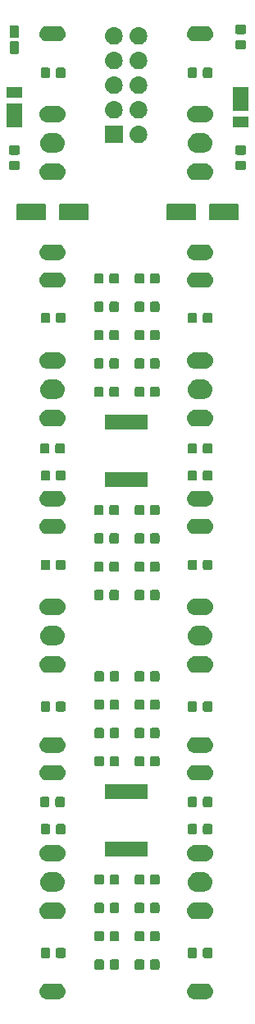
<source format=gbr>
G04 #@! TF.GenerationSoftware,KiCad,Pcbnew,5.1.4-e60b266~84~ubuntu18.04.1*
G04 #@! TF.CreationDate,2019-10-28T13:22:00+08:00*
G04 #@! TF.ProjectId,Lines,4c696e65-732e-46b6-9963-61645f706362,rev?*
G04 #@! TF.SameCoordinates,Original*
G04 #@! TF.FileFunction,Soldermask,Bot*
G04 #@! TF.FilePolarity,Negative*
%FSLAX46Y46*%
G04 Gerber Fmt 4.6, Leading zero omitted, Abs format (unit mm)*
G04 Created by KiCad (PCBNEW 5.1.4-e60b266~84~ubuntu18.04.1) date 2019-10-28 13:22:00*
%MOMM*%
%LPD*%
G04 APERTURE LIST*
%ADD10C,0.100000*%
G04 APERTURE END LIST*
D10*
G36*
X135248571Y-150172863D02*
G01*
X135327023Y-150180590D01*
X135427682Y-150211125D01*
X135478013Y-150226392D01*
X135617165Y-150300771D01*
X135739133Y-150400867D01*
X135839229Y-150522835D01*
X135913608Y-150661987D01*
X135913608Y-150661988D01*
X135959410Y-150812977D01*
X135974875Y-150970000D01*
X135959410Y-151127023D01*
X135928875Y-151227682D01*
X135913608Y-151278013D01*
X135839229Y-151417165D01*
X135739133Y-151539133D01*
X135617165Y-151639229D01*
X135478013Y-151713608D01*
X135427682Y-151728875D01*
X135327023Y-151759410D01*
X135248571Y-151767137D01*
X135209346Y-151771000D01*
X134030654Y-151771000D01*
X133991429Y-151767137D01*
X133912977Y-151759410D01*
X133812318Y-151728875D01*
X133761987Y-151713608D01*
X133622835Y-151639229D01*
X133500867Y-151539133D01*
X133400771Y-151417165D01*
X133326392Y-151278013D01*
X133311125Y-151227682D01*
X133280590Y-151127023D01*
X133265125Y-150970000D01*
X133280590Y-150812977D01*
X133326392Y-150661988D01*
X133326392Y-150661987D01*
X133400771Y-150522835D01*
X133500867Y-150400867D01*
X133622835Y-150300771D01*
X133761987Y-150226392D01*
X133812318Y-150211125D01*
X133912977Y-150180590D01*
X133991429Y-150172863D01*
X134030654Y-150169000D01*
X135209346Y-150169000D01*
X135248571Y-150172863D01*
X135248571Y-150172863D01*
G37*
G36*
X120008571Y-150172863D02*
G01*
X120087023Y-150180590D01*
X120187682Y-150211125D01*
X120238013Y-150226392D01*
X120377165Y-150300771D01*
X120499133Y-150400867D01*
X120599229Y-150522835D01*
X120673608Y-150661987D01*
X120673608Y-150661988D01*
X120719410Y-150812977D01*
X120734875Y-150970000D01*
X120719410Y-151127023D01*
X120688875Y-151227682D01*
X120673608Y-151278013D01*
X120599229Y-151417165D01*
X120499133Y-151539133D01*
X120377165Y-151639229D01*
X120238013Y-151713608D01*
X120187682Y-151728875D01*
X120087023Y-151759410D01*
X120008571Y-151767137D01*
X119969346Y-151771000D01*
X118790654Y-151771000D01*
X118751429Y-151767137D01*
X118672977Y-151759410D01*
X118572318Y-151728875D01*
X118521987Y-151713608D01*
X118382835Y-151639229D01*
X118260867Y-151539133D01*
X118160771Y-151417165D01*
X118086392Y-151278013D01*
X118071125Y-151227682D01*
X118040590Y-151127023D01*
X118025125Y-150970000D01*
X118040590Y-150812977D01*
X118086392Y-150661988D01*
X118086392Y-150661987D01*
X118160771Y-150522835D01*
X118260867Y-150400867D01*
X118382835Y-150300771D01*
X118521987Y-150226392D01*
X118572318Y-150211125D01*
X118672977Y-150180590D01*
X118751429Y-150172863D01*
X118790654Y-150169000D01*
X119969346Y-150169000D01*
X120008571Y-150172863D01*
X120008571Y-150172863D01*
G37*
G36*
X124548591Y-147687085D02*
G01*
X124582569Y-147697393D01*
X124613890Y-147714134D01*
X124641339Y-147736661D01*
X124663866Y-147764110D01*
X124680607Y-147795431D01*
X124690915Y-147829409D01*
X124695000Y-147870890D01*
X124695000Y-148547110D01*
X124690915Y-148588591D01*
X124680607Y-148622569D01*
X124663866Y-148653890D01*
X124641339Y-148681339D01*
X124613890Y-148703866D01*
X124582569Y-148720607D01*
X124548591Y-148730915D01*
X124507110Y-148735000D01*
X123905890Y-148735000D01*
X123864409Y-148730915D01*
X123830431Y-148720607D01*
X123799110Y-148703866D01*
X123771661Y-148681339D01*
X123749134Y-148653890D01*
X123732393Y-148622569D01*
X123722085Y-148588591D01*
X123718000Y-148547110D01*
X123718000Y-147870890D01*
X123722085Y-147829409D01*
X123732393Y-147795431D01*
X123749134Y-147764110D01*
X123771661Y-147736661D01*
X123799110Y-147714134D01*
X123830431Y-147697393D01*
X123864409Y-147687085D01*
X123905890Y-147683000D01*
X124507110Y-147683000D01*
X124548591Y-147687085D01*
X124548591Y-147687085D01*
G37*
G36*
X128713591Y-147687085D02*
G01*
X128747569Y-147697393D01*
X128778890Y-147714134D01*
X128806339Y-147736661D01*
X128828866Y-147764110D01*
X128845607Y-147795431D01*
X128855915Y-147829409D01*
X128860000Y-147870890D01*
X128860000Y-148547110D01*
X128855915Y-148588591D01*
X128845607Y-148622569D01*
X128828866Y-148653890D01*
X128806339Y-148681339D01*
X128778890Y-148703866D01*
X128747569Y-148720607D01*
X128713591Y-148730915D01*
X128672110Y-148735000D01*
X128070890Y-148735000D01*
X128029409Y-148730915D01*
X127995431Y-148720607D01*
X127964110Y-148703866D01*
X127936661Y-148681339D01*
X127914134Y-148653890D01*
X127897393Y-148622569D01*
X127887085Y-148588591D01*
X127883000Y-148547110D01*
X127883000Y-147870890D01*
X127887085Y-147829409D01*
X127897393Y-147795431D01*
X127914134Y-147764110D01*
X127936661Y-147736661D01*
X127964110Y-147714134D01*
X127995431Y-147697393D01*
X128029409Y-147687085D01*
X128070890Y-147683000D01*
X128672110Y-147683000D01*
X128713591Y-147687085D01*
X128713591Y-147687085D01*
G37*
G36*
X130288591Y-147687085D02*
G01*
X130322569Y-147697393D01*
X130353890Y-147714134D01*
X130381339Y-147736661D01*
X130403866Y-147764110D01*
X130420607Y-147795431D01*
X130430915Y-147829409D01*
X130435000Y-147870890D01*
X130435000Y-148547110D01*
X130430915Y-148588591D01*
X130420607Y-148622569D01*
X130403866Y-148653890D01*
X130381339Y-148681339D01*
X130353890Y-148703866D01*
X130322569Y-148720607D01*
X130288591Y-148730915D01*
X130247110Y-148735000D01*
X129645890Y-148735000D01*
X129604409Y-148730915D01*
X129570431Y-148720607D01*
X129539110Y-148703866D01*
X129511661Y-148681339D01*
X129489134Y-148653890D01*
X129472393Y-148622569D01*
X129462085Y-148588591D01*
X129458000Y-148547110D01*
X129458000Y-147870890D01*
X129462085Y-147829409D01*
X129472393Y-147795431D01*
X129489134Y-147764110D01*
X129511661Y-147736661D01*
X129539110Y-147714134D01*
X129570431Y-147697393D01*
X129604409Y-147687085D01*
X129645890Y-147683000D01*
X130247110Y-147683000D01*
X130288591Y-147687085D01*
X130288591Y-147687085D01*
G37*
G36*
X126123591Y-147687085D02*
G01*
X126157569Y-147697393D01*
X126188890Y-147714134D01*
X126216339Y-147736661D01*
X126238866Y-147764110D01*
X126255607Y-147795431D01*
X126265915Y-147829409D01*
X126270000Y-147870890D01*
X126270000Y-148547110D01*
X126265915Y-148588591D01*
X126255607Y-148622569D01*
X126238866Y-148653890D01*
X126216339Y-148681339D01*
X126188890Y-148703866D01*
X126157569Y-148720607D01*
X126123591Y-148730915D01*
X126082110Y-148735000D01*
X125480890Y-148735000D01*
X125439409Y-148730915D01*
X125405431Y-148720607D01*
X125374110Y-148703866D01*
X125346661Y-148681339D01*
X125324134Y-148653890D01*
X125307393Y-148622569D01*
X125297085Y-148588591D01*
X125293000Y-148547110D01*
X125293000Y-147870890D01*
X125297085Y-147829409D01*
X125307393Y-147795431D01*
X125324134Y-147764110D01*
X125346661Y-147736661D01*
X125374110Y-147714134D01*
X125405431Y-147697393D01*
X125439409Y-147687085D01*
X125480890Y-147683000D01*
X126082110Y-147683000D01*
X126123591Y-147687085D01*
X126123591Y-147687085D01*
G37*
G36*
X118998591Y-146480085D02*
G01*
X119032569Y-146490393D01*
X119063890Y-146507134D01*
X119091339Y-146529661D01*
X119113866Y-146557110D01*
X119130607Y-146588431D01*
X119140915Y-146622409D01*
X119145000Y-146663890D01*
X119145000Y-147340110D01*
X119140915Y-147381591D01*
X119130607Y-147415569D01*
X119113866Y-147446890D01*
X119091339Y-147474339D01*
X119063890Y-147496866D01*
X119032569Y-147513607D01*
X118998591Y-147523915D01*
X118957110Y-147528000D01*
X118355890Y-147528000D01*
X118314409Y-147523915D01*
X118280431Y-147513607D01*
X118249110Y-147496866D01*
X118221661Y-147474339D01*
X118199134Y-147446890D01*
X118182393Y-147415569D01*
X118172085Y-147381591D01*
X118168000Y-147340110D01*
X118168000Y-146663890D01*
X118172085Y-146622409D01*
X118182393Y-146588431D01*
X118199134Y-146557110D01*
X118221661Y-146529661D01*
X118249110Y-146507134D01*
X118280431Y-146490393D01*
X118314409Y-146480085D01*
X118355890Y-146476000D01*
X118957110Y-146476000D01*
X118998591Y-146480085D01*
X118998591Y-146480085D01*
G37*
G36*
X120573591Y-146480085D02*
G01*
X120607569Y-146490393D01*
X120638890Y-146507134D01*
X120666339Y-146529661D01*
X120688866Y-146557110D01*
X120705607Y-146588431D01*
X120715915Y-146622409D01*
X120720000Y-146663890D01*
X120720000Y-147340110D01*
X120715915Y-147381591D01*
X120705607Y-147415569D01*
X120688866Y-147446890D01*
X120666339Y-147474339D01*
X120638890Y-147496866D01*
X120607569Y-147513607D01*
X120573591Y-147523915D01*
X120532110Y-147528000D01*
X119930890Y-147528000D01*
X119889409Y-147523915D01*
X119855431Y-147513607D01*
X119824110Y-147496866D01*
X119796661Y-147474339D01*
X119774134Y-147446890D01*
X119757393Y-147415569D01*
X119747085Y-147381591D01*
X119743000Y-147340110D01*
X119743000Y-146663890D01*
X119747085Y-146622409D01*
X119757393Y-146588431D01*
X119774134Y-146557110D01*
X119796661Y-146529661D01*
X119824110Y-146507134D01*
X119855431Y-146490393D01*
X119889409Y-146480085D01*
X119930890Y-146476000D01*
X120532110Y-146476000D01*
X120573591Y-146480085D01*
X120573591Y-146480085D01*
G37*
G36*
X134174591Y-146480085D02*
G01*
X134208569Y-146490393D01*
X134239890Y-146507134D01*
X134267339Y-146529661D01*
X134289866Y-146557110D01*
X134306607Y-146588431D01*
X134316915Y-146622409D01*
X134321000Y-146663890D01*
X134321000Y-147340110D01*
X134316915Y-147381591D01*
X134306607Y-147415569D01*
X134289866Y-147446890D01*
X134267339Y-147474339D01*
X134239890Y-147496866D01*
X134208569Y-147513607D01*
X134174591Y-147523915D01*
X134133110Y-147528000D01*
X133531890Y-147528000D01*
X133490409Y-147523915D01*
X133456431Y-147513607D01*
X133425110Y-147496866D01*
X133397661Y-147474339D01*
X133375134Y-147446890D01*
X133358393Y-147415569D01*
X133348085Y-147381591D01*
X133344000Y-147340110D01*
X133344000Y-146663890D01*
X133348085Y-146622409D01*
X133358393Y-146588431D01*
X133375134Y-146557110D01*
X133397661Y-146529661D01*
X133425110Y-146507134D01*
X133456431Y-146490393D01*
X133490409Y-146480085D01*
X133531890Y-146476000D01*
X134133110Y-146476000D01*
X134174591Y-146480085D01*
X134174591Y-146480085D01*
G37*
G36*
X135749591Y-146480085D02*
G01*
X135783569Y-146490393D01*
X135814890Y-146507134D01*
X135842339Y-146529661D01*
X135864866Y-146557110D01*
X135881607Y-146588431D01*
X135891915Y-146622409D01*
X135896000Y-146663890D01*
X135896000Y-147340110D01*
X135891915Y-147381591D01*
X135881607Y-147415569D01*
X135864866Y-147446890D01*
X135842339Y-147474339D01*
X135814890Y-147496866D01*
X135783569Y-147513607D01*
X135749591Y-147523915D01*
X135708110Y-147528000D01*
X135106890Y-147528000D01*
X135065409Y-147523915D01*
X135031431Y-147513607D01*
X135000110Y-147496866D01*
X134972661Y-147474339D01*
X134950134Y-147446890D01*
X134933393Y-147415569D01*
X134923085Y-147381591D01*
X134919000Y-147340110D01*
X134919000Y-146663890D01*
X134923085Y-146622409D01*
X134933393Y-146588431D01*
X134950134Y-146557110D01*
X134972661Y-146529661D01*
X135000110Y-146507134D01*
X135031431Y-146490393D01*
X135065409Y-146480085D01*
X135106890Y-146476000D01*
X135708110Y-146476000D01*
X135749591Y-146480085D01*
X135749591Y-146480085D01*
G37*
G36*
X124548591Y-144766085D02*
G01*
X124582569Y-144776393D01*
X124613890Y-144793134D01*
X124641339Y-144815661D01*
X124663866Y-144843110D01*
X124680607Y-144874431D01*
X124690915Y-144908409D01*
X124695000Y-144949890D01*
X124695000Y-145626110D01*
X124690915Y-145667591D01*
X124680607Y-145701569D01*
X124663866Y-145732890D01*
X124641339Y-145760339D01*
X124613890Y-145782866D01*
X124582569Y-145799607D01*
X124548591Y-145809915D01*
X124507110Y-145814000D01*
X123905890Y-145814000D01*
X123864409Y-145809915D01*
X123830431Y-145799607D01*
X123799110Y-145782866D01*
X123771661Y-145760339D01*
X123749134Y-145732890D01*
X123732393Y-145701569D01*
X123722085Y-145667591D01*
X123718000Y-145626110D01*
X123718000Y-144949890D01*
X123722085Y-144908409D01*
X123732393Y-144874431D01*
X123749134Y-144843110D01*
X123771661Y-144815661D01*
X123799110Y-144793134D01*
X123830431Y-144776393D01*
X123864409Y-144766085D01*
X123905890Y-144762000D01*
X124507110Y-144762000D01*
X124548591Y-144766085D01*
X124548591Y-144766085D01*
G37*
G36*
X130288591Y-144766085D02*
G01*
X130322569Y-144776393D01*
X130353890Y-144793134D01*
X130381339Y-144815661D01*
X130403866Y-144843110D01*
X130420607Y-144874431D01*
X130430915Y-144908409D01*
X130435000Y-144949890D01*
X130435000Y-145626110D01*
X130430915Y-145667591D01*
X130420607Y-145701569D01*
X130403866Y-145732890D01*
X130381339Y-145760339D01*
X130353890Y-145782866D01*
X130322569Y-145799607D01*
X130288591Y-145809915D01*
X130247110Y-145814000D01*
X129645890Y-145814000D01*
X129604409Y-145809915D01*
X129570431Y-145799607D01*
X129539110Y-145782866D01*
X129511661Y-145760339D01*
X129489134Y-145732890D01*
X129472393Y-145701569D01*
X129462085Y-145667591D01*
X129458000Y-145626110D01*
X129458000Y-144949890D01*
X129462085Y-144908409D01*
X129472393Y-144874431D01*
X129489134Y-144843110D01*
X129511661Y-144815661D01*
X129539110Y-144793134D01*
X129570431Y-144776393D01*
X129604409Y-144766085D01*
X129645890Y-144762000D01*
X130247110Y-144762000D01*
X130288591Y-144766085D01*
X130288591Y-144766085D01*
G37*
G36*
X128713591Y-144766085D02*
G01*
X128747569Y-144776393D01*
X128778890Y-144793134D01*
X128806339Y-144815661D01*
X128828866Y-144843110D01*
X128845607Y-144874431D01*
X128855915Y-144908409D01*
X128860000Y-144949890D01*
X128860000Y-145626110D01*
X128855915Y-145667591D01*
X128845607Y-145701569D01*
X128828866Y-145732890D01*
X128806339Y-145760339D01*
X128778890Y-145782866D01*
X128747569Y-145799607D01*
X128713591Y-145809915D01*
X128672110Y-145814000D01*
X128070890Y-145814000D01*
X128029409Y-145809915D01*
X127995431Y-145799607D01*
X127964110Y-145782866D01*
X127936661Y-145760339D01*
X127914134Y-145732890D01*
X127897393Y-145701569D01*
X127887085Y-145667591D01*
X127883000Y-145626110D01*
X127883000Y-144949890D01*
X127887085Y-144908409D01*
X127897393Y-144874431D01*
X127914134Y-144843110D01*
X127936661Y-144815661D01*
X127964110Y-144793134D01*
X127995431Y-144776393D01*
X128029409Y-144766085D01*
X128070890Y-144762000D01*
X128672110Y-144762000D01*
X128713591Y-144766085D01*
X128713591Y-144766085D01*
G37*
G36*
X126123591Y-144766085D02*
G01*
X126157569Y-144776393D01*
X126188890Y-144793134D01*
X126216339Y-144815661D01*
X126238866Y-144843110D01*
X126255607Y-144874431D01*
X126265915Y-144908409D01*
X126270000Y-144949890D01*
X126270000Y-145626110D01*
X126265915Y-145667591D01*
X126255607Y-145701569D01*
X126238866Y-145732890D01*
X126216339Y-145760339D01*
X126188890Y-145782866D01*
X126157569Y-145799607D01*
X126123591Y-145809915D01*
X126082110Y-145814000D01*
X125480890Y-145814000D01*
X125439409Y-145809915D01*
X125405431Y-145799607D01*
X125374110Y-145782866D01*
X125346661Y-145760339D01*
X125324134Y-145732890D01*
X125307393Y-145701569D01*
X125297085Y-145667591D01*
X125293000Y-145626110D01*
X125293000Y-144949890D01*
X125297085Y-144908409D01*
X125307393Y-144874431D01*
X125324134Y-144843110D01*
X125346661Y-144815661D01*
X125374110Y-144793134D01*
X125405431Y-144776393D01*
X125439409Y-144766085D01*
X125480890Y-144762000D01*
X126082110Y-144762000D01*
X126123591Y-144766085D01*
X126123591Y-144766085D01*
G37*
G36*
X120046823Y-141831313D02*
G01*
X120207242Y-141879976D01*
X120286069Y-141922110D01*
X120355078Y-141958996D01*
X120484659Y-142065341D01*
X120591004Y-142194922D01*
X120591005Y-142194924D01*
X120670024Y-142342758D01*
X120718687Y-142503177D01*
X120735117Y-142670000D01*
X120718687Y-142836823D01*
X120670024Y-142997242D01*
X120599114Y-143129906D01*
X120591004Y-143145078D01*
X120484659Y-143274659D01*
X120355078Y-143381004D01*
X120355076Y-143381005D01*
X120207242Y-143460024D01*
X120046823Y-143508687D01*
X119921804Y-143521000D01*
X118838196Y-143521000D01*
X118713177Y-143508687D01*
X118552758Y-143460024D01*
X118404924Y-143381005D01*
X118404922Y-143381004D01*
X118275341Y-143274659D01*
X118168996Y-143145078D01*
X118160886Y-143129906D01*
X118089976Y-142997242D01*
X118041313Y-142836823D01*
X118024883Y-142670000D01*
X118041313Y-142503177D01*
X118089976Y-142342758D01*
X118168995Y-142194924D01*
X118168996Y-142194922D01*
X118275341Y-142065341D01*
X118404922Y-141958996D01*
X118473931Y-141922110D01*
X118552758Y-141879976D01*
X118713177Y-141831313D01*
X118838196Y-141819000D01*
X119921804Y-141819000D01*
X120046823Y-141831313D01*
X120046823Y-141831313D01*
G37*
G36*
X135286823Y-141831313D02*
G01*
X135447242Y-141879976D01*
X135526069Y-141922110D01*
X135595078Y-141958996D01*
X135724659Y-142065341D01*
X135831004Y-142194922D01*
X135831005Y-142194924D01*
X135910024Y-142342758D01*
X135958687Y-142503177D01*
X135975117Y-142670000D01*
X135958687Y-142836823D01*
X135910024Y-142997242D01*
X135839114Y-143129906D01*
X135831004Y-143145078D01*
X135724659Y-143274659D01*
X135595078Y-143381004D01*
X135595076Y-143381005D01*
X135447242Y-143460024D01*
X135286823Y-143508687D01*
X135161804Y-143521000D01*
X134078196Y-143521000D01*
X133953177Y-143508687D01*
X133792758Y-143460024D01*
X133644924Y-143381005D01*
X133644922Y-143381004D01*
X133515341Y-143274659D01*
X133408996Y-143145078D01*
X133400886Y-143129906D01*
X133329976Y-142997242D01*
X133281313Y-142836823D01*
X133264883Y-142670000D01*
X133281313Y-142503177D01*
X133329976Y-142342758D01*
X133408995Y-142194924D01*
X133408996Y-142194922D01*
X133515341Y-142065341D01*
X133644922Y-141958996D01*
X133713931Y-141922110D01*
X133792758Y-141879976D01*
X133953177Y-141831313D01*
X134078196Y-141819000D01*
X135161804Y-141819000D01*
X135286823Y-141831313D01*
X135286823Y-141831313D01*
G37*
G36*
X130288591Y-141845085D02*
G01*
X130322569Y-141855393D01*
X130353890Y-141872134D01*
X130381339Y-141894661D01*
X130403866Y-141922110D01*
X130420607Y-141953431D01*
X130430915Y-141987409D01*
X130435000Y-142028890D01*
X130435000Y-142705110D01*
X130430915Y-142746591D01*
X130420607Y-142780569D01*
X130403866Y-142811890D01*
X130381339Y-142839339D01*
X130353890Y-142861866D01*
X130322569Y-142878607D01*
X130288591Y-142888915D01*
X130247110Y-142893000D01*
X129645890Y-142893000D01*
X129604409Y-142888915D01*
X129570431Y-142878607D01*
X129539110Y-142861866D01*
X129511661Y-142839339D01*
X129489134Y-142811890D01*
X129472393Y-142780569D01*
X129462085Y-142746591D01*
X129458000Y-142705110D01*
X129458000Y-142028890D01*
X129462085Y-141987409D01*
X129472393Y-141953431D01*
X129489134Y-141922110D01*
X129511661Y-141894661D01*
X129539110Y-141872134D01*
X129570431Y-141855393D01*
X129604409Y-141845085D01*
X129645890Y-141841000D01*
X130247110Y-141841000D01*
X130288591Y-141845085D01*
X130288591Y-141845085D01*
G37*
G36*
X128713591Y-141845085D02*
G01*
X128747569Y-141855393D01*
X128778890Y-141872134D01*
X128806339Y-141894661D01*
X128828866Y-141922110D01*
X128845607Y-141953431D01*
X128855915Y-141987409D01*
X128860000Y-142028890D01*
X128860000Y-142705110D01*
X128855915Y-142746591D01*
X128845607Y-142780569D01*
X128828866Y-142811890D01*
X128806339Y-142839339D01*
X128778890Y-142861866D01*
X128747569Y-142878607D01*
X128713591Y-142888915D01*
X128672110Y-142893000D01*
X128070890Y-142893000D01*
X128029409Y-142888915D01*
X127995431Y-142878607D01*
X127964110Y-142861866D01*
X127936661Y-142839339D01*
X127914134Y-142811890D01*
X127897393Y-142780569D01*
X127887085Y-142746591D01*
X127883000Y-142705110D01*
X127883000Y-142028890D01*
X127887085Y-141987409D01*
X127897393Y-141953431D01*
X127914134Y-141922110D01*
X127936661Y-141894661D01*
X127964110Y-141872134D01*
X127995431Y-141855393D01*
X128029409Y-141845085D01*
X128070890Y-141841000D01*
X128672110Y-141841000D01*
X128713591Y-141845085D01*
X128713591Y-141845085D01*
G37*
G36*
X126123591Y-141845085D02*
G01*
X126157569Y-141855393D01*
X126188890Y-141872134D01*
X126216339Y-141894661D01*
X126238866Y-141922110D01*
X126255607Y-141953431D01*
X126265915Y-141987409D01*
X126270000Y-142028890D01*
X126270000Y-142705110D01*
X126265915Y-142746591D01*
X126255607Y-142780569D01*
X126238866Y-142811890D01*
X126216339Y-142839339D01*
X126188890Y-142861866D01*
X126157569Y-142878607D01*
X126123591Y-142888915D01*
X126082110Y-142893000D01*
X125480890Y-142893000D01*
X125439409Y-142888915D01*
X125405431Y-142878607D01*
X125374110Y-142861866D01*
X125346661Y-142839339D01*
X125324134Y-142811890D01*
X125307393Y-142780569D01*
X125297085Y-142746591D01*
X125293000Y-142705110D01*
X125293000Y-142028890D01*
X125297085Y-141987409D01*
X125307393Y-141953431D01*
X125324134Y-141922110D01*
X125346661Y-141894661D01*
X125374110Y-141872134D01*
X125405431Y-141855393D01*
X125439409Y-141845085D01*
X125480890Y-141841000D01*
X126082110Y-141841000D01*
X126123591Y-141845085D01*
X126123591Y-141845085D01*
G37*
G36*
X124548591Y-141845085D02*
G01*
X124582569Y-141855393D01*
X124613890Y-141872134D01*
X124641339Y-141894661D01*
X124663866Y-141922110D01*
X124680607Y-141953431D01*
X124690915Y-141987409D01*
X124695000Y-142028890D01*
X124695000Y-142705110D01*
X124690915Y-142746591D01*
X124680607Y-142780569D01*
X124663866Y-142811890D01*
X124641339Y-142839339D01*
X124613890Y-142861866D01*
X124582569Y-142878607D01*
X124548591Y-142888915D01*
X124507110Y-142893000D01*
X123905890Y-142893000D01*
X123864409Y-142888915D01*
X123830431Y-142878607D01*
X123799110Y-142861866D01*
X123771661Y-142839339D01*
X123749134Y-142811890D01*
X123732393Y-142780569D01*
X123722085Y-142746591D01*
X123718000Y-142705110D01*
X123718000Y-142028890D01*
X123722085Y-141987409D01*
X123732393Y-141953431D01*
X123749134Y-141922110D01*
X123771661Y-141894661D01*
X123799110Y-141872134D01*
X123830431Y-141855393D01*
X123864409Y-141845085D01*
X123905890Y-141841000D01*
X124507110Y-141841000D01*
X124548591Y-141845085D01*
X124548591Y-141845085D01*
G37*
G36*
X119826228Y-138713483D02*
G01*
X120014922Y-138770723D01*
X120188815Y-138863671D01*
X120341239Y-138988761D01*
X120466329Y-139141185D01*
X120559277Y-139315078D01*
X120616517Y-139503772D01*
X120635843Y-139700000D01*
X120616517Y-139896228D01*
X120559277Y-140084922D01*
X120466329Y-140258815D01*
X120341239Y-140411239D01*
X120188815Y-140536329D01*
X120014922Y-140629277D01*
X119826228Y-140686517D01*
X119679175Y-140701000D01*
X119080825Y-140701000D01*
X118933772Y-140686517D01*
X118745078Y-140629277D01*
X118571185Y-140536329D01*
X118418761Y-140411239D01*
X118293671Y-140258815D01*
X118200723Y-140084922D01*
X118143483Y-139896228D01*
X118124157Y-139700000D01*
X118143483Y-139503772D01*
X118200723Y-139315078D01*
X118293671Y-139141185D01*
X118418761Y-138988761D01*
X118571185Y-138863671D01*
X118745078Y-138770723D01*
X118933772Y-138713483D01*
X119080825Y-138699000D01*
X119679175Y-138699000D01*
X119826228Y-138713483D01*
X119826228Y-138713483D01*
G37*
G36*
X135066228Y-138713483D02*
G01*
X135254922Y-138770723D01*
X135428815Y-138863671D01*
X135581239Y-138988761D01*
X135706329Y-139141185D01*
X135799277Y-139315078D01*
X135856517Y-139503772D01*
X135875843Y-139700000D01*
X135856517Y-139896228D01*
X135799277Y-140084922D01*
X135706329Y-140258815D01*
X135581239Y-140411239D01*
X135428815Y-140536329D01*
X135254922Y-140629277D01*
X135066228Y-140686517D01*
X134919175Y-140701000D01*
X134320825Y-140701000D01*
X134173772Y-140686517D01*
X133985078Y-140629277D01*
X133811185Y-140536329D01*
X133658761Y-140411239D01*
X133533671Y-140258815D01*
X133440723Y-140084922D01*
X133383483Y-139896228D01*
X133364157Y-139700000D01*
X133383483Y-139503772D01*
X133440723Y-139315078D01*
X133533671Y-139141185D01*
X133658761Y-138988761D01*
X133811185Y-138863671D01*
X133985078Y-138770723D01*
X134173772Y-138713483D01*
X134320825Y-138699000D01*
X134919175Y-138699000D01*
X135066228Y-138713483D01*
X135066228Y-138713483D01*
G37*
G36*
X124548591Y-138924085D02*
G01*
X124582569Y-138934393D01*
X124613890Y-138951134D01*
X124641339Y-138973661D01*
X124663866Y-139001110D01*
X124680607Y-139032431D01*
X124690915Y-139066409D01*
X124695000Y-139107890D01*
X124695000Y-139784110D01*
X124690915Y-139825591D01*
X124680607Y-139859569D01*
X124663866Y-139890890D01*
X124641339Y-139918339D01*
X124613890Y-139940866D01*
X124582569Y-139957607D01*
X124548591Y-139967915D01*
X124507110Y-139972000D01*
X123905890Y-139972000D01*
X123864409Y-139967915D01*
X123830431Y-139957607D01*
X123799110Y-139940866D01*
X123771661Y-139918339D01*
X123749134Y-139890890D01*
X123732393Y-139859569D01*
X123722085Y-139825591D01*
X123718000Y-139784110D01*
X123718000Y-139107890D01*
X123722085Y-139066409D01*
X123732393Y-139032431D01*
X123749134Y-139001110D01*
X123771661Y-138973661D01*
X123799110Y-138951134D01*
X123830431Y-138934393D01*
X123864409Y-138924085D01*
X123905890Y-138920000D01*
X124507110Y-138920000D01*
X124548591Y-138924085D01*
X124548591Y-138924085D01*
G37*
G36*
X130288591Y-138924085D02*
G01*
X130322569Y-138934393D01*
X130353890Y-138951134D01*
X130381339Y-138973661D01*
X130403866Y-139001110D01*
X130420607Y-139032431D01*
X130430915Y-139066409D01*
X130435000Y-139107890D01*
X130435000Y-139784110D01*
X130430915Y-139825591D01*
X130420607Y-139859569D01*
X130403866Y-139890890D01*
X130381339Y-139918339D01*
X130353890Y-139940866D01*
X130322569Y-139957607D01*
X130288591Y-139967915D01*
X130247110Y-139972000D01*
X129645890Y-139972000D01*
X129604409Y-139967915D01*
X129570431Y-139957607D01*
X129539110Y-139940866D01*
X129511661Y-139918339D01*
X129489134Y-139890890D01*
X129472393Y-139859569D01*
X129462085Y-139825591D01*
X129458000Y-139784110D01*
X129458000Y-139107890D01*
X129462085Y-139066409D01*
X129472393Y-139032431D01*
X129489134Y-139001110D01*
X129511661Y-138973661D01*
X129539110Y-138951134D01*
X129570431Y-138934393D01*
X129604409Y-138924085D01*
X129645890Y-138920000D01*
X130247110Y-138920000D01*
X130288591Y-138924085D01*
X130288591Y-138924085D01*
G37*
G36*
X126123591Y-138924085D02*
G01*
X126157569Y-138934393D01*
X126188890Y-138951134D01*
X126216339Y-138973661D01*
X126238866Y-139001110D01*
X126255607Y-139032431D01*
X126265915Y-139066409D01*
X126270000Y-139107890D01*
X126270000Y-139784110D01*
X126265915Y-139825591D01*
X126255607Y-139859569D01*
X126238866Y-139890890D01*
X126216339Y-139918339D01*
X126188890Y-139940866D01*
X126157569Y-139957607D01*
X126123591Y-139967915D01*
X126082110Y-139972000D01*
X125480890Y-139972000D01*
X125439409Y-139967915D01*
X125405431Y-139957607D01*
X125374110Y-139940866D01*
X125346661Y-139918339D01*
X125324134Y-139890890D01*
X125307393Y-139859569D01*
X125297085Y-139825591D01*
X125293000Y-139784110D01*
X125293000Y-139107890D01*
X125297085Y-139066409D01*
X125307393Y-139032431D01*
X125324134Y-139001110D01*
X125346661Y-138973661D01*
X125374110Y-138951134D01*
X125405431Y-138934393D01*
X125439409Y-138924085D01*
X125480890Y-138920000D01*
X126082110Y-138920000D01*
X126123591Y-138924085D01*
X126123591Y-138924085D01*
G37*
G36*
X128713591Y-138924085D02*
G01*
X128747569Y-138934393D01*
X128778890Y-138951134D01*
X128806339Y-138973661D01*
X128828866Y-139001110D01*
X128845607Y-139032431D01*
X128855915Y-139066409D01*
X128860000Y-139107890D01*
X128860000Y-139784110D01*
X128855915Y-139825591D01*
X128845607Y-139859569D01*
X128828866Y-139890890D01*
X128806339Y-139918339D01*
X128778890Y-139940866D01*
X128747569Y-139957607D01*
X128713591Y-139967915D01*
X128672110Y-139972000D01*
X128070890Y-139972000D01*
X128029409Y-139967915D01*
X127995431Y-139957607D01*
X127964110Y-139940866D01*
X127936661Y-139918339D01*
X127914134Y-139890890D01*
X127897393Y-139859569D01*
X127887085Y-139825591D01*
X127883000Y-139784110D01*
X127883000Y-139107890D01*
X127887085Y-139066409D01*
X127897393Y-139032431D01*
X127914134Y-139001110D01*
X127936661Y-138973661D01*
X127964110Y-138951134D01*
X127995431Y-138934393D01*
X128029409Y-138924085D01*
X128070890Y-138920000D01*
X128672110Y-138920000D01*
X128713591Y-138924085D01*
X128713591Y-138924085D01*
G37*
G36*
X120046823Y-135891313D02*
G01*
X120207242Y-135939976D01*
X120339906Y-136010886D01*
X120355078Y-136018996D01*
X120484659Y-136125341D01*
X120591004Y-136254922D01*
X120591005Y-136254924D01*
X120670024Y-136402758D01*
X120718687Y-136563177D01*
X120735117Y-136730000D01*
X120718687Y-136896823D01*
X120670024Y-137057242D01*
X120599114Y-137189906D01*
X120591004Y-137205078D01*
X120484659Y-137334659D01*
X120355078Y-137441004D01*
X120355076Y-137441005D01*
X120207242Y-137520024D01*
X120046823Y-137568687D01*
X119921804Y-137581000D01*
X118838196Y-137581000D01*
X118713177Y-137568687D01*
X118552758Y-137520024D01*
X118404924Y-137441005D01*
X118404922Y-137441004D01*
X118275341Y-137334659D01*
X118168996Y-137205078D01*
X118160886Y-137189906D01*
X118089976Y-137057242D01*
X118041313Y-136896823D01*
X118024883Y-136730000D01*
X118041313Y-136563177D01*
X118089976Y-136402758D01*
X118168995Y-136254924D01*
X118168996Y-136254922D01*
X118275341Y-136125341D01*
X118404922Y-136018996D01*
X118420094Y-136010886D01*
X118552758Y-135939976D01*
X118713177Y-135891313D01*
X118838196Y-135879000D01*
X119921804Y-135879000D01*
X120046823Y-135891313D01*
X120046823Y-135891313D01*
G37*
G36*
X135286823Y-135891313D02*
G01*
X135447242Y-135939976D01*
X135579906Y-136010886D01*
X135595078Y-136018996D01*
X135724659Y-136125341D01*
X135831004Y-136254922D01*
X135831005Y-136254924D01*
X135910024Y-136402758D01*
X135958687Y-136563177D01*
X135975117Y-136730000D01*
X135958687Y-136896823D01*
X135910024Y-137057242D01*
X135839114Y-137189906D01*
X135831004Y-137205078D01*
X135724659Y-137334659D01*
X135595078Y-137441004D01*
X135595076Y-137441005D01*
X135447242Y-137520024D01*
X135286823Y-137568687D01*
X135161804Y-137581000D01*
X134078196Y-137581000D01*
X133953177Y-137568687D01*
X133792758Y-137520024D01*
X133644924Y-137441005D01*
X133644922Y-137441004D01*
X133515341Y-137334659D01*
X133408996Y-137205078D01*
X133400886Y-137189906D01*
X133329976Y-137057242D01*
X133281313Y-136896823D01*
X133264883Y-136730000D01*
X133281313Y-136563177D01*
X133329976Y-136402758D01*
X133408995Y-136254924D01*
X133408996Y-136254922D01*
X133515341Y-136125341D01*
X133644922Y-136018996D01*
X133660094Y-136010886D01*
X133792758Y-135939976D01*
X133953177Y-135891313D01*
X134078196Y-135879000D01*
X135161804Y-135879000D01*
X135286823Y-135891313D01*
X135286823Y-135891313D01*
G37*
G36*
X129226000Y-137076000D02*
G01*
X124774000Y-137076000D01*
X124774000Y-135524000D01*
X129226000Y-135524000D01*
X129226000Y-137076000D01*
X129226000Y-137076000D01*
G37*
G36*
X135749591Y-133717085D02*
G01*
X135783569Y-133727393D01*
X135814890Y-133744134D01*
X135842339Y-133766661D01*
X135864866Y-133794110D01*
X135881607Y-133825431D01*
X135891915Y-133859409D01*
X135896000Y-133900890D01*
X135896000Y-134577110D01*
X135891915Y-134618591D01*
X135881607Y-134652569D01*
X135864866Y-134683890D01*
X135842339Y-134711339D01*
X135814890Y-134733866D01*
X135783569Y-134750607D01*
X135749591Y-134760915D01*
X135708110Y-134765000D01*
X135106890Y-134765000D01*
X135065409Y-134760915D01*
X135031431Y-134750607D01*
X135000110Y-134733866D01*
X134972661Y-134711339D01*
X134950134Y-134683890D01*
X134933393Y-134652569D01*
X134923085Y-134618591D01*
X134919000Y-134577110D01*
X134919000Y-133900890D01*
X134923085Y-133859409D01*
X134933393Y-133825431D01*
X134950134Y-133794110D01*
X134972661Y-133766661D01*
X135000110Y-133744134D01*
X135031431Y-133727393D01*
X135065409Y-133717085D01*
X135106890Y-133713000D01*
X135708110Y-133713000D01*
X135749591Y-133717085D01*
X135749591Y-133717085D01*
G37*
G36*
X134174591Y-133717085D02*
G01*
X134208569Y-133727393D01*
X134239890Y-133744134D01*
X134267339Y-133766661D01*
X134289866Y-133794110D01*
X134306607Y-133825431D01*
X134316915Y-133859409D01*
X134321000Y-133900890D01*
X134321000Y-134577110D01*
X134316915Y-134618591D01*
X134306607Y-134652569D01*
X134289866Y-134683890D01*
X134267339Y-134711339D01*
X134239890Y-134733866D01*
X134208569Y-134750607D01*
X134174591Y-134760915D01*
X134133110Y-134765000D01*
X133531890Y-134765000D01*
X133490409Y-134760915D01*
X133456431Y-134750607D01*
X133425110Y-134733866D01*
X133397661Y-134711339D01*
X133375134Y-134683890D01*
X133358393Y-134652569D01*
X133348085Y-134618591D01*
X133344000Y-134577110D01*
X133344000Y-133900890D01*
X133348085Y-133859409D01*
X133358393Y-133825431D01*
X133375134Y-133794110D01*
X133397661Y-133766661D01*
X133425110Y-133744134D01*
X133456431Y-133727393D01*
X133490409Y-133717085D01*
X133531890Y-133713000D01*
X134133110Y-133713000D01*
X134174591Y-133717085D01*
X134174591Y-133717085D01*
G37*
G36*
X120573591Y-133717085D02*
G01*
X120607569Y-133727393D01*
X120638890Y-133744134D01*
X120666339Y-133766661D01*
X120688866Y-133794110D01*
X120705607Y-133825431D01*
X120715915Y-133859409D01*
X120720000Y-133900890D01*
X120720000Y-134577110D01*
X120715915Y-134618591D01*
X120705607Y-134652569D01*
X120688866Y-134683890D01*
X120666339Y-134711339D01*
X120638890Y-134733866D01*
X120607569Y-134750607D01*
X120573591Y-134760915D01*
X120532110Y-134765000D01*
X119930890Y-134765000D01*
X119889409Y-134760915D01*
X119855431Y-134750607D01*
X119824110Y-134733866D01*
X119796661Y-134711339D01*
X119774134Y-134683890D01*
X119757393Y-134652569D01*
X119747085Y-134618591D01*
X119743000Y-134577110D01*
X119743000Y-133900890D01*
X119747085Y-133859409D01*
X119757393Y-133825431D01*
X119774134Y-133794110D01*
X119796661Y-133766661D01*
X119824110Y-133744134D01*
X119855431Y-133727393D01*
X119889409Y-133717085D01*
X119930890Y-133713000D01*
X120532110Y-133713000D01*
X120573591Y-133717085D01*
X120573591Y-133717085D01*
G37*
G36*
X118998591Y-133717085D02*
G01*
X119032569Y-133727393D01*
X119063890Y-133744134D01*
X119091339Y-133766661D01*
X119113866Y-133794110D01*
X119130607Y-133825431D01*
X119140915Y-133859409D01*
X119145000Y-133900890D01*
X119145000Y-134577110D01*
X119140915Y-134618591D01*
X119130607Y-134652569D01*
X119113866Y-134683890D01*
X119091339Y-134711339D01*
X119063890Y-134733866D01*
X119032569Y-134750607D01*
X118998591Y-134760915D01*
X118957110Y-134765000D01*
X118355890Y-134765000D01*
X118314409Y-134760915D01*
X118280431Y-134750607D01*
X118249110Y-134733866D01*
X118221661Y-134711339D01*
X118199134Y-134683890D01*
X118182393Y-134652569D01*
X118172085Y-134618591D01*
X118168000Y-134577110D01*
X118168000Y-133900890D01*
X118172085Y-133859409D01*
X118182393Y-133825431D01*
X118199134Y-133794110D01*
X118221661Y-133766661D01*
X118249110Y-133744134D01*
X118280431Y-133727393D01*
X118314409Y-133717085D01*
X118355890Y-133713000D01*
X118957110Y-133713000D01*
X118998591Y-133717085D01*
X118998591Y-133717085D01*
G37*
G36*
X135749591Y-130923085D02*
G01*
X135783569Y-130933393D01*
X135814890Y-130950134D01*
X135842339Y-130972661D01*
X135864866Y-131000110D01*
X135881607Y-131031431D01*
X135891915Y-131065409D01*
X135896000Y-131106890D01*
X135896000Y-131783110D01*
X135891915Y-131824591D01*
X135881607Y-131858569D01*
X135864866Y-131889890D01*
X135842339Y-131917339D01*
X135814890Y-131939866D01*
X135783569Y-131956607D01*
X135749591Y-131966915D01*
X135708110Y-131971000D01*
X135106890Y-131971000D01*
X135065409Y-131966915D01*
X135031431Y-131956607D01*
X135000110Y-131939866D01*
X134972661Y-131917339D01*
X134950134Y-131889890D01*
X134933393Y-131858569D01*
X134923085Y-131824591D01*
X134919000Y-131783110D01*
X134919000Y-131106890D01*
X134923085Y-131065409D01*
X134933393Y-131031431D01*
X134950134Y-131000110D01*
X134972661Y-130972661D01*
X135000110Y-130950134D01*
X135031431Y-130933393D01*
X135065409Y-130923085D01*
X135106890Y-130919000D01*
X135708110Y-130919000D01*
X135749591Y-130923085D01*
X135749591Y-130923085D01*
G37*
G36*
X120509591Y-130923085D02*
G01*
X120543569Y-130933393D01*
X120574890Y-130950134D01*
X120602339Y-130972661D01*
X120624866Y-131000110D01*
X120641607Y-131031431D01*
X120651915Y-131065409D01*
X120656000Y-131106890D01*
X120656000Y-131783110D01*
X120651915Y-131824591D01*
X120641607Y-131858569D01*
X120624866Y-131889890D01*
X120602339Y-131917339D01*
X120574890Y-131939866D01*
X120543569Y-131956607D01*
X120509591Y-131966915D01*
X120468110Y-131971000D01*
X119866890Y-131971000D01*
X119825409Y-131966915D01*
X119791431Y-131956607D01*
X119760110Y-131939866D01*
X119732661Y-131917339D01*
X119710134Y-131889890D01*
X119693393Y-131858569D01*
X119683085Y-131824591D01*
X119679000Y-131783110D01*
X119679000Y-131106890D01*
X119683085Y-131065409D01*
X119693393Y-131031431D01*
X119710134Y-131000110D01*
X119732661Y-130972661D01*
X119760110Y-130950134D01*
X119791431Y-130933393D01*
X119825409Y-130923085D01*
X119866890Y-130919000D01*
X120468110Y-130919000D01*
X120509591Y-130923085D01*
X120509591Y-130923085D01*
G37*
G36*
X118934591Y-130923085D02*
G01*
X118968569Y-130933393D01*
X118999890Y-130950134D01*
X119027339Y-130972661D01*
X119049866Y-131000110D01*
X119066607Y-131031431D01*
X119076915Y-131065409D01*
X119081000Y-131106890D01*
X119081000Y-131783110D01*
X119076915Y-131824591D01*
X119066607Y-131858569D01*
X119049866Y-131889890D01*
X119027339Y-131917339D01*
X118999890Y-131939866D01*
X118968569Y-131956607D01*
X118934591Y-131966915D01*
X118893110Y-131971000D01*
X118291890Y-131971000D01*
X118250409Y-131966915D01*
X118216431Y-131956607D01*
X118185110Y-131939866D01*
X118157661Y-131917339D01*
X118135134Y-131889890D01*
X118118393Y-131858569D01*
X118108085Y-131824591D01*
X118104000Y-131783110D01*
X118104000Y-131106890D01*
X118108085Y-131065409D01*
X118118393Y-131031431D01*
X118135134Y-131000110D01*
X118157661Y-130972661D01*
X118185110Y-130950134D01*
X118216431Y-130933393D01*
X118250409Y-130923085D01*
X118291890Y-130919000D01*
X118893110Y-130919000D01*
X118934591Y-130923085D01*
X118934591Y-130923085D01*
G37*
G36*
X134174591Y-130923085D02*
G01*
X134208569Y-130933393D01*
X134239890Y-130950134D01*
X134267339Y-130972661D01*
X134289866Y-131000110D01*
X134306607Y-131031431D01*
X134316915Y-131065409D01*
X134321000Y-131106890D01*
X134321000Y-131783110D01*
X134316915Y-131824591D01*
X134306607Y-131858569D01*
X134289866Y-131889890D01*
X134267339Y-131917339D01*
X134239890Y-131939866D01*
X134208569Y-131956607D01*
X134174591Y-131966915D01*
X134133110Y-131971000D01*
X133531890Y-131971000D01*
X133490409Y-131966915D01*
X133456431Y-131956607D01*
X133425110Y-131939866D01*
X133397661Y-131917339D01*
X133375134Y-131889890D01*
X133358393Y-131858569D01*
X133348085Y-131824591D01*
X133344000Y-131783110D01*
X133344000Y-131106890D01*
X133348085Y-131065409D01*
X133358393Y-131031431D01*
X133375134Y-131000110D01*
X133397661Y-130972661D01*
X133425110Y-130950134D01*
X133456431Y-130933393D01*
X133490409Y-130923085D01*
X133531890Y-130919000D01*
X134133110Y-130919000D01*
X134174591Y-130923085D01*
X134174591Y-130923085D01*
G37*
G36*
X129226000Y-131176000D02*
G01*
X124774000Y-131176000D01*
X124774000Y-129624000D01*
X129226000Y-129624000D01*
X129226000Y-131176000D01*
X129226000Y-131176000D01*
G37*
G36*
X120008571Y-127632863D02*
G01*
X120087023Y-127640590D01*
X120175961Y-127667569D01*
X120238013Y-127686392D01*
X120377165Y-127760771D01*
X120499133Y-127860867D01*
X120599229Y-127982835D01*
X120673608Y-128121987D01*
X120673608Y-128121988D01*
X120719410Y-128272977D01*
X120734875Y-128430000D01*
X120719410Y-128587023D01*
X120688875Y-128687682D01*
X120673608Y-128738013D01*
X120599229Y-128877165D01*
X120499133Y-128999133D01*
X120377165Y-129099229D01*
X120238013Y-129173608D01*
X120187682Y-129188875D01*
X120087023Y-129219410D01*
X120008571Y-129227137D01*
X119969346Y-129231000D01*
X118790654Y-129231000D01*
X118751429Y-129227137D01*
X118672977Y-129219410D01*
X118572318Y-129188875D01*
X118521987Y-129173608D01*
X118382835Y-129099229D01*
X118260867Y-128999133D01*
X118160771Y-128877165D01*
X118086392Y-128738013D01*
X118071125Y-128687682D01*
X118040590Y-128587023D01*
X118025125Y-128430000D01*
X118040590Y-128272977D01*
X118086392Y-128121988D01*
X118086392Y-128121987D01*
X118160771Y-127982835D01*
X118260867Y-127860867D01*
X118382835Y-127760771D01*
X118521987Y-127686392D01*
X118584039Y-127667569D01*
X118672977Y-127640590D01*
X118751429Y-127632863D01*
X118790654Y-127629000D01*
X119969346Y-127629000D01*
X120008571Y-127632863D01*
X120008571Y-127632863D01*
G37*
G36*
X135248571Y-127632863D02*
G01*
X135327023Y-127640590D01*
X135415961Y-127667569D01*
X135478013Y-127686392D01*
X135617165Y-127760771D01*
X135739133Y-127860867D01*
X135839229Y-127982835D01*
X135913608Y-128121987D01*
X135913608Y-128121988D01*
X135959410Y-128272977D01*
X135974875Y-128430000D01*
X135959410Y-128587023D01*
X135928875Y-128687682D01*
X135913608Y-128738013D01*
X135839229Y-128877165D01*
X135739133Y-128999133D01*
X135617165Y-129099229D01*
X135478013Y-129173608D01*
X135427682Y-129188875D01*
X135327023Y-129219410D01*
X135248571Y-129227137D01*
X135209346Y-129231000D01*
X134030654Y-129231000D01*
X133991429Y-129227137D01*
X133912977Y-129219410D01*
X133812318Y-129188875D01*
X133761987Y-129173608D01*
X133622835Y-129099229D01*
X133500867Y-128999133D01*
X133400771Y-128877165D01*
X133326392Y-128738013D01*
X133311125Y-128687682D01*
X133280590Y-128587023D01*
X133265125Y-128430000D01*
X133280590Y-128272977D01*
X133326392Y-128121988D01*
X133326392Y-128121987D01*
X133400771Y-127982835D01*
X133500867Y-127860867D01*
X133622835Y-127760771D01*
X133761987Y-127686392D01*
X133824039Y-127667569D01*
X133912977Y-127640590D01*
X133991429Y-127632863D01*
X134030654Y-127629000D01*
X135209346Y-127629000D01*
X135248571Y-127632863D01*
X135248571Y-127632863D01*
G37*
G36*
X128713591Y-126732085D02*
G01*
X128747569Y-126742393D01*
X128778890Y-126759134D01*
X128806339Y-126781661D01*
X128828866Y-126809110D01*
X128845607Y-126840431D01*
X128855915Y-126874409D01*
X128860000Y-126915890D01*
X128860000Y-127592110D01*
X128855915Y-127633591D01*
X128845607Y-127667569D01*
X128828866Y-127698890D01*
X128806339Y-127726339D01*
X128778890Y-127748866D01*
X128747569Y-127765607D01*
X128713591Y-127775915D01*
X128672110Y-127780000D01*
X128070890Y-127780000D01*
X128029409Y-127775915D01*
X127995431Y-127765607D01*
X127964110Y-127748866D01*
X127936661Y-127726339D01*
X127914134Y-127698890D01*
X127897393Y-127667569D01*
X127887085Y-127633591D01*
X127883000Y-127592110D01*
X127883000Y-126915890D01*
X127887085Y-126874409D01*
X127897393Y-126840431D01*
X127914134Y-126809110D01*
X127936661Y-126781661D01*
X127964110Y-126759134D01*
X127995431Y-126742393D01*
X128029409Y-126732085D01*
X128070890Y-126728000D01*
X128672110Y-126728000D01*
X128713591Y-126732085D01*
X128713591Y-126732085D01*
G37*
G36*
X130288591Y-126732085D02*
G01*
X130322569Y-126742393D01*
X130353890Y-126759134D01*
X130381339Y-126781661D01*
X130403866Y-126809110D01*
X130420607Y-126840431D01*
X130430915Y-126874409D01*
X130435000Y-126915890D01*
X130435000Y-127592110D01*
X130430915Y-127633591D01*
X130420607Y-127667569D01*
X130403866Y-127698890D01*
X130381339Y-127726339D01*
X130353890Y-127748866D01*
X130322569Y-127765607D01*
X130288591Y-127775915D01*
X130247110Y-127780000D01*
X129645890Y-127780000D01*
X129604409Y-127775915D01*
X129570431Y-127765607D01*
X129539110Y-127748866D01*
X129511661Y-127726339D01*
X129489134Y-127698890D01*
X129472393Y-127667569D01*
X129462085Y-127633591D01*
X129458000Y-127592110D01*
X129458000Y-126915890D01*
X129462085Y-126874409D01*
X129472393Y-126840431D01*
X129489134Y-126809110D01*
X129511661Y-126781661D01*
X129539110Y-126759134D01*
X129570431Y-126742393D01*
X129604409Y-126732085D01*
X129645890Y-126728000D01*
X130247110Y-126728000D01*
X130288591Y-126732085D01*
X130288591Y-126732085D01*
G37*
G36*
X124548591Y-126732085D02*
G01*
X124582569Y-126742393D01*
X124613890Y-126759134D01*
X124641339Y-126781661D01*
X124663866Y-126809110D01*
X124680607Y-126840431D01*
X124690915Y-126874409D01*
X124695000Y-126915890D01*
X124695000Y-127592110D01*
X124690915Y-127633591D01*
X124680607Y-127667569D01*
X124663866Y-127698890D01*
X124641339Y-127726339D01*
X124613890Y-127748866D01*
X124582569Y-127765607D01*
X124548591Y-127775915D01*
X124507110Y-127780000D01*
X123905890Y-127780000D01*
X123864409Y-127775915D01*
X123830431Y-127765607D01*
X123799110Y-127748866D01*
X123771661Y-127726339D01*
X123749134Y-127698890D01*
X123732393Y-127667569D01*
X123722085Y-127633591D01*
X123718000Y-127592110D01*
X123718000Y-126915890D01*
X123722085Y-126874409D01*
X123732393Y-126840431D01*
X123749134Y-126809110D01*
X123771661Y-126781661D01*
X123799110Y-126759134D01*
X123830431Y-126742393D01*
X123864409Y-126732085D01*
X123905890Y-126728000D01*
X124507110Y-126728000D01*
X124548591Y-126732085D01*
X124548591Y-126732085D01*
G37*
G36*
X126123591Y-126732085D02*
G01*
X126157569Y-126742393D01*
X126188890Y-126759134D01*
X126216339Y-126781661D01*
X126238866Y-126809110D01*
X126255607Y-126840431D01*
X126265915Y-126874409D01*
X126270000Y-126915890D01*
X126270000Y-127592110D01*
X126265915Y-127633591D01*
X126255607Y-127667569D01*
X126238866Y-127698890D01*
X126216339Y-127726339D01*
X126188890Y-127748866D01*
X126157569Y-127765607D01*
X126123591Y-127775915D01*
X126082110Y-127780000D01*
X125480890Y-127780000D01*
X125439409Y-127775915D01*
X125405431Y-127765607D01*
X125374110Y-127748866D01*
X125346661Y-127726339D01*
X125324134Y-127698890D01*
X125307393Y-127667569D01*
X125297085Y-127633591D01*
X125293000Y-127592110D01*
X125293000Y-126915890D01*
X125297085Y-126874409D01*
X125307393Y-126840431D01*
X125324134Y-126809110D01*
X125346661Y-126781661D01*
X125374110Y-126759134D01*
X125405431Y-126742393D01*
X125439409Y-126732085D01*
X125480890Y-126728000D01*
X126082110Y-126728000D01*
X126123591Y-126732085D01*
X126123591Y-126732085D01*
G37*
G36*
X135248571Y-124772863D02*
G01*
X135327023Y-124780590D01*
X135427682Y-124811125D01*
X135478013Y-124826392D01*
X135617165Y-124900771D01*
X135739133Y-125000867D01*
X135839229Y-125122835D01*
X135913608Y-125261987D01*
X135913608Y-125261988D01*
X135959410Y-125412977D01*
X135974875Y-125570000D01*
X135959410Y-125727023D01*
X135928875Y-125827682D01*
X135913608Y-125878013D01*
X135839229Y-126017165D01*
X135739133Y-126139133D01*
X135617165Y-126239229D01*
X135478013Y-126313608D01*
X135427682Y-126328875D01*
X135327023Y-126359410D01*
X135248571Y-126367137D01*
X135209346Y-126371000D01*
X134030654Y-126371000D01*
X133991429Y-126367137D01*
X133912977Y-126359410D01*
X133812318Y-126328875D01*
X133761987Y-126313608D01*
X133622835Y-126239229D01*
X133500867Y-126139133D01*
X133400771Y-126017165D01*
X133326392Y-125878013D01*
X133311125Y-125827682D01*
X133280590Y-125727023D01*
X133265125Y-125570000D01*
X133280590Y-125412977D01*
X133326392Y-125261988D01*
X133326392Y-125261987D01*
X133400771Y-125122835D01*
X133500867Y-125000867D01*
X133622835Y-124900771D01*
X133761987Y-124826392D01*
X133812318Y-124811125D01*
X133912977Y-124780590D01*
X133991429Y-124772863D01*
X134030654Y-124769000D01*
X135209346Y-124769000D01*
X135248571Y-124772863D01*
X135248571Y-124772863D01*
G37*
G36*
X120008571Y-124772863D02*
G01*
X120087023Y-124780590D01*
X120187682Y-124811125D01*
X120238013Y-124826392D01*
X120377165Y-124900771D01*
X120499133Y-125000867D01*
X120599229Y-125122835D01*
X120673608Y-125261987D01*
X120673608Y-125261988D01*
X120719410Y-125412977D01*
X120734875Y-125570000D01*
X120719410Y-125727023D01*
X120688875Y-125827682D01*
X120673608Y-125878013D01*
X120599229Y-126017165D01*
X120499133Y-126139133D01*
X120377165Y-126239229D01*
X120238013Y-126313608D01*
X120187682Y-126328875D01*
X120087023Y-126359410D01*
X120008571Y-126367137D01*
X119969346Y-126371000D01*
X118790654Y-126371000D01*
X118751429Y-126367137D01*
X118672977Y-126359410D01*
X118572318Y-126328875D01*
X118521987Y-126313608D01*
X118382835Y-126239229D01*
X118260867Y-126139133D01*
X118160771Y-126017165D01*
X118086392Y-125878013D01*
X118071125Y-125827682D01*
X118040590Y-125727023D01*
X118025125Y-125570000D01*
X118040590Y-125412977D01*
X118086392Y-125261988D01*
X118086392Y-125261987D01*
X118160771Y-125122835D01*
X118260867Y-125000867D01*
X118382835Y-124900771D01*
X118521987Y-124826392D01*
X118572318Y-124811125D01*
X118672977Y-124780590D01*
X118751429Y-124772863D01*
X118790654Y-124769000D01*
X119969346Y-124769000D01*
X120008571Y-124772863D01*
X120008571Y-124772863D01*
G37*
G36*
X124548591Y-123811085D02*
G01*
X124582569Y-123821393D01*
X124613890Y-123838134D01*
X124641339Y-123860661D01*
X124663866Y-123888110D01*
X124680607Y-123919431D01*
X124690915Y-123953409D01*
X124695000Y-123994890D01*
X124695000Y-124671110D01*
X124690915Y-124712591D01*
X124680607Y-124746569D01*
X124663866Y-124777890D01*
X124641339Y-124805339D01*
X124613890Y-124827866D01*
X124582569Y-124844607D01*
X124548591Y-124854915D01*
X124507110Y-124859000D01*
X123905890Y-124859000D01*
X123864409Y-124854915D01*
X123830431Y-124844607D01*
X123799110Y-124827866D01*
X123771661Y-124805339D01*
X123749134Y-124777890D01*
X123732393Y-124746569D01*
X123722085Y-124712591D01*
X123718000Y-124671110D01*
X123718000Y-123994890D01*
X123722085Y-123953409D01*
X123732393Y-123919431D01*
X123749134Y-123888110D01*
X123771661Y-123860661D01*
X123799110Y-123838134D01*
X123830431Y-123821393D01*
X123864409Y-123811085D01*
X123905890Y-123807000D01*
X124507110Y-123807000D01*
X124548591Y-123811085D01*
X124548591Y-123811085D01*
G37*
G36*
X130288591Y-123811085D02*
G01*
X130322569Y-123821393D01*
X130353890Y-123838134D01*
X130381339Y-123860661D01*
X130403866Y-123888110D01*
X130420607Y-123919431D01*
X130430915Y-123953409D01*
X130435000Y-123994890D01*
X130435000Y-124671110D01*
X130430915Y-124712591D01*
X130420607Y-124746569D01*
X130403866Y-124777890D01*
X130381339Y-124805339D01*
X130353890Y-124827866D01*
X130322569Y-124844607D01*
X130288591Y-124854915D01*
X130247110Y-124859000D01*
X129645890Y-124859000D01*
X129604409Y-124854915D01*
X129570431Y-124844607D01*
X129539110Y-124827866D01*
X129511661Y-124805339D01*
X129489134Y-124777890D01*
X129472393Y-124746569D01*
X129462085Y-124712591D01*
X129458000Y-124671110D01*
X129458000Y-123994890D01*
X129462085Y-123953409D01*
X129472393Y-123919431D01*
X129489134Y-123888110D01*
X129511661Y-123860661D01*
X129539110Y-123838134D01*
X129570431Y-123821393D01*
X129604409Y-123811085D01*
X129645890Y-123807000D01*
X130247110Y-123807000D01*
X130288591Y-123811085D01*
X130288591Y-123811085D01*
G37*
G36*
X126123591Y-123811085D02*
G01*
X126157569Y-123821393D01*
X126188890Y-123838134D01*
X126216339Y-123860661D01*
X126238866Y-123888110D01*
X126255607Y-123919431D01*
X126265915Y-123953409D01*
X126270000Y-123994890D01*
X126270000Y-124671110D01*
X126265915Y-124712591D01*
X126255607Y-124746569D01*
X126238866Y-124777890D01*
X126216339Y-124805339D01*
X126188890Y-124827866D01*
X126157569Y-124844607D01*
X126123591Y-124854915D01*
X126082110Y-124859000D01*
X125480890Y-124859000D01*
X125439409Y-124854915D01*
X125405431Y-124844607D01*
X125374110Y-124827866D01*
X125346661Y-124805339D01*
X125324134Y-124777890D01*
X125307393Y-124746569D01*
X125297085Y-124712591D01*
X125293000Y-124671110D01*
X125293000Y-123994890D01*
X125297085Y-123953409D01*
X125307393Y-123919431D01*
X125324134Y-123888110D01*
X125346661Y-123860661D01*
X125374110Y-123838134D01*
X125405431Y-123821393D01*
X125439409Y-123811085D01*
X125480890Y-123807000D01*
X126082110Y-123807000D01*
X126123591Y-123811085D01*
X126123591Y-123811085D01*
G37*
G36*
X128713591Y-123811085D02*
G01*
X128747569Y-123821393D01*
X128778890Y-123838134D01*
X128806339Y-123860661D01*
X128828866Y-123888110D01*
X128845607Y-123919431D01*
X128855915Y-123953409D01*
X128860000Y-123994890D01*
X128860000Y-124671110D01*
X128855915Y-124712591D01*
X128845607Y-124746569D01*
X128828866Y-124777890D01*
X128806339Y-124805339D01*
X128778890Y-124827866D01*
X128747569Y-124844607D01*
X128713591Y-124854915D01*
X128672110Y-124859000D01*
X128070890Y-124859000D01*
X128029409Y-124854915D01*
X127995431Y-124844607D01*
X127964110Y-124827866D01*
X127936661Y-124805339D01*
X127914134Y-124777890D01*
X127897393Y-124746569D01*
X127887085Y-124712591D01*
X127883000Y-124671110D01*
X127883000Y-123994890D01*
X127887085Y-123953409D01*
X127897393Y-123919431D01*
X127914134Y-123888110D01*
X127936661Y-123860661D01*
X127964110Y-123838134D01*
X127995431Y-123821393D01*
X128029409Y-123811085D01*
X128070890Y-123807000D01*
X128672110Y-123807000D01*
X128713591Y-123811085D01*
X128713591Y-123811085D01*
G37*
G36*
X120573591Y-121080085D02*
G01*
X120607569Y-121090393D01*
X120638890Y-121107134D01*
X120666339Y-121129661D01*
X120688866Y-121157110D01*
X120705607Y-121188431D01*
X120715915Y-121222409D01*
X120720000Y-121263890D01*
X120720000Y-121940110D01*
X120715915Y-121981591D01*
X120705607Y-122015569D01*
X120688866Y-122046890D01*
X120666339Y-122074339D01*
X120638890Y-122096866D01*
X120607569Y-122113607D01*
X120573591Y-122123915D01*
X120532110Y-122128000D01*
X119930890Y-122128000D01*
X119889409Y-122123915D01*
X119855431Y-122113607D01*
X119824110Y-122096866D01*
X119796661Y-122074339D01*
X119774134Y-122046890D01*
X119757393Y-122015569D01*
X119747085Y-121981591D01*
X119743000Y-121940110D01*
X119743000Y-121263890D01*
X119747085Y-121222409D01*
X119757393Y-121188431D01*
X119774134Y-121157110D01*
X119796661Y-121129661D01*
X119824110Y-121107134D01*
X119855431Y-121090393D01*
X119889409Y-121080085D01*
X119930890Y-121076000D01*
X120532110Y-121076000D01*
X120573591Y-121080085D01*
X120573591Y-121080085D01*
G37*
G36*
X134174591Y-121080085D02*
G01*
X134208569Y-121090393D01*
X134239890Y-121107134D01*
X134267339Y-121129661D01*
X134289866Y-121157110D01*
X134306607Y-121188431D01*
X134316915Y-121222409D01*
X134321000Y-121263890D01*
X134321000Y-121940110D01*
X134316915Y-121981591D01*
X134306607Y-122015569D01*
X134289866Y-122046890D01*
X134267339Y-122074339D01*
X134239890Y-122096866D01*
X134208569Y-122113607D01*
X134174591Y-122123915D01*
X134133110Y-122128000D01*
X133531890Y-122128000D01*
X133490409Y-122123915D01*
X133456431Y-122113607D01*
X133425110Y-122096866D01*
X133397661Y-122074339D01*
X133375134Y-122046890D01*
X133358393Y-122015569D01*
X133348085Y-121981591D01*
X133344000Y-121940110D01*
X133344000Y-121263890D01*
X133348085Y-121222409D01*
X133358393Y-121188431D01*
X133375134Y-121157110D01*
X133397661Y-121129661D01*
X133425110Y-121107134D01*
X133456431Y-121090393D01*
X133490409Y-121080085D01*
X133531890Y-121076000D01*
X134133110Y-121076000D01*
X134174591Y-121080085D01*
X134174591Y-121080085D01*
G37*
G36*
X135749591Y-121080085D02*
G01*
X135783569Y-121090393D01*
X135814890Y-121107134D01*
X135842339Y-121129661D01*
X135864866Y-121157110D01*
X135881607Y-121188431D01*
X135891915Y-121222409D01*
X135896000Y-121263890D01*
X135896000Y-121940110D01*
X135891915Y-121981591D01*
X135881607Y-122015569D01*
X135864866Y-122046890D01*
X135842339Y-122074339D01*
X135814890Y-122096866D01*
X135783569Y-122113607D01*
X135749591Y-122123915D01*
X135708110Y-122128000D01*
X135106890Y-122128000D01*
X135065409Y-122123915D01*
X135031431Y-122113607D01*
X135000110Y-122096866D01*
X134972661Y-122074339D01*
X134950134Y-122046890D01*
X134933393Y-122015569D01*
X134923085Y-121981591D01*
X134919000Y-121940110D01*
X134919000Y-121263890D01*
X134923085Y-121222409D01*
X134933393Y-121188431D01*
X134950134Y-121157110D01*
X134972661Y-121129661D01*
X135000110Y-121107134D01*
X135031431Y-121090393D01*
X135065409Y-121080085D01*
X135106890Y-121076000D01*
X135708110Y-121076000D01*
X135749591Y-121080085D01*
X135749591Y-121080085D01*
G37*
G36*
X118998591Y-121080085D02*
G01*
X119032569Y-121090393D01*
X119063890Y-121107134D01*
X119091339Y-121129661D01*
X119113866Y-121157110D01*
X119130607Y-121188431D01*
X119140915Y-121222409D01*
X119145000Y-121263890D01*
X119145000Y-121940110D01*
X119140915Y-121981591D01*
X119130607Y-122015569D01*
X119113866Y-122046890D01*
X119091339Y-122074339D01*
X119063890Y-122096866D01*
X119032569Y-122113607D01*
X118998591Y-122123915D01*
X118957110Y-122128000D01*
X118355890Y-122128000D01*
X118314409Y-122123915D01*
X118280431Y-122113607D01*
X118249110Y-122096866D01*
X118221661Y-122074339D01*
X118199134Y-122046890D01*
X118182393Y-122015569D01*
X118172085Y-121981591D01*
X118168000Y-121940110D01*
X118168000Y-121263890D01*
X118172085Y-121222409D01*
X118182393Y-121188431D01*
X118199134Y-121157110D01*
X118221661Y-121129661D01*
X118249110Y-121107134D01*
X118280431Y-121090393D01*
X118314409Y-121080085D01*
X118355890Y-121076000D01*
X118957110Y-121076000D01*
X118998591Y-121080085D01*
X118998591Y-121080085D01*
G37*
G36*
X130288591Y-120890085D02*
G01*
X130322569Y-120900393D01*
X130353890Y-120917134D01*
X130381339Y-120939661D01*
X130403866Y-120967110D01*
X130420607Y-120998431D01*
X130430915Y-121032409D01*
X130435000Y-121073890D01*
X130435000Y-121750110D01*
X130430915Y-121791591D01*
X130420607Y-121825569D01*
X130403866Y-121856890D01*
X130381339Y-121884339D01*
X130353890Y-121906866D01*
X130322569Y-121923607D01*
X130288591Y-121933915D01*
X130247110Y-121938000D01*
X129645890Y-121938000D01*
X129604409Y-121933915D01*
X129570431Y-121923607D01*
X129539110Y-121906866D01*
X129511661Y-121884339D01*
X129489134Y-121856890D01*
X129472393Y-121825569D01*
X129462085Y-121791591D01*
X129458000Y-121750110D01*
X129458000Y-121073890D01*
X129462085Y-121032409D01*
X129472393Y-120998431D01*
X129489134Y-120967110D01*
X129511661Y-120939661D01*
X129539110Y-120917134D01*
X129570431Y-120900393D01*
X129604409Y-120890085D01*
X129645890Y-120886000D01*
X130247110Y-120886000D01*
X130288591Y-120890085D01*
X130288591Y-120890085D01*
G37*
G36*
X128713591Y-120890085D02*
G01*
X128747569Y-120900393D01*
X128778890Y-120917134D01*
X128806339Y-120939661D01*
X128828866Y-120967110D01*
X128845607Y-120998431D01*
X128855915Y-121032409D01*
X128860000Y-121073890D01*
X128860000Y-121750110D01*
X128855915Y-121791591D01*
X128845607Y-121825569D01*
X128828866Y-121856890D01*
X128806339Y-121884339D01*
X128778890Y-121906866D01*
X128747569Y-121923607D01*
X128713591Y-121933915D01*
X128672110Y-121938000D01*
X128070890Y-121938000D01*
X128029409Y-121933915D01*
X127995431Y-121923607D01*
X127964110Y-121906866D01*
X127936661Y-121884339D01*
X127914134Y-121856890D01*
X127897393Y-121825569D01*
X127887085Y-121791591D01*
X127883000Y-121750110D01*
X127883000Y-121073890D01*
X127887085Y-121032409D01*
X127897393Y-120998431D01*
X127914134Y-120967110D01*
X127936661Y-120939661D01*
X127964110Y-120917134D01*
X127995431Y-120900393D01*
X128029409Y-120890085D01*
X128070890Y-120886000D01*
X128672110Y-120886000D01*
X128713591Y-120890085D01*
X128713591Y-120890085D01*
G37*
G36*
X126123591Y-120890085D02*
G01*
X126157569Y-120900393D01*
X126188890Y-120917134D01*
X126216339Y-120939661D01*
X126238866Y-120967110D01*
X126255607Y-120998431D01*
X126265915Y-121032409D01*
X126270000Y-121073890D01*
X126270000Y-121750110D01*
X126265915Y-121791591D01*
X126255607Y-121825569D01*
X126238866Y-121856890D01*
X126216339Y-121884339D01*
X126188890Y-121906866D01*
X126157569Y-121923607D01*
X126123591Y-121933915D01*
X126082110Y-121938000D01*
X125480890Y-121938000D01*
X125439409Y-121933915D01*
X125405431Y-121923607D01*
X125374110Y-121906866D01*
X125346661Y-121884339D01*
X125324134Y-121856890D01*
X125307393Y-121825569D01*
X125297085Y-121791591D01*
X125293000Y-121750110D01*
X125293000Y-121073890D01*
X125297085Y-121032409D01*
X125307393Y-120998431D01*
X125324134Y-120967110D01*
X125346661Y-120939661D01*
X125374110Y-120917134D01*
X125405431Y-120900393D01*
X125439409Y-120890085D01*
X125480890Y-120886000D01*
X126082110Y-120886000D01*
X126123591Y-120890085D01*
X126123591Y-120890085D01*
G37*
G36*
X124548591Y-120890085D02*
G01*
X124582569Y-120900393D01*
X124613890Y-120917134D01*
X124641339Y-120939661D01*
X124663866Y-120967110D01*
X124680607Y-120998431D01*
X124690915Y-121032409D01*
X124695000Y-121073890D01*
X124695000Y-121750110D01*
X124690915Y-121791591D01*
X124680607Y-121825569D01*
X124663866Y-121856890D01*
X124641339Y-121884339D01*
X124613890Y-121906866D01*
X124582569Y-121923607D01*
X124548591Y-121933915D01*
X124507110Y-121938000D01*
X123905890Y-121938000D01*
X123864409Y-121933915D01*
X123830431Y-121923607D01*
X123799110Y-121906866D01*
X123771661Y-121884339D01*
X123749134Y-121856890D01*
X123732393Y-121825569D01*
X123722085Y-121791591D01*
X123718000Y-121750110D01*
X123718000Y-121073890D01*
X123722085Y-121032409D01*
X123732393Y-120998431D01*
X123749134Y-120967110D01*
X123771661Y-120939661D01*
X123799110Y-120917134D01*
X123830431Y-120900393D01*
X123864409Y-120890085D01*
X123905890Y-120886000D01*
X124507110Y-120886000D01*
X124548591Y-120890085D01*
X124548591Y-120890085D01*
G37*
G36*
X130288591Y-117969085D02*
G01*
X130322569Y-117979393D01*
X130353890Y-117996134D01*
X130381339Y-118018661D01*
X130403866Y-118046110D01*
X130420607Y-118077431D01*
X130430915Y-118111409D01*
X130435000Y-118152890D01*
X130435000Y-118829110D01*
X130430915Y-118870591D01*
X130420607Y-118904569D01*
X130403866Y-118935890D01*
X130381339Y-118963339D01*
X130353890Y-118985866D01*
X130322569Y-119002607D01*
X130288591Y-119012915D01*
X130247110Y-119017000D01*
X129645890Y-119017000D01*
X129604409Y-119012915D01*
X129570431Y-119002607D01*
X129539110Y-118985866D01*
X129511661Y-118963339D01*
X129489134Y-118935890D01*
X129472393Y-118904569D01*
X129462085Y-118870591D01*
X129458000Y-118829110D01*
X129458000Y-118152890D01*
X129462085Y-118111409D01*
X129472393Y-118077431D01*
X129489134Y-118046110D01*
X129511661Y-118018661D01*
X129539110Y-117996134D01*
X129570431Y-117979393D01*
X129604409Y-117969085D01*
X129645890Y-117965000D01*
X130247110Y-117965000D01*
X130288591Y-117969085D01*
X130288591Y-117969085D01*
G37*
G36*
X128713591Y-117969085D02*
G01*
X128747569Y-117979393D01*
X128778890Y-117996134D01*
X128806339Y-118018661D01*
X128828866Y-118046110D01*
X128845607Y-118077431D01*
X128855915Y-118111409D01*
X128860000Y-118152890D01*
X128860000Y-118829110D01*
X128855915Y-118870591D01*
X128845607Y-118904569D01*
X128828866Y-118935890D01*
X128806339Y-118963339D01*
X128778890Y-118985866D01*
X128747569Y-119002607D01*
X128713591Y-119012915D01*
X128672110Y-119017000D01*
X128070890Y-119017000D01*
X128029409Y-119012915D01*
X127995431Y-119002607D01*
X127964110Y-118985866D01*
X127936661Y-118963339D01*
X127914134Y-118935890D01*
X127897393Y-118904569D01*
X127887085Y-118870591D01*
X127883000Y-118829110D01*
X127883000Y-118152890D01*
X127887085Y-118111409D01*
X127897393Y-118077431D01*
X127914134Y-118046110D01*
X127936661Y-118018661D01*
X127964110Y-117996134D01*
X127995431Y-117979393D01*
X128029409Y-117969085D01*
X128070890Y-117965000D01*
X128672110Y-117965000D01*
X128713591Y-117969085D01*
X128713591Y-117969085D01*
G37*
G36*
X126123591Y-117969085D02*
G01*
X126157569Y-117979393D01*
X126188890Y-117996134D01*
X126216339Y-118018661D01*
X126238866Y-118046110D01*
X126255607Y-118077431D01*
X126265915Y-118111409D01*
X126270000Y-118152890D01*
X126270000Y-118829110D01*
X126265915Y-118870591D01*
X126255607Y-118904569D01*
X126238866Y-118935890D01*
X126216339Y-118963339D01*
X126188890Y-118985866D01*
X126157569Y-119002607D01*
X126123591Y-119012915D01*
X126082110Y-119017000D01*
X125480890Y-119017000D01*
X125439409Y-119012915D01*
X125405431Y-119002607D01*
X125374110Y-118985866D01*
X125346661Y-118963339D01*
X125324134Y-118935890D01*
X125307393Y-118904569D01*
X125297085Y-118870591D01*
X125293000Y-118829110D01*
X125293000Y-118152890D01*
X125297085Y-118111409D01*
X125307393Y-118077431D01*
X125324134Y-118046110D01*
X125346661Y-118018661D01*
X125374110Y-117996134D01*
X125405431Y-117979393D01*
X125439409Y-117969085D01*
X125480890Y-117965000D01*
X126082110Y-117965000D01*
X126123591Y-117969085D01*
X126123591Y-117969085D01*
G37*
G36*
X124548591Y-117969085D02*
G01*
X124582569Y-117979393D01*
X124613890Y-117996134D01*
X124641339Y-118018661D01*
X124663866Y-118046110D01*
X124680607Y-118077431D01*
X124690915Y-118111409D01*
X124695000Y-118152890D01*
X124695000Y-118829110D01*
X124690915Y-118870591D01*
X124680607Y-118904569D01*
X124663866Y-118935890D01*
X124641339Y-118963339D01*
X124613890Y-118985866D01*
X124582569Y-119002607D01*
X124548591Y-119012915D01*
X124507110Y-119017000D01*
X123905890Y-119017000D01*
X123864409Y-119012915D01*
X123830431Y-119002607D01*
X123799110Y-118985866D01*
X123771661Y-118963339D01*
X123749134Y-118935890D01*
X123732393Y-118904569D01*
X123722085Y-118870591D01*
X123718000Y-118829110D01*
X123718000Y-118152890D01*
X123722085Y-118111409D01*
X123732393Y-118077431D01*
X123749134Y-118046110D01*
X123771661Y-118018661D01*
X123799110Y-117996134D01*
X123830431Y-117979393D01*
X123864409Y-117969085D01*
X123905890Y-117965000D01*
X124507110Y-117965000D01*
X124548591Y-117969085D01*
X124548591Y-117969085D01*
G37*
G36*
X135286823Y-116431313D02*
G01*
X135447242Y-116479976D01*
X135579906Y-116550886D01*
X135595078Y-116558996D01*
X135724659Y-116665341D01*
X135831004Y-116794922D01*
X135831005Y-116794924D01*
X135910024Y-116942758D01*
X135958687Y-117103177D01*
X135975117Y-117270000D01*
X135958687Y-117436823D01*
X135910024Y-117597242D01*
X135839114Y-117729906D01*
X135831004Y-117745078D01*
X135724659Y-117874659D01*
X135595078Y-117981004D01*
X135595076Y-117981005D01*
X135447242Y-118060024D01*
X135286823Y-118108687D01*
X135161804Y-118121000D01*
X134078196Y-118121000D01*
X133953177Y-118108687D01*
X133792758Y-118060024D01*
X133644924Y-117981005D01*
X133644922Y-117981004D01*
X133515341Y-117874659D01*
X133408996Y-117745078D01*
X133400886Y-117729906D01*
X133329976Y-117597242D01*
X133281313Y-117436823D01*
X133264883Y-117270000D01*
X133281313Y-117103177D01*
X133329976Y-116942758D01*
X133408995Y-116794924D01*
X133408996Y-116794922D01*
X133515341Y-116665341D01*
X133644922Y-116558996D01*
X133660094Y-116550886D01*
X133792758Y-116479976D01*
X133953177Y-116431313D01*
X134078196Y-116419000D01*
X135161804Y-116419000D01*
X135286823Y-116431313D01*
X135286823Y-116431313D01*
G37*
G36*
X120046823Y-116431313D02*
G01*
X120207242Y-116479976D01*
X120339906Y-116550886D01*
X120355078Y-116558996D01*
X120484659Y-116665341D01*
X120591004Y-116794922D01*
X120591005Y-116794924D01*
X120670024Y-116942758D01*
X120718687Y-117103177D01*
X120735117Y-117270000D01*
X120718687Y-117436823D01*
X120670024Y-117597242D01*
X120599114Y-117729906D01*
X120591004Y-117745078D01*
X120484659Y-117874659D01*
X120355078Y-117981004D01*
X120355076Y-117981005D01*
X120207242Y-118060024D01*
X120046823Y-118108687D01*
X119921804Y-118121000D01*
X118838196Y-118121000D01*
X118713177Y-118108687D01*
X118552758Y-118060024D01*
X118404924Y-117981005D01*
X118404922Y-117981004D01*
X118275341Y-117874659D01*
X118168996Y-117745078D01*
X118160886Y-117729906D01*
X118089976Y-117597242D01*
X118041313Y-117436823D01*
X118024883Y-117270000D01*
X118041313Y-117103177D01*
X118089976Y-116942758D01*
X118168995Y-116794924D01*
X118168996Y-116794922D01*
X118275341Y-116665341D01*
X118404922Y-116558996D01*
X118420094Y-116550886D01*
X118552758Y-116479976D01*
X118713177Y-116431313D01*
X118838196Y-116419000D01*
X119921804Y-116419000D01*
X120046823Y-116431313D01*
X120046823Y-116431313D01*
G37*
G36*
X135066228Y-113313483D02*
G01*
X135254922Y-113370723D01*
X135428815Y-113463671D01*
X135581239Y-113588761D01*
X135706329Y-113741185D01*
X135799277Y-113915078D01*
X135856517Y-114103772D01*
X135875843Y-114300000D01*
X135856517Y-114496228D01*
X135799277Y-114684922D01*
X135706329Y-114858815D01*
X135581239Y-115011239D01*
X135428815Y-115136329D01*
X135254922Y-115229277D01*
X135066228Y-115286517D01*
X134919175Y-115301000D01*
X134320825Y-115301000D01*
X134173772Y-115286517D01*
X133985078Y-115229277D01*
X133811185Y-115136329D01*
X133658761Y-115011239D01*
X133533671Y-114858815D01*
X133440723Y-114684922D01*
X133383483Y-114496228D01*
X133364157Y-114300000D01*
X133383483Y-114103772D01*
X133440723Y-113915078D01*
X133533671Y-113741185D01*
X133658761Y-113588761D01*
X133811185Y-113463671D01*
X133985078Y-113370723D01*
X134173772Y-113313483D01*
X134320825Y-113299000D01*
X134919175Y-113299000D01*
X135066228Y-113313483D01*
X135066228Y-113313483D01*
G37*
G36*
X119826228Y-113313483D02*
G01*
X120014922Y-113370723D01*
X120188815Y-113463671D01*
X120341239Y-113588761D01*
X120466329Y-113741185D01*
X120559277Y-113915078D01*
X120616517Y-114103772D01*
X120635843Y-114300000D01*
X120616517Y-114496228D01*
X120559277Y-114684922D01*
X120466329Y-114858815D01*
X120341239Y-115011239D01*
X120188815Y-115136329D01*
X120014922Y-115229277D01*
X119826228Y-115286517D01*
X119679175Y-115301000D01*
X119080825Y-115301000D01*
X118933772Y-115286517D01*
X118745078Y-115229277D01*
X118571185Y-115136329D01*
X118418761Y-115011239D01*
X118293671Y-114858815D01*
X118200723Y-114684922D01*
X118143483Y-114496228D01*
X118124157Y-114300000D01*
X118143483Y-114103772D01*
X118200723Y-113915078D01*
X118293671Y-113741185D01*
X118418761Y-113588761D01*
X118571185Y-113463671D01*
X118745078Y-113370723D01*
X118933772Y-113313483D01*
X119080825Y-113299000D01*
X119679175Y-113299000D01*
X119826228Y-113313483D01*
X119826228Y-113313483D01*
G37*
G36*
X120046823Y-110491313D02*
G01*
X120207242Y-110539976D01*
X120308007Y-110593836D01*
X120355078Y-110618996D01*
X120484659Y-110725341D01*
X120591004Y-110854922D01*
X120591005Y-110854924D01*
X120670024Y-111002758D01*
X120718687Y-111163177D01*
X120735117Y-111330000D01*
X120718687Y-111496823D01*
X120670024Y-111657242D01*
X120599114Y-111789906D01*
X120591004Y-111805078D01*
X120484659Y-111934659D01*
X120355078Y-112041004D01*
X120355076Y-112041005D01*
X120207242Y-112120024D01*
X120046823Y-112168687D01*
X119921804Y-112181000D01*
X118838196Y-112181000D01*
X118713177Y-112168687D01*
X118552758Y-112120024D01*
X118404924Y-112041005D01*
X118404922Y-112041004D01*
X118275341Y-111934659D01*
X118168996Y-111805078D01*
X118160886Y-111789906D01*
X118089976Y-111657242D01*
X118041313Y-111496823D01*
X118024883Y-111330000D01*
X118041313Y-111163177D01*
X118089976Y-111002758D01*
X118168995Y-110854924D01*
X118168996Y-110854922D01*
X118275341Y-110725341D01*
X118404922Y-110618996D01*
X118451993Y-110593836D01*
X118552758Y-110539976D01*
X118713177Y-110491313D01*
X118838196Y-110479000D01*
X119921804Y-110479000D01*
X120046823Y-110491313D01*
X120046823Y-110491313D01*
G37*
G36*
X135286823Y-110491313D02*
G01*
X135447242Y-110539976D01*
X135548007Y-110593836D01*
X135595078Y-110618996D01*
X135724659Y-110725341D01*
X135831004Y-110854922D01*
X135831005Y-110854924D01*
X135910024Y-111002758D01*
X135958687Y-111163177D01*
X135975117Y-111330000D01*
X135958687Y-111496823D01*
X135910024Y-111657242D01*
X135839114Y-111789906D01*
X135831004Y-111805078D01*
X135724659Y-111934659D01*
X135595078Y-112041004D01*
X135595076Y-112041005D01*
X135447242Y-112120024D01*
X135286823Y-112168687D01*
X135161804Y-112181000D01*
X134078196Y-112181000D01*
X133953177Y-112168687D01*
X133792758Y-112120024D01*
X133644924Y-112041005D01*
X133644922Y-112041004D01*
X133515341Y-111934659D01*
X133408996Y-111805078D01*
X133400886Y-111789906D01*
X133329976Y-111657242D01*
X133281313Y-111496823D01*
X133264883Y-111330000D01*
X133281313Y-111163177D01*
X133329976Y-111002758D01*
X133408995Y-110854924D01*
X133408996Y-110854922D01*
X133515341Y-110725341D01*
X133644922Y-110618996D01*
X133691993Y-110593836D01*
X133792758Y-110539976D01*
X133953177Y-110491313D01*
X134078196Y-110479000D01*
X135161804Y-110479000D01*
X135286823Y-110491313D01*
X135286823Y-110491313D01*
G37*
G36*
X130288591Y-109587085D02*
G01*
X130322569Y-109597393D01*
X130353890Y-109614134D01*
X130381339Y-109636661D01*
X130403866Y-109664110D01*
X130420607Y-109695431D01*
X130430915Y-109729409D01*
X130435000Y-109770890D01*
X130435000Y-110447110D01*
X130430915Y-110488591D01*
X130420607Y-110522569D01*
X130403866Y-110553890D01*
X130381339Y-110581339D01*
X130353890Y-110603866D01*
X130322569Y-110620607D01*
X130288591Y-110630915D01*
X130247110Y-110635000D01*
X129645890Y-110635000D01*
X129604409Y-110630915D01*
X129570431Y-110620607D01*
X129539110Y-110603866D01*
X129511661Y-110581339D01*
X129489134Y-110553890D01*
X129472393Y-110522569D01*
X129462085Y-110488591D01*
X129458000Y-110447110D01*
X129458000Y-109770890D01*
X129462085Y-109729409D01*
X129472393Y-109695431D01*
X129489134Y-109664110D01*
X129511661Y-109636661D01*
X129539110Y-109614134D01*
X129570431Y-109597393D01*
X129604409Y-109587085D01*
X129645890Y-109583000D01*
X130247110Y-109583000D01*
X130288591Y-109587085D01*
X130288591Y-109587085D01*
G37*
G36*
X126097591Y-109587085D02*
G01*
X126131569Y-109597393D01*
X126162890Y-109614134D01*
X126190339Y-109636661D01*
X126212866Y-109664110D01*
X126229607Y-109695431D01*
X126239915Y-109729409D01*
X126244000Y-109770890D01*
X126244000Y-110447110D01*
X126239915Y-110488591D01*
X126229607Y-110522569D01*
X126212866Y-110553890D01*
X126190339Y-110581339D01*
X126162890Y-110603866D01*
X126131569Y-110620607D01*
X126097591Y-110630915D01*
X126056110Y-110635000D01*
X125454890Y-110635000D01*
X125413409Y-110630915D01*
X125379431Y-110620607D01*
X125348110Y-110603866D01*
X125320661Y-110581339D01*
X125298134Y-110553890D01*
X125281393Y-110522569D01*
X125271085Y-110488591D01*
X125267000Y-110447110D01*
X125267000Y-109770890D01*
X125271085Y-109729409D01*
X125281393Y-109695431D01*
X125298134Y-109664110D01*
X125320661Y-109636661D01*
X125348110Y-109614134D01*
X125379431Y-109597393D01*
X125413409Y-109587085D01*
X125454890Y-109583000D01*
X126056110Y-109583000D01*
X126097591Y-109587085D01*
X126097591Y-109587085D01*
G37*
G36*
X124522591Y-109587085D02*
G01*
X124556569Y-109597393D01*
X124587890Y-109614134D01*
X124615339Y-109636661D01*
X124637866Y-109664110D01*
X124654607Y-109695431D01*
X124664915Y-109729409D01*
X124669000Y-109770890D01*
X124669000Y-110447110D01*
X124664915Y-110488591D01*
X124654607Y-110522569D01*
X124637866Y-110553890D01*
X124615339Y-110581339D01*
X124587890Y-110603866D01*
X124556569Y-110620607D01*
X124522591Y-110630915D01*
X124481110Y-110635000D01*
X123879890Y-110635000D01*
X123838409Y-110630915D01*
X123804431Y-110620607D01*
X123773110Y-110603866D01*
X123745661Y-110581339D01*
X123723134Y-110553890D01*
X123706393Y-110522569D01*
X123696085Y-110488591D01*
X123692000Y-110447110D01*
X123692000Y-109770890D01*
X123696085Y-109729409D01*
X123706393Y-109695431D01*
X123723134Y-109664110D01*
X123745661Y-109636661D01*
X123773110Y-109614134D01*
X123804431Y-109597393D01*
X123838409Y-109587085D01*
X123879890Y-109583000D01*
X124481110Y-109583000D01*
X124522591Y-109587085D01*
X124522591Y-109587085D01*
G37*
G36*
X128713591Y-109587085D02*
G01*
X128747569Y-109597393D01*
X128778890Y-109614134D01*
X128806339Y-109636661D01*
X128828866Y-109664110D01*
X128845607Y-109695431D01*
X128855915Y-109729409D01*
X128860000Y-109770890D01*
X128860000Y-110447110D01*
X128855915Y-110488591D01*
X128845607Y-110522569D01*
X128828866Y-110553890D01*
X128806339Y-110581339D01*
X128778890Y-110603866D01*
X128747569Y-110620607D01*
X128713591Y-110630915D01*
X128672110Y-110635000D01*
X128070890Y-110635000D01*
X128029409Y-110630915D01*
X127995431Y-110620607D01*
X127964110Y-110603866D01*
X127936661Y-110581339D01*
X127914134Y-110553890D01*
X127897393Y-110522569D01*
X127887085Y-110488591D01*
X127883000Y-110447110D01*
X127883000Y-109770890D01*
X127887085Y-109729409D01*
X127897393Y-109695431D01*
X127914134Y-109664110D01*
X127936661Y-109636661D01*
X127964110Y-109614134D01*
X127995431Y-109597393D01*
X128029409Y-109587085D01*
X128070890Y-109583000D01*
X128672110Y-109583000D01*
X128713591Y-109587085D01*
X128713591Y-109587085D01*
G37*
G36*
X126097591Y-106666085D02*
G01*
X126131569Y-106676393D01*
X126162890Y-106693134D01*
X126190339Y-106715661D01*
X126212866Y-106743110D01*
X126229607Y-106774431D01*
X126239915Y-106808409D01*
X126244000Y-106849890D01*
X126244000Y-107526110D01*
X126239915Y-107567591D01*
X126229607Y-107601569D01*
X126212866Y-107632890D01*
X126190339Y-107660339D01*
X126162890Y-107682866D01*
X126131569Y-107699607D01*
X126097591Y-107709915D01*
X126056110Y-107714000D01*
X125454890Y-107714000D01*
X125413409Y-107709915D01*
X125379431Y-107699607D01*
X125348110Y-107682866D01*
X125320661Y-107660339D01*
X125298134Y-107632890D01*
X125281393Y-107601569D01*
X125271085Y-107567591D01*
X125267000Y-107526110D01*
X125267000Y-106849890D01*
X125271085Y-106808409D01*
X125281393Y-106774431D01*
X125298134Y-106743110D01*
X125320661Y-106715661D01*
X125348110Y-106693134D01*
X125379431Y-106676393D01*
X125413409Y-106666085D01*
X125454890Y-106662000D01*
X126056110Y-106662000D01*
X126097591Y-106666085D01*
X126097591Y-106666085D01*
G37*
G36*
X124522591Y-106666085D02*
G01*
X124556569Y-106676393D01*
X124587890Y-106693134D01*
X124615339Y-106715661D01*
X124637866Y-106743110D01*
X124654607Y-106774431D01*
X124664915Y-106808409D01*
X124669000Y-106849890D01*
X124669000Y-107526110D01*
X124664915Y-107567591D01*
X124654607Y-107601569D01*
X124637866Y-107632890D01*
X124615339Y-107660339D01*
X124587890Y-107682866D01*
X124556569Y-107699607D01*
X124522591Y-107709915D01*
X124481110Y-107714000D01*
X123879890Y-107714000D01*
X123838409Y-107709915D01*
X123804431Y-107699607D01*
X123773110Y-107682866D01*
X123745661Y-107660339D01*
X123723134Y-107632890D01*
X123706393Y-107601569D01*
X123696085Y-107567591D01*
X123692000Y-107526110D01*
X123692000Y-106849890D01*
X123696085Y-106808409D01*
X123706393Y-106774431D01*
X123723134Y-106743110D01*
X123745661Y-106715661D01*
X123773110Y-106693134D01*
X123804431Y-106676393D01*
X123838409Y-106666085D01*
X123879890Y-106662000D01*
X124481110Y-106662000D01*
X124522591Y-106666085D01*
X124522591Y-106666085D01*
G37*
G36*
X130288591Y-106666085D02*
G01*
X130322569Y-106676393D01*
X130353890Y-106693134D01*
X130381339Y-106715661D01*
X130403866Y-106743110D01*
X130420607Y-106774431D01*
X130430915Y-106808409D01*
X130435000Y-106849890D01*
X130435000Y-107526110D01*
X130430915Y-107567591D01*
X130420607Y-107601569D01*
X130403866Y-107632890D01*
X130381339Y-107660339D01*
X130353890Y-107682866D01*
X130322569Y-107699607D01*
X130288591Y-107709915D01*
X130247110Y-107714000D01*
X129645890Y-107714000D01*
X129604409Y-107709915D01*
X129570431Y-107699607D01*
X129539110Y-107682866D01*
X129511661Y-107660339D01*
X129489134Y-107632890D01*
X129472393Y-107601569D01*
X129462085Y-107567591D01*
X129458000Y-107526110D01*
X129458000Y-106849890D01*
X129462085Y-106808409D01*
X129472393Y-106774431D01*
X129489134Y-106743110D01*
X129511661Y-106715661D01*
X129539110Y-106693134D01*
X129570431Y-106676393D01*
X129604409Y-106666085D01*
X129645890Y-106662000D01*
X130247110Y-106662000D01*
X130288591Y-106666085D01*
X130288591Y-106666085D01*
G37*
G36*
X128713591Y-106666085D02*
G01*
X128747569Y-106676393D01*
X128778890Y-106693134D01*
X128806339Y-106715661D01*
X128828866Y-106743110D01*
X128845607Y-106774431D01*
X128855915Y-106808409D01*
X128860000Y-106849890D01*
X128860000Y-107526110D01*
X128855915Y-107567591D01*
X128845607Y-107601569D01*
X128828866Y-107632890D01*
X128806339Y-107660339D01*
X128778890Y-107682866D01*
X128747569Y-107699607D01*
X128713591Y-107709915D01*
X128672110Y-107714000D01*
X128070890Y-107714000D01*
X128029409Y-107709915D01*
X127995431Y-107699607D01*
X127964110Y-107682866D01*
X127936661Y-107660339D01*
X127914134Y-107632890D01*
X127897393Y-107601569D01*
X127887085Y-107567591D01*
X127883000Y-107526110D01*
X127883000Y-106849890D01*
X127887085Y-106808409D01*
X127897393Y-106774431D01*
X127914134Y-106743110D01*
X127936661Y-106715661D01*
X127964110Y-106693134D01*
X127995431Y-106676393D01*
X128029409Y-106666085D01*
X128070890Y-106662000D01*
X128672110Y-106662000D01*
X128713591Y-106666085D01*
X128713591Y-106666085D01*
G37*
G36*
X120573591Y-106476085D02*
G01*
X120607569Y-106486393D01*
X120638890Y-106503134D01*
X120666339Y-106525661D01*
X120688866Y-106553110D01*
X120705607Y-106584431D01*
X120715915Y-106618409D01*
X120720000Y-106659890D01*
X120720000Y-107336110D01*
X120715915Y-107377591D01*
X120705607Y-107411569D01*
X120688866Y-107442890D01*
X120666339Y-107470339D01*
X120638890Y-107492866D01*
X120607569Y-107509607D01*
X120573591Y-107519915D01*
X120532110Y-107524000D01*
X119930890Y-107524000D01*
X119889409Y-107519915D01*
X119855431Y-107509607D01*
X119824110Y-107492866D01*
X119796661Y-107470339D01*
X119774134Y-107442890D01*
X119757393Y-107411569D01*
X119747085Y-107377591D01*
X119743000Y-107336110D01*
X119743000Y-106659890D01*
X119747085Y-106618409D01*
X119757393Y-106584431D01*
X119774134Y-106553110D01*
X119796661Y-106525661D01*
X119824110Y-106503134D01*
X119855431Y-106486393D01*
X119889409Y-106476085D01*
X119930890Y-106472000D01*
X120532110Y-106472000D01*
X120573591Y-106476085D01*
X120573591Y-106476085D01*
G37*
G36*
X135749591Y-106476085D02*
G01*
X135783569Y-106486393D01*
X135814890Y-106503134D01*
X135842339Y-106525661D01*
X135864866Y-106553110D01*
X135881607Y-106584431D01*
X135891915Y-106618409D01*
X135896000Y-106659890D01*
X135896000Y-107336110D01*
X135891915Y-107377591D01*
X135881607Y-107411569D01*
X135864866Y-107442890D01*
X135842339Y-107470339D01*
X135814890Y-107492866D01*
X135783569Y-107509607D01*
X135749591Y-107519915D01*
X135708110Y-107524000D01*
X135106890Y-107524000D01*
X135065409Y-107519915D01*
X135031431Y-107509607D01*
X135000110Y-107492866D01*
X134972661Y-107470339D01*
X134950134Y-107442890D01*
X134933393Y-107411569D01*
X134923085Y-107377591D01*
X134919000Y-107336110D01*
X134919000Y-106659890D01*
X134923085Y-106618409D01*
X134933393Y-106584431D01*
X134950134Y-106553110D01*
X134972661Y-106525661D01*
X135000110Y-106503134D01*
X135031431Y-106486393D01*
X135065409Y-106476085D01*
X135106890Y-106472000D01*
X135708110Y-106472000D01*
X135749591Y-106476085D01*
X135749591Y-106476085D01*
G37*
G36*
X134174591Y-106476085D02*
G01*
X134208569Y-106486393D01*
X134239890Y-106503134D01*
X134267339Y-106525661D01*
X134289866Y-106553110D01*
X134306607Y-106584431D01*
X134316915Y-106618409D01*
X134321000Y-106659890D01*
X134321000Y-107336110D01*
X134316915Y-107377591D01*
X134306607Y-107411569D01*
X134289866Y-107442890D01*
X134267339Y-107470339D01*
X134239890Y-107492866D01*
X134208569Y-107509607D01*
X134174591Y-107519915D01*
X134133110Y-107524000D01*
X133531890Y-107524000D01*
X133490409Y-107519915D01*
X133456431Y-107509607D01*
X133425110Y-107492866D01*
X133397661Y-107470339D01*
X133375134Y-107442890D01*
X133358393Y-107411569D01*
X133348085Y-107377591D01*
X133344000Y-107336110D01*
X133344000Y-106659890D01*
X133348085Y-106618409D01*
X133358393Y-106584431D01*
X133375134Y-106553110D01*
X133397661Y-106525661D01*
X133425110Y-106503134D01*
X133456431Y-106486393D01*
X133490409Y-106476085D01*
X133531890Y-106472000D01*
X134133110Y-106472000D01*
X134174591Y-106476085D01*
X134174591Y-106476085D01*
G37*
G36*
X118998591Y-106476085D02*
G01*
X119032569Y-106486393D01*
X119063890Y-106503134D01*
X119091339Y-106525661D01*
X119113866Y-106553110D01*
X119130607Y-106584431D01*
X119140915Y-106618409D01*
X119145000Y-106659890D01*
X119145000Y-107336110D01*
X119140915Y-107377591D01*
X119130607Y-107411569D01*
X119113866Y-107442890D01*
X119091339Y-107470339D01*
X119063890Y-107492866D01*
X119032569Y-107509607D01*
X118998591Y-107519915D01*
X118957110Y-107524000D01*
X118355890Y-107524000D01*
X118314409Y-107519915D01*
X118280431Y-107509607D01*
X118249110Y-107492866D01*
X118221661Y-107470339D01*
X118199134Y-107442890D01*
X118182393Y-107411569D01*
X118172085Y-107377591D01*
X118168000Y-107336110D01*
X118168000Y-106659890D01*
X118172085Y-106618409D01*
X118182393Y-106584431D01*
X118199134Y-106553110D01*
X118221661Y-106525661D01*
X118249110Y-106503134D01*
X118280431Y-106486393D01*
X118314409Y-106476085D01*
X118355890Y-106472000D01*
X118957110Y-106472000D01*
X118998591Y-106476085D01*
X118998591Y-106476085D01*
G37*
G36*
X126097591Y-103745085D02*
G01*
X126131569Y-103755393D01*
X126162890Y-103772134D01*
X126190339Y-103794661D01*
X126212866Y-103822110D01*
X126229607Y-103853431D01*
X126239915Y-103887409D01*
X126244000Y-103928890D01*
X126244000Y-104605110D01*
X126239915Y-104646591D01*
X126229607Y-104680569D01*
X126212866Y-104711890D01*
X126190339Y-104739339D01*
X126162890Y-104761866D01*
X126131569Y-104778607D01*
X126097591Y-104788915D01*
X126056110Y-104793000D01*
X125454890Y-104793000D01*
X125413409Y-104788915D01*
X125379431Y-104778607D01*
X125348110Y-104761866D01*
X125320661Y-104739339D01*
X125298134Y-104711890D01*
X125281393Y-104680569D01*
X125271085Y-104646591D01*
X125267000Y-104605110D01*
X125267000Y-103928890D01*
X125271085Y-103887409D01*
X125281393Y-103853431D01*
X125298134Y-103822110D01*
X125320661Y-103794661D01*
X125348110Y-103772134D01*
X125379431Y-103755393D01*
X125413409Y-103745085D01*
X125454890Y-103741000D01*
X126056110Y-103741000D01*
X126097591Y-103745085D01*
X126097591Y-103745085D01*
G37*
G36*
X128713591Y-103745085D02*
G01*
X128747569Y-103755393D01*
X128778890Y-103772134D01*
X128806339Y-103794661D01*
X128828866Y-103822110D01*
X128845607Y-103853431D01*
X128855915Y-103887409D01*
X128860000Y-103928890D01*
X128860000Y-104605110D01*
X128855915Y-104646591D01*
X128845607Y-104680569D01*
X128828866Y-104711890D01*
X128806339Y-104739339D01*
X128778890Y-104761866D01*
X128747569Y-104778607D01*
X128713591Y-104788915D01*
X128672110Y-104793000D01*
X128070890Y-104793000D01*
X128029409Y-104788915D01*
X127995431Y-104778607D01*
X127964110Y-104761866D01*
X127936661Y-104739339D01*
X127914134Y-104711890D01*
X127897393Y-104680569D01*
X127887085Y-104646591D01*
X127883000Y-104605110D01*
X127883000Y-103928890D01*
X127887085Y-103887409D01*
X127897393Y-103853431D01*
X127914134Y-103822110D01*
X127936661Y-103794661D01*
X127964110Y-103772134D01*
X127995431Y-103755393D01*
X128029409Y-103745085D01*
X128070890Y-103741000D01*
X128672110Y-103741000D01*
X128713591Y-103745085D01*
X128713591Y-103745085D01*
G37*
G36*
X124522591Y-103745085D02*
G01*
X124556569Y-103755393D01*
X124587890Y-103772134D01*
X124615339Y-103794661D01*
X124637866Y-103822110D01*
X124654607Y-103853431D01*
X124664915Y-103887409D01*
X124669000Y-103928890D01*
X124669000Y-104605110D01*
X124664915Y-104646591D01*
X124654607Y-104680569D01*
X124637866Y-104711890D01*
X124615339Y-104739339D01*
X124587890Y-104761866D01*
X124556569Y-104778607D01*
X124522591Y-104788915D01*
X124481110Y-104793000D01*
X123879890Y-104793000D01*
X123838409Y-104788915D01*
X123804431Y-104778607D01*
X123773110Y-104761866D01*
X123745661Y-104739339D01*
X123723134Y-104711890D01*
X123706393Y-104680569D01*
X123696085Y-104646591D01*
X123692000Y-104605110D01*
X123692000Y-103928890D01*
X123696085Y-103887409D01*
X123706393Y-103853431D01*
X123723134Y-103822110D01*
X123745661Y-103794661D01*
X123773110Y-103772134D01*
X123804431Y-103755393D01*
X123838409Y-103745085D01*
X123879890Y-103741000D01*
X124481110Y-103741000D01*
X124522591Y-103745085D01*
X124522591Y-103745085D01*
G37*
G36*
X130288591Y-103745085D02*
G01*
X130322569Y-103755393D01*
X130353890Y-103772134D01*
X130381339Y-103794661D01*
X130403866Y-103822110D01*
X130420607Y-103853431D01*
X130430915Y-103887409D01*
X130435000Y-103928890D01*
X130435000Y-104605110D01*
X130430915Y-104646591D01*
X130420607Y-104680569D01*
X130403866Y-104711890D01*
X130381339Y-104739339D01*
X130353890Y-104761866D01*
X130322569Y-104778607D01*
X130288591Y-104788915D01*
X130247110Y-104793000D01*
X129645890Y-104793000D01*
X129604409Y-104788915D01*
X129570431Y-104778607D01*
X129539110Y-104761866D01*
X129511661Y-104739339D01*
X129489134Y-104711890D01*
X129472393Y-104680569D01*
X129462085Y-104646591D01*
X129458000Y-104605110D01*
X129458000Y-103928890D01*
X129462085Y-103887409D01*
X129472393Y-103853431D01*
X129489134Y-103822110D01*
X129511661Y-103794661D01*
X129539110Y-103772134D01*
X129570431Y-103755393D01*
X129604409Y-103745085D01*
X129645890Y-103741000D01*
X130247110Y-103741000D01*
X130288591Y-103745085D01*
X130288591Y-103745085D01*
G37*
G36*
X120008571Y-102232863D02*
G01*
X120087023Y-102240590D01*
X120187682Y-102271125D01*
X120238013Y-102286392D01*
X120377165Y-102360771D01*
X120499133Y-102460867D01*
X120599229Y-102582835D01*
X120673608Y-102721987D01*
X120673608Y-102721988D01*
X120719410Y-102872977D01*
X120734875Y-103030000D01*
X120719410Y-103187023D01*
X120688875Y-103287682D01*
X120673608Y-103338013D01*
X120599229Y-103477165D01*
X120499133Y-103599133D01*
X120377165Y-103699229D01*
X120238013Y-103773608D01*
X120209807Y-103782164D01*
X120087023Y-103819410D01*
X120008571Y-103827137D01*
X119969346Y-103831000D01*
X118790654Y-103831000D01*
X118751429Y-103827137D01*
X118672977Y-103819410D01*
X118550193Y-103782164D01*
X118521987Y-103773608D01*
X118382835Y-103699229D01*
X118260867Y-103599133D01*
X118160771Y-103477165D01*
X118086392Y-103338013D01*
X118071125Y-103287682D01*
X118040590Y-103187023D01*
X118025125Y-103030000D01*
X118040590Y-102872977D01*
X118086392Y-102721988D01*
X118086392Y-102721987D01*
X118160771Y-102582835D01*
X118260867Y-102460867D01*
X118382835Y-102360771D01*
X118521987Y-102286392D01*
X118572318Y-102271125D01*
X118672977Y-102240590D01*
X118751429Y-102232863D01*
X118790654Y-102229000D01*
X119969346Y-102229000D01*
X120008571Y-102232863D01*
X120008571Y-102232863D01*
G37*
G36*
X135248571Y-102232863D02*
G01*
X135327023Y-102240590D01*
X135427682Y-102271125D01*
X135478013Y-102286392D01*
X135617165Y-102360771D01*
X135739133Y-102460867D01*
X135839229Y-102582835D01*
X135913608Y-102721987D01*
X135913608Y-102721988D01*
X135959410Y-102872977D01*
X135974875Y-103030000D01*
X135959410Y-103187023D01*
X135928875Y-103287682D01*
X135913608Y-103338013D01*
X135839229Y-103477165D01*
X135739133Y-103599133D01*
X135617165Y-103699229D01*
X135478013Y-103773608D01*
X135449807Y-103782164D01*
X135327023Y-103819410D01*
X135248571Y-103827137D01*
X135209346Y-103831000D01*
X134030654Y-103831000D01*
X133991429Y-103827137D01*
X133912977Y-103819410D01*
X133790193Y-103782164D01*
X133761987Y-103773608D01*
X133622835Y-103699229D01*
X133500867Y-103599133D01*
X133400771Y-103477165D01*
X133326392Y-103338013D01*
X133311125Y-103287682D01*
X133280590Y-103187023D01*
X133265125Y-103030000D01*
X133280590Y-102872977D01*
X133326392Y-102721988D01*
X133326392Y-102721987D01*
X133400771Y-102582835D01*
X133500867Y-102460867D01*
X133622835Y-102360771D01*
X133761987Y-102286392D01*
X133812318Y-102271125D01*
X133912977Y-102240590D01*
X133991429Y-102232863D01*
X134030654Y-102229000D01*
X135209346Y-102229000D01*
X135248571Y-102232863D01*
X135248571Y-102232863D01*
G37*
G36*
X124522591Y-100824085D02*
G01*
X124556569Y-100834393D01*
X124587890Y-100851134D01*
X124615339Y-100873661D01*
X124637866Y-100901110D01*
X124654607Y-100932431D01*
X124664915Y-100966409D01*
X124669000Y-101007890D01*
X124669000Y-101684110D01*
X124664915Y-101725591D01*
X124654607Y-101759569D01*
X124637866Y-101790890D01*
X124615339Y-101818339D01*
X124587890Y-101840866D01*
X124556569Y-101857607D01*
X124522591Y-101867915D01*
X124481110Y-101872000D01*
X123879890Y-101872000D01*
X123838409Y-101867915D01*
X123804431Y-101857607D01*
X123773110Y-101840866D01*
X123745661Y-101818339D01*
X123723134Y-101790890D01*
X123706393Y-101759569D01*
X123696085Y-101725591D01*
X123692000Y-101684110D01*
X123692000Y-101007890D01*
X123696085Y-100966409D01*
X123706393Y-100932431D01*
X123723134Y-100901110D01*
X123745661Y-100873661D01*
X123773110Y-100851134D01*
X123804431Y-100834393D01*
X123838409Y-100824085D01*
X123879890Y-100820000D01*
X124481110Y-100820000D01*
X124522591Y-100824085D01*
X124522591Y-100824085D01*
G37*
G36*
X128713591Y-100824085D02*
G01*
X128747569Y-100834393D01*
X128778890Y-100851134D01*
X128806339Y-100873661D01*
X128828866Y-100901110D01*
X128845607Y-100932431D01*
X128855915Y-100966409D01*
X128860000Y-101007890D01*
X128860000Y-101684110D01*
X128855915Y-101725591D01*
X128845607Y-101759569D01*
X128828866Y-101790890D01*
X128806339Y-101818339D01*
X128778890Y-101840866D01*
X128747569Y-101857607D01*
X128713591Y-101867915D01*
X128672110Y-101872000D01*
X128070890Y-101872000D01*
X128029409Y-101867915D01*
X127995431Y-101857607D01*
X127964110Y-101840866D01*
X127936661Y-101818339D01*
X127914134Y-101790890D01*
X127897393Y-101759569D01*
X127887085Y-101725591D01*
X127883000Y-101684110D01*
X127883000Y-101007890D01*
X127887085Y-100966409D01*
X127897393Y-100932431D01*
X127914134Y-100901110D01*
X127936661Y-100873661D01*
X127964110Y-100851134D01*
X127995431Y-100834393D01*
X128029409Y-100824085D01*
X128070890Y-100820000D01*
X128672110Y-100820000D01*
X128713591Y-100824085D01*
X128713591Y-100824085D01*
G37*
G36*
X130288591Y-100824085D02*
G01*
X130322569Y-100834393D01*
X130353890Y-100851134D01*
X130381339Y-100873661D01*
X130403866Y-100901110D01*
X130420607Y-100932431D01*
X130430915Y-100966409D01*
X130435000Y-101007890D01*
X130435000Y-101684110D01*
X130430915Y-101725591D01*
X130420607Y-101759569D01*
X130403866Y-101790890D01*
X130381339Y-101818339D01*
X130353890Y-101840866D01*
X130322569Y-101857607D01*
X130288591Y-101867915D01*
X130247110Y-101872000D01*
X129645890Y-101872000D01*
X129604409Y-101867915D01*
X129570431Y-101857607D01*
X129539110Y-101840866D01*
X129511661Y-101818339D01*
X129489134Y-101790890D01*
X129472393Y-101759569D01*
X129462085Y-101725591D01*
X129458000Y-101684110D01*
X129458000Y-101007890D01*
X129462085Y-100966409D01*
X129472393Y-100932431D01*
X129489134Y-100901110D01*
X129511661Y-100873661D01*
X129539110Y-100851134D01*
X129570431Y-100834393D01*
X129604409Y-100824085D01*
X129645890Y-100820000D01*
X130247110Y-100820000D01*
X130288591Y-100824085D01*
X130288591Y-100824085D01*
G37*
G36*
X126097591Y-100824085D02*
G01*
X126131569Y-100834393D01*
X126162890Y-100851134D01*
X126190339Y-100873661D01*
X126212866Y-100901110D01*
X126229607Y-100932431D01*
X126239915Y-100966409D01*
X126244000Y-101007890D01*
X126244000Y-101684110D01*
X126239915Y-101725591D01*
X126229607Y-101759569D01*
X126212866Y-101790890D01*
X126190339Y-101818339D01*
X126162890Y-101840866D01*
X126131569Y-101857607D01*
X126097591Y-101867915D01*
X126056110Y-101872000D01*
X125454890Y-101872000D01*
X125413409Y-101867915D01*
X125379431Y-101857607D01*
X125348110Y-101840866D01*
X125320661Y-101818339D01*
X125298134Y-101790890D01*
X125281393Y-101759569D01*
X125271085Y-101725591D01*
X125267000Y-101684110D01*
X125267000Y-101007890D01*
X125271085Y-100966409D01*
X125281393Y-100932431D01*
X125298134Y-100901110D01*
X125320661Y-100873661D01*
X125348110Y-100851134D01*
X125379431Y-100834393D01*
X125413409Y-100824085D01*
X125454890Y-100820000D01*
X126056110Y-100820000D01*
X126097591Y-100824085D01*
X126097591Y-100824085D01*
G37*
G36*
X135248571Y-99372863D02*
G01*
X135327023Y-99380590D01*
X135427682Y-99411125D01*
X135478013Y-99426392D01*
X135617165Y-99500771D01*
X135739133Y-99600867D01*
X135839229Y-99722835D01*
X135913608Y-99861987D01*
X135913608Y-99861988D01*
X135959410Y-100012977D01*
X135974875Y-100170000D01*
X135959410Y-100327023D01*
X135928875Y-100427682D01*
X135913608Y-100478013D01*
X135839229Y-100617165D01*
X135739133Y-100739133D01*
X135617165Y-100839229D01*
X135478013Y-100913608D01*
X135428748Y-100928552D01*
X135327023Y-100959410D01*
X135255959Y-100966409D01*
X135209346Y-100971000D01*
X134030654Y-100971000D01*
X133984041Y-100966409D01*
X133912977Y-100959410D01*
X133811252Y-100928552D01*
X133761987Y-100913608D01*
X133622835Y-100839229D01*
X133500867Y-100739133D01*
X133400771Y-100617165D01*
X133326392Y-100478013D01*
X133311125Y-100427682D01*
X133280590Y-100327023D01*
X133265125Y-100170000D01*
X133280590Y-100012977D01*
X133326392Y-99861988D01*
X133326392Y-99861987D01*
X133400771Y-99722835D01*
X133500867Y-99600867D01*
X133622835Y-99500771D01*
X133761987Y-99426392D01*
X133812318Y-99411125D01*
X133912977Y-99380590D01*
X133991429Y-99372863D01*
X134030654Y-99369000D01*
X135209346Y-99369000D01*
X135248571Y-99372863D01*
X135248571Y-99372863D01*
G37*
G36*
X120008571Y-99372863D02*
G01*
X120087023Y-99380590D01*
X120187682Y-99411125D01*
X120238013Y-99426392D01*
X120377165Y-99500771D01*
X120499133Y-99600867D01*
X120599229Y-99722835D01*
X120673608Y-99861987D01*
X120673608Y-99861988D01*
X120719410Y-100012977D01*
X120734875Y-100170000D01*
X120719410Y-100327023D01*
X120688875Y-100427682D01*
X120673608Y-100478013D01*
X120599229Y-100617165D01*
X120499133Y-100739133D01*
X120377165Y-100839229D01*
X120238013Y-100913608D01*
X120188748Y-100928552D01*
X120087023Y-100959410D01*
X120015959Y-100966409D01*
X119969346Y-100971000D01*
X118790654Y-100971000D01*
X118744041Y-100966409D01*
X118672977Y-100959410D01*
X118571252Y-100928552D01*
X118521987Y-100913608D01*
X118382835Y-100839229D01*
X118260867Y-100739133D01*
X118160771Y-100617165D01*
X118086392Y-100478013D01*
X118071125Y-100427682D01*
X118040590Y-100327023D01*
X118025125Y-100170000D01*
X118040590Y-100012977D01*
X118086392Y-99861988D01*
X118086392Y-99861987D01*
X118160771Y-99722835D01*
X118260867Y-99600867D01*
X118382835Y-99500771D01*
X118521987Y-99426392D01*
X118572318Y-99411125D01*
X118672977Y-99380590D01*
X118751429Y-99372863D01*
X118790654Y-99369000D01*
X119969346Y-99369000D01*
X120008571Y-99372863D01*
X120008571Y-99372863D01*
G37*
G36*
X129226000Y-98976000D02*
G01*
X124774000Y-98976000D01*
X124774000Y-97424000D01*
X129226000Y-97424000D01*
X129226000Y-98976000D01*
X129226000Y-98976000D01*
G37*
G36*
X120573591Y-97268085D02*
G01*
X120607569Y-97278393D01*
X120638890Y-97295134D01*
X120666339Y-97317661D01*
X120688866Y-97345110D01*
X120705607Y-97376431D01*
X120715915Y-97410409D01*
X120720000Y-97451890D01*
X120720000Y-98128110D01*
X120715915Y-98169591D01*
X120705607Y-98203569D01*
X120688866Y-98234890D01*
X120666339Y-98262339D01*
X120638890Y-98284866D01*
X120607569Y-98301607D01*
X120573591Y-98311915D01*
X120532110Y-98316000D01*
X119930890Y-98316000D01*
X119889409Y-98311915D01*
X119855431Y-98301607D01*
X119824110Y-98284866D01*
X119796661Y-98262339D01*
X119774134Y-98234890D01*
X119757393Y-98203569D01*
X119747085Y-98169591D01*
X119743000Y-98128110D01*
X119743000Y-97451890D01*
X119747085Y-97410409D01*
X119757393Y-97376431D01*
X119774134Y-97345110D01*
X119796661Y-97317661D01*
X119824110Y-97295134D01*
X119855431Y-97278393D01*
X119889409Y-97268085D01*
X119930890Y-97264000D01*
X120532110Y-97264000D01*
X120573591Y-97268085D01*
X120573591Y-97268085D01*
G37*
G36*
X135749591Y-97268085D02*
G01*
X135783569Y-97278393D01*
X135814890Y-97295134D01*
X135842339Y-97317661D01*
X135864866Y-97345110D01*
X135881607Y-97376431D01*
X135891915Y-97410409D01*
X135896000Y-97451890D01*
X135896000Y-98128110D01*
X135891915Y-98169591D01*
X135881607Y-98203569D01*
X135864866Y-98234890D01*
X135842339Y-98262339D01*
X135814890Y-98284866D01*
X135783569Y-98301607D01*
X135749591Y-98311915D01*
X135708110Y-98316000D01*
X135106890Y-98316000D01*
X135065409Y-98311915D01*
X135031431Y-98301607D01*
X135000110Y-98284866D01*
X134972661Y-98262339D01*
X134950134Y-98234890D01*
X134933393Y-98203569D01*
X134923085Y-98169591D01*
X134919000Y-98128110D01*
X134919000Y-97451890D01*
X134923085Y-97410409D01*
X134933393Y-97376431D01*
X134950134Y-97345110D01*
X134972661Y-97317661D01*
X135000110Y-97295134D01*
X135031431Y-97278393D01*
X135065409Y-97268085D01*
X135106890Y-97264000D01*
X135708110Y-97264000D01*
X135749591Y-97268085D01*
X135749591Y-97268085D01*
G37*
G36*
X134174591Y-97268085D02*
G01*
X134208569Y-97278393D01*
X134239890Y-97295134D01*
X134267339Y-97317661D01*
X134289866Y-97345110D01*
X134306607Y-97376431D01*
X134316915Y-97410409D01*
X134321000Y-97451890D01*
X134321000Y-98128110D01*
X134316915Y-98169591D01*
X134306607Y-98203569D01*
X134289866Y-98234890D01*
X134267339Y-98262339D01*
X134239890Y-98284866D01*
X134208569Y-98301607D01*
X134174591Y-98311915D01*
X134133110Y-98316000D01*
X133531890Y-98316000D01*
X133490409Y-98311915D01*
X133456431Y-98301607D01*
X133425110Y-98284866D01*
X133397661Y-98262339D01*
X133375134Y-98234890D01*
X133358393Y-98203569D01*
X133348085Y-98169591D01*
X133344000Y-98128110D01*
X133344000Y-97451890D01*
X133348085Y-97410409D01*
X133358393Y-97376431D01*
X133375134Y-97345110D01*
X133397661Y-97317661D01*
X133425110Y-97295134D01*
X133456431Y-97278393D01*
X133490409Y-97268085D01*
X133531890Y-97264000D01*
X134133110Y-97264000D01*
X134174591Y-97268085D01*
X134174591Y-97268085D01*
G37*
G36*
X118998591Y-97268085D02*
G01*
X119032569Y-97278393D01*
X119063890Y-97295134D01*
X119091339Y-97317661D01*
X119113866Y-97345110D01*
X119130607Y-97376431D01*
X119140915Y-97410409D01*
X119145000Y-97451890D01*
X119145000Y-98128110D01*
X119140915Y-98169591D01*
X119130607Y-98203569D01*
X119113866Y-98234890D01*
X119091339Y-98262339D01*
X119063890Y-98284866D01*
X119032569Y-98301607D01*
X118998591Y-98311915D01*
X118957110Y-98316000D01*
X118355890Y-98316000D01*
X118314409Y-98311915D01*
X118280431Y-98301607D01*
X118249110Y-98284866D01*
X118221661Y-98262339D01*
X118199134Y-98234890D01*
X118182393Y-98203569D01*
X118172085Y-98169591D01*
X118168000Y-98128110D01*
X118168000Y-97451890D01*
X118172085Y-97410409D01*
X118182393Y-97376431D01*
X118199134Y-97345110D01*
X118221661Y-97317661D01*
X118249110Y-97295134D01*
X118280431Y-97278393D01*
X118314409Y-97268085D01*
X118355890Y-97264000D01*
X118957110Y-97264000D01*
X118998591Y-97268085D01*
X118998591Y-97268085D01*
G37*
G36*
X135749591Y-94474085D02*
G01*
X135783569Y-94484393D01*
X135814890Y-94501134D01*
X135842339Y-94523661D01*
X135864866Y-94551110D01*
X135881607Y-94582431D01*
X135891915Y-94616409D01*
X135896000Y-94657890D01*
X135896000Y-95334110D01*
X135891915Y-95375591D01*
X135881607Y-95409569D01*
X135864866Y-95440890D01*
X135842339Y-95468339D01*
X135814890Y-95490866D01*
X135783569Y-95507607D01*
X135749591Y-95517915D01*
X135708110Y-95522000D01*
X135106890Y-95522000D01*
X135065409Y-95517915D01*
X135031431Y-95507607D01*
X135000110Y-95490866D01*
X134972661Y-95468339D01*
X134950134Y-95440890D01*
X134933393Y-95409569D01*
X134923085Y-95375591D01*
X134919000Y-95334110D01*
X134919000Y-94657890D01*
X134923085Y-94616409D01*
X134933393Y-94582431D01*
X134950134Y-94551110D01*
X134972661Y-94523661D01*
X135000110Y-94501134D01*
X135031431Y-94484393D01*
X135065409Y-94474085D01*
X135106890Y-94470000D01*
X135708110Y-94470000D01*
X135749591Y-94474085D01*
X135749591Y-94474085D01*
G37*
G36*
X118934591Y-94474085D02*
G01*
X118968569Y-94484393D01*
X118999890Y-94501134D01*
X119027339Y-94523661D01*
X119049866Y-94551110D01*
X119066607Y-94582431D01*
X119076915Y-94616409D01*
X119081000Y-94657890D01*
X119081000Y-95334110D01*
X119076915Y-95375591D01*
X119066607Y-95409569D01*
X119049866Y-95440890D01*
X119027339Y-95468339D01*
X118999890Y-95490866D01*
X118968569Y-95507607D01*
X118934591Y-95517915D01*
X118893110Y-95522000D01*
X118291890Y-95522000D01*
X118250409Y-95517915D01*
X118216431Y-95507607D01*
X118185110Y-95490866D01*
X118157661Y-95468339D01*
X118135134Y-95440890D01*
X118118393Y-95409569D01*
X118108085Y-95375591D01*
X118104000Y-95334110D01*
X118104000Y-94657890D01*
X118108085Y-94616409D01*
X118118393Y-94582431D01*
X118135134Y-94551110D01*
X118157661Y-94523661D01*
X118185110Y-94501134D01*
X118216431Y-94484393D01*
X118250409Y-94474085D01*
X118291890Y-94470000D01*
X118893110Y-94470000D01*
X118934591Y-94474085D01*
X118934591Y-94474085D01*
G37*
G36*
X134174591Y-94474085D02*
G01*
X134208569Y-94484393D01*
X134239890Y-94501134D01*
X134267339Y-94523661D01*
X134289866Y-94551110D01*
X134306607Y-94582431D01*
X134316915Y-94616409D01*
X134321000Y-94657890D01*
X134321000Y-95334110D01*
X134316915Y-95375591D01*
X134306607Y-95409569D01*
X134289866Y-95440890D01*
X134267339Y-95468339D01*
X134239890Y-95490866D01*
X134208569Y-95507607D01*
X134174591Y-95517915D01*
X134133110Y-95522000D01*
X133531890Y-95522000D01*
X133490409Y-95517915D01*
X133456431Y-95507607D01*
X133425110Y-95490866D01*
X133397661Y-95468339D01*
X133375134Y-95440890D01*
X133358393Y-95409569D01*
X133348085Y-95375591D01*
X133344000Y-95334110D01*
X133344000Y-94657890D01*
X133348085Y-94616409D01*
X133358393Y-94582431D01*
X133375134Y-94551110D01*
X133397661Y-94523661D01*
X133425110Y-94501134D01*
X133456431Y-94484393D01*
X133490409Y-94474085D01*
X133531890Y-94470000D01*
X134133110Y-94470000D01*
X134174591Y-94474085D01*
X134174591Y-94474085D01*
G37*
G36*
X120509591Y-94474085D02*
G01*
X120543569Y-94484393D01*
X120574890Y-94501134D01*
X120602339Y-94523661D01*
X120624866Y-94551110D01*
X120641607Y-94582431D01*
X120651915Y-94616409D01*
X120656000Y-94657890D01*
X120656000Y-95334110D01*
X120651915Y-95375591D01*
X120641607Y-95409569D01*
X120624866Y-95440890D01*
X120602339Y-95468339D01*
X120574890Y-95490866D01*
X120543569Y-95507607D01*
X120509591Y-95517915D01*
X120468110Y-95522000D01*
X119866890Y-95522000D01*
X119825409Y-95517915D01*
X119791431Y-95507607D01*
X119760110Y-95490866D01*
X119732661Y-95468339D01*
X119710134Y-95440890D01*
X119693393Y-95409569D01*
X119683085Y-95375591D01*
X119679000Y-95334110D01*
X119679000Y-94657890D01*
X119683085Y-94616409D01*
X119693393Y-94582431D01*
X119710134Y-94551110D01*
X119732661Y-94523661D01*
X119760110Y-94501134D01*
X119791431Y-94484393D01*
X119825409Y-94474085D01*
X119866890Y-94470000D01*
X120468110Y-94470000D01*
X120509591Y-94474085D01*
X120509591Y-94474085D01*
G37*
G36*
X129226000Y-93076000D02*
G01*
X124774000Y-93076000D01*
X124774000Y-91524000D01*
X129226000Y-91524000D01*
X129226000Y-93076000D01*
X129226000Y-93076000D01*
G37*
G36*
X120046823Y-91031313D02*
G01*
X120207242Y-91079976D01*
X120339906Y-91150886D01*
X120355078Y-91158996D01*
X120484659Y-91265341D01*
X120591004Y-91394922D01*
X120591005Y-91394924D01*
X120670024Y-91542758D01*
X120718687Y-91703177D01*
X120735117Y-91870000D01*
X120718687Y-92036823D01*
X120670024Y-92197242D01*
X120599114Y-92329906D01*
X120591004Y-92345078D01*
X120484659Y-92474659D01*
X120355078Y-92581004D01*
X120355076Y-92581005D01*
X120207242Y-92660024D01*
X120046823Y-92708687D01*
X119921804Y-92721000D01*
X118838196Y-92721000D01*
X118713177Y-92708687D01*
X118552758Y-92660024D01*
X118404924Y-92581005D01*
X118404922Y-92581004D01*
X118275341Y-92474659D01*
X118168996Y-92345078D01*
X118160886Y-92329906D01*
X118089976Y-92197242D01*
X118041313Y-92036823D01*
X118024883Y-91870000D01*
X118041313Y-91703177D01*
X118089976Y-91542758D01*
X118168995Y-91394924D01*
X118168996Y-91394922D01*
X118275341Y-91265341D01*
X118404922Y-91158996D01*
X118420094Y-91150886D01*
X118552758Y-91079976D01*
X118713177Y-91031313D01*
X118838196Y-91019000D01*
X119921804Y-91019000D01*
X120046823Y-91031313D01*
X120046823Y-91031313D01*
G37*
G36*
X135286823Y-91031313D02*
G01*
X135447242Y-91079976D01*
X135579906Y-91150886D01*
X135595078Y-91158996D01*
X135724659Y-91265341D01*
X135831004Y-91394922D01*
X135831005Y-91394924D01*
X135910024Y-91542758D01*
X135958687Y-91703177D01*
X135975117Y-91870000D01*
X135958687Y-92036823D01*
X135910024Y-92197242D01*
X135839114Y-92329906D01*
X135831004Y-92345078D01*
X135724659Y-92474659D01*
X135595078Y-92581004D01*
X135595076Y-92581005D01*
X135447242Y-92660024D01*
X135286823Y-92708687D01*
X135161804Y-92721000D01*
X134078196Y-92721000D01*
X133953177Y-92708687D01*
X133792758Y-92660024D01*
X133644924Y-92581005D01*
X133644922Y-92581004D01*
X133515341Y-92474659D01*
X133408996Y-92345078D01*
X133400886Y-92329906D01*
X133329976Y-92197242D01*
X133281313Y-92036823D01*
X133264883Y-91870000D01*
X133281313Y-91703177D01*
X133329976Y-91542758D01*
X133408995Y-91394924D01*
X133408996Y-91394922D01*
X133515341Y-91265341D01*
X133644922Y-91158996D01*
X133660094Y-91150886D01*
X133792758Y-91079976D01*
X133953177Y-91031313D01*
X134078196Y-91019000D01*
X135161804Y-91019000D01*
X135286823Y-91031313D01*
X135286823Y-91031313D01*
G37*
G36*
X119826228Y-87913483D02*
G01*
X120014922Y-87970723D01*
X120188815Y-88063671D01*
X120341239Y-88188761D01*
X120466329Y-88341185D01*
X120559277Y-88515078D01*
X120616517Y-88703772D01*
X120635843Y-88900000D01*
X120616517Y-89096228D01*
X120559277Y-89284922D01*
X120466329Y-89458815D01*
X120341239Y-89611239D01*
X120188815Y-89736329D01*
X120014922Y-89829277D01*
X119826228Y-89886517D01*
X119679175Y-89901000D01*
X119080825Y-89901000D01*
X118933772Y-89886517D01*
X118745078Y-89829277D01*
X118571185Y-89736329D01*
X118418761Y-89611239D01*
X118293671Y-89458815D01*
X118200723Y-89284922D01*
X118143483Y-89096228D01*
X118124157Y-88900000D01*
X118143483Y-88703772D01*
X118200723Y-88515078D01*
X118293671Y-88341185D01*
X118418761Y-88188761D01*
X118571185Y-88063671D01*
X118745078Y-87970723D01*
X118933772Y-87913483D01*
X119080825Y-87899000D01*
X119679175Y-87899000D01*
X119826228Y-87913483D01*
X119826228Y-87913483D01*
G37*
G36*
X135066228Y-87913483D02*
G01*
X135254922Y-87970723D01*
X135428815Y-88063671D01*
X135581239Y-88188761D01*
X135706329Y-88341185D01*
X135799277Y-88515078D01*
X135856517Y-88703772D01*
X135875843Y-88900000D01*
X135856517Y-89096228D01*
X135799277Y-89284922D01*
X135706329Y-89458815D01*
X135581239Y-89611239D01*
X135428815Y-89736329D01*
X135254922Y-89829277D01*
X135066228Y-89886517D01*
X134919175Y-89901000D01*
X134320825Y-89901000D01*
X134173772Y-89886517D01*
X133985078Y-89829277D01*
X133811185Y-89736329D01*
X133658761Y-89611239D01*
X133533671Y-89458815D01*
X133440723Y-89284922D01*
X133383483Y-89096228D01*
X133364157Y-88900000D01*
X133383483Y-88703772D01*
X133440723Y-88515078D01*
X133533671Y-88341185D01*
X133658761Y-88188761D01*
X133811185Y-88063671D01*
X133985078Y-87970723D01*
X134173772Y-87913483D01*
X134320825Y-87899000D01*
X134919175Y-87899000D01*
X135066228Y-87913483D01*
X135066228Y-87913483D01*
G37*
G36*
X126097591Y-88632085D02*
G01*
X126131569Y-88642393D01*
X126162890Y-88659134D01*
X126190339Y-88681661D01*
X126212866Y-88709110D01*
X126229607Y-88740431D01*
X126239915Y-88774409D01*
X126244000Y-88815890D01*
X126244000Y-89492110D01*
X126239915Y-89533591D01*
X126229607Y-89567569D01*
X126212866Y-89598890D01*
X126190339Y-89626339D01*
X126162890Y-89648866D01*
X126131569Y-89665607D01*
X126097591Y-89675915D01*
X126056110Y-89680000D01*
X125454890Y-89680000D01*
X125413409Y-89675915D01*
X125379431Y-89665607D01*
X125348110Y-89648866D01*
X125320661Y-89626339D01*
X125298134Y-89598890D01*
X125281393Y-89567569D01*
X125271085Y-89533591D01*
X125267000Y-89492110D01*
X125267000Y-88815890D01*
X125271085Y-88774409D01*
X125281393Y-88740431D01*
X125298134Y-88709110D01*
X125320661Y-88681661D01*
X125348110Y-88659134D01*
X125379431Y-88642393D01*
X125413409Y-88632085D01*
X125454890Y-88628000D01*
X126056110Y-88628000D01*
X126097591Y-88632085D01*
X126097591Y-88632085D01*
G37*
G36*
X128713591Y-88632085D02*
G01*
X128747569Y-88642393D01*
X128778890Y-88659134D01*
X128806339Y-88681661D01*
X128828866Y-88709110D01*
X128845607Y-88740431D01*
X128855915Y-88774409D01*
X128860000Y-88815890D01*
X128860000Y-89492110D01*
X128855915Y-89533591D01*
X128845607Y-89567569D01*
X128828866Y-89598890D01*
X128806339Y-89626339D01*
X128778890Y-89648866D01*
X128747569Y-89665607D01*
X128713591Y-89675915D01*
X128672110Y-89680000D01*
X128070890Y-89680000D01*
X128029409Y-89675915D01*
X127995431Y-89665607D01*
X127964110Y-89648866D01*
X127936661Y-89626339D01*
X127914134Y-89598890D01*
X127897393Y-89567569D01*
X127887085Y-89533591D01*
X127883000Y-89492110D01*
X127883000Y-88815890D01*
X127887085Y-88774409D01*
X127897393Y-88740431D01*
X127914134Y-88709110D01*
X127936661Y-88681661D01*
X127964110Y-88659134D01*
X127995431Y-88642393D01*
X128029409Y-88632085D01*
X128070890Y-88628000D01*
X128672110Y-88628000D01*
X128713591Y-88632085D01*
X128713591Y-88632085D01*
G37*
G36*
X130288591Y-88632085D02*
G01*
X130322569Y-88642393D01*
X130353890Y-88659134D01*
X130381339Y-88681661D01*
X130403866Y-88709110D01*
X130420607Y-88740431D01*
X130430915Y-88774409D01*
X130435000Y-88815890D01*
X130435000Y-89492110D01*
X130430915Y-89533591D01*
X130420607Y-89567569D01*
X130403866Y-89598890D01*
X130381339Y-89626339D01*
X130353890Y-89648866D01*
X130322569Y-89665607D01*
X130288591Y-89675915D01*
X130247110Y-89680000D01*
X129645890Y-89680000D01*
X129604409Y-89675915D01*
X129570431Y-89665607D01*
X129539110Y-89648866D01*
X129511661Y-89626339D01*
X129489134Y-89598890D01*
X129472393Y-89567569D01*
X129462085Y-89533591D01*
X129458000Y-89492110D01*
X129458000Y-88815890D01*
X129462085Y-88774409D01*
X129472393Y-88740431D01*
X129489134Y-88709110D01*
X129511661Y-88681661D01*
X129539110Y-88659134D01*
X129570431Y-88642393D01*
X129604409Y-88632085D01*
X129645890Y-88628000D01*
X130247110Y-88628000D01*
X130288591Y-88632085D01*
X130288591Y-88632085D01*
G37*
G36*
X124522591Y-88632085D02*
G01*
X124556569Y-88642393D01*
X124587890Y-88659134D01*
X124615339Y-88681661D01*
X124637866Y-88709110D01*
X124654607Y-88740431D01*
X124664915Y-88774409D01*
X124669000Y-88815890D01*
X124669000Y-89492110D01*
X124664915Y-89533591D01*
X124654607Y-89567569D01*
X124637866Y-89598890D01*
X124615339Y-89626339D01*
X124587890Y-89648866D01*
X124556569Y-89665607D01*
X124522591Y-89675915D01*
X124481110Y-89680000D01*
X123879890Y-89680000D01*
X123838409Y-89675915D01*
X123804431Y-89665607D01*
X123773110Y-89648866D01*
X123745661Y-89626339D01*
X123723134Y-89598890D01*
X123706393Y-89567569D01*
X123696085Y-89533591D01*
X123692000Y-89492110D01*
X123692000Y-88815890D01*
X123696085Y-88774409D01*
X123706393Y-88740431D01*
X123723134Y-88709110D01*
X123745661Y-88681661D01*
X123773110Y-88659134D01*
X123804431Y-88642393D01*
X123838409Y-88632085D01*
X123879890Y-88628000D01*
X124481110Y-88628000D01*
X124522591Y-88632085D01*
X124522591Y-88632085D01*
G37*
G36*
X135286823Y-85091313D02*
G01*
X135447242Y-85139976D01*
X135579906Y-85210886D01*
X135595078Y-85218996D01*
X135724659Y-85325341D01*
X135831004Y-85454922D01*
X135831005Y-85454924D01*
X135910024Y-85602758D01*
X135958687Y-85763177D01*
X135975117Y-85930000D01*
X135958687Y-86096823D01*
X135910024Y-86257242D01*
X135839114Y-86389906D01*
X135831004Y-86405078D01*
X135724659Y-86534659D01*
X135595078Y-86641004D01*
X135579906Y-86649114D01*
X135447242Y-86720024D01*
X135286823Y-86768687D01*
X135161804Y-86781000D01*
X134078196Y-86781000D01*
X133953177Y-86768687D01*
X133792758Y-86720024D01*
X133660094Y-86649114D01*
X133644922Y-86641004D01*
X133515341Y-86534659D01*
X133408996Y-86405078D01*
X133400886Y-86389906D01*
X133329976Y-86257242D01*
X133281313Y-86096823D01*
X133264883Y-85930000D01*
X133281313Y-85763177D01*
X133329976Y-85602758D01*
X133408995Y-85454924D01*
X133408996Y-85454922D01*
X133515341Y-85325341D01*
X133644922Y-85218996D01*
X133660094Y-85210886D01*
X133792758Y-85139976D01*
X133953177Y-85091313D01*
X134078196Y-85079000D01*
X135161804Y-85079000D01*
X135286823Y-85091313D01*
X135286823Y-85091313D01*
G37*
G36*
X120046823Y-85091313D02*
G01*
X120207242Y-85139976D01*
X120339906Y-85210886D01*
X120355078Y-85218996D01*
X120484659Y-85325341D01*
X120591004Y-85454922D01*
X120591005Y-85454924D01*
X120670024Y-85602758D01*
X120718687Y-85763177D01*
X120735117Y-85930000D01*
X120718687Y-86096823D01*
X120670024Y-86257242D01*
X120599114Y-86389906D01*
X120591004Y-86405078D01*
X120484659Y-86534659D01*
X120355078Y-86641004D01*
X120339906Y-86649114D01*
X120207242Y-86720024D01*
X120046823Y-86768687D01*
X119921804Y-86781000D01*
X118838196Y-86781000D01*
X118713177Y-86768687D01*
X118552758Y-86720024D01*
X118420094Y-86649114D01*
X118404922Y-86641004D01*
X118275341Y-86534659D01*
X118168996Y-86405078D01*
X118160886Y-86389906D01*
X118089976Y-86257242D01*
X118041313Y-86096823D01*
X118024883Y-85930000D01*
X118041313Y-85763177D01*
X118089976Y-85602758D01*
X118168995Y-85454924D01*
X118168996Y-85454922D01*
X118275341Y-85325341D01*
X118404922Y-85218996D01*
X118420094Y-85210886D01*
X118552758Y-85139976D01*
X118713177Y-85091313D01*
X118838196Y-85079000D01*
X119921804Y-85079000D01*
X120046823Y-85091313D01*
X120046823Y-85091313D01*
G37*
G36*
X130288591Y-85711085D02*
G01*
X130322569Y-85721393D01*
X130353890Y-85738134D01*
X130381339Y-85760661D01*
X130403866Y-85788110D01*
X130420607Y-85819431D01*
X130430915Y-85853409D01*
X130435000Y-85894890D01*
X130435000Y-86571110D01*
X130430915Y-86612591D01*
X130420607Y-86646569D01*
X130403866Y-86677890D01*
X130381339Y-86705339D01*
X130353890Y-86727866D01*
X130322569Y-86744607D01*
X130288591Y-86754915D01*
X130247110Y-86759000D01*
X129645890Y-86759000D01*
X129604409Y-86754915D01*
X129570431Y-86744607D01*
X129539110Y-86727866D01*
X129511661Y-86705339D01*
X129489134Y-86677890D01*
X129472393Y-86646569D01*
X129462085Y-86612591D01*
X129458000Y-86571110D01*
X129458000Y-85894890D01*
X129462085Y-85853409D01*
X129472393Y-85819431D01*
X129489134Y-85788110D01*
X129511661Y-85760661D01*
X129539110Y-85738134D01*
X129570431Y-85721393D01*
X129604409Y-85711085D01*
X129645890Y-85707000D01*
X130247110Y-85707000D01*
X130288591Y-85711085D01*
X130288591Y-85711085D01*
G37*
G36*
X128713591Y-85711085D02*
G01*
X128747569Y-85721393D01*
X128778890Y-85738134D01*
X128806339Y-85760661D01*
X128828866Y-85788110D01*
X128845607Y-85819431D01*
X128855915Y-85853409D01*
X128860000Y-85894890D01*
X128860000Y-86571110D01*
X128855915Y-86612591D01*
X128845607Y-86646569D01*
X128828866Y-86677890D01*
X128806339Y-86705339D01*
X128778890Y-86727866D01*
X128747569Y-86744607D01*
X128713591Y-86754915D01*
X128672110Y-86759000D01*
X128070890Y-86759000D01*
X128029409Y-86754915D01*
X127995431Y-86744607D01*
X127964110Y-86727866D01*
X127936661Y-86705339D01*
X127914134Y-86677890D01*
X127897393Y-86646569D01*
X127887085Y-86612591D01*
X127883000Y-86571110D01*
X127883000Y-85894890D01*
X127887085Y-85853409D01*
X127897393Y-85819431D01*
X127914134Y-85788110D01*
X127936661Y-85760661D01*
X127964110Y-85738134D01*
X127995431Y-85721393D01*
X128029409Y-85711085D01*
X128070890Y-85707000D01*
X128672110Y-85707000D01*
X128713591Y-85711085D01*
X128713591Y-85711085D01*
G37*
G36*
X126097591Y-85711085D02*
G01*
X126131569Y-85721393D01*
X126162890Y-85738134D01*
X126190339Y-85760661D01*
X126212866Y-85788110D01*
X126229607Y-85819431D01*
X126239915Y-85853409D01*
X126244000Y-85894890D01*
X126244000Y-86571110D01*
X126239915Y-86612591D01*
X126229607Y-86646569D01*
X126212866Y-86677890D01*
X126190339Y-86705339D01*
X126162890Y-86727866D01*
X126131569Y-86744607D01*
X126097591Y-86754915D01*
X126056110Y-86759000D01*
X125454890Y-86759000D01*
X125413409Y-86754915D01*
X125379431Y-86744607D01*
X125348110Y-86727866D01*
X125320661Y-86705339D01*
X125298134Y-86677890D01*
X125281393Y-86646569D01*
X125271085Y-86612591D01*
X125267000Y-86571110D01*
X125267000Y-85894890D01*
X125271085Y-85853409D01*
X125281393Y-85819431D01*
X125298134Y-85788110D01*
X125320661Y-85760661D01*
X125348110Y-85738134D01*
X125379431Y-85721393D01*
X125413409Y-85711085D01*
X125454890Y-85707000D01*
X126056110Y-85707000D01*
X126097591Y-85711085D01*
X126097591Y-85711085D01*
G37*
G36*
X124522591Y-85711085D02*
G01*
X124556569Y-85721393D01*
X124587890Y-85738134D01*
X124615339Y-85760661D01*
X124637866Y-85788110D01*
X124654607Y-85819431D01*
X124664915Y-85853409D01*
X124669000Y-85894890D01*
X124669000Y-86571110D01*
X124664915Y-86612591D01*
X124654607Y-86646569D01*
X124637866Y-86677890D01*
X124615339Y-86705339D01*
X124587890Y-86727866D01*
X124556569Y-86744607D01*
X124522591Y-86754915D01*
X124481110Y-86759000D01*
X123879890Y-86759000D01*
X123838409Y-86754915D01*
X123804431Y-86744607D01*
X123773110Y-86727866D01*
X123745661Y-86705339D01*
X123723134Y-86677890D01*
X123706393Y-86646569D01*
X123696085Y-86612591D01*
X123692000Y-86571110D01*
X123692000Y-85894890D01*
X123696085Y-85853409D01*
X123706393Y-85819431D01*
X123723134Y-85788110D01*
X123745661Y-85760661D01*
X123773110Y-85738134D01*
X123804431Y-85721393D01*
X123838409Y-85711085D01*
X123879890Y-85707000D01*
X124481110Y-85707000D01*
X124522591Y-85711085D01*
X124522591Y-85711085D01*
G37*
G36*
X130288591Y-82790085D02*
G01*
X130322569Y-82800393D01*
X130353890Y-82817134D01*
X130381339Y-82839661D01*
X130403866Y-82867110D01*
X130420607Y-82898431D01*
X130430915Y-82932409D01*
X130435000Y-82973890D01*
X130435000Y-83650110D01*
X130430915Y-83691591D01*
X130420607Y-83725569D01*
X130403866Y-83756890D01*
X130381339Y-83784339D01*
X130353890Y-83806866D01*
X130322569Y-83823607D01*
X130288591Y-83833915D01*
X130247110Y-83838000D01*
X129645890Y-83838000D01*
X129604409Y-83833915D01*
X129570431Y-83823607D01*
X129539110Y-83806866D01*
X129511661Y-83784339D01*
X129489134Y-83756890D01*
X129472393Y-83725569D01*
X129462085Y-83691591D01*
X129458000Y-83650110D01*
X129458000Y-82973890D01*
X129462085Y-82932409D01*
X129472393Y-82898431D01*
X129489134Y-82867110D01*
X129511661Y-82839661D01*
X129539110Y-82817134D01*
X129570431Y-82800393D01*
X129604409Y-82790085D01*
X129645890Y-82786000D01*
X130247110Y-82786000D01*
X130288591Y-82790085D01*
X130288591Y-82790085D01*
G37*
G36*
X128713591Y-82790085D02*
G01*
X128747569Y-82800393D01*
X128778890Y-82817134D01*
X128806339Y-82839661D01*
X128828866Y-82867110D01*
X128845607Y-82898431D01*
X128855915Y-82932409D01*
X128860000Y-82973890D01*
X128860000Y-83650110D01*
X128855915Y-83691591D01*
X128845607Y-83725569D01*
X128828866Y-83756890D01*
X128806339Y-83784339D01*
X128778890Y-83806866D01*
X128747569Y-83823607D01*
X128713591Y-83833915D01*
X128672110Y-83838000D01*
X128070890Y-83838000D01*
X128029409Y-83833915D01*
X127995431Y-83823607D01*
X127964110Y-83806866D01*
X127936661Y-83784339D01*
X127914134Y-83756890D01*
X127897393Y-83725569D01*
X127887085Y-83691591D01*
X127883000Y-83650110D01*
X127883000Y-82973890D01*
X127887085Y-82932409D01*
X127897393Y-82898431D01*
X127914134Y-82867110D01*
X127936661Y-82839661D01*
X127964110Y-82817134D01*
X127995431Y-82800393D01*
X128029409Y-82790085D01*
X128070890Y-82786000D01*
X128672110Y-82786000D01*
X128713591Y-82790085D01*
X128713591Y-82790085D01*
G37*
G36*
X126097591Y-82790085D02*
G01*
X126131569Y-82800393D01*
X126162890Y-82817134D01*
X126190339Y-82839661D01*
X126212866Y-82867110D01*
X126229607Y-82898431D01*
X126239915Y-82932409D01*
X126244000Y-82973890D01*
X126244000Y-83650110D01*
X126239915Y-83691591D01*
X126229607Y-83725569D01*
X126212866Y-83756890D01*
X126190339Y-83784339D01*
X126162890Y-83806866D01*
X126131569Y-83823607D01*
X126097591Y-83833915D01*
X126056110Y-83838000D01*
X125454890Y-83838000D01*
X125413409Y-83833915D01*
X125379431Y-83823607D01*
X125348110Y-83806866D01*
X125320661Y-83784339D01*
X125298134Y-83756890D01*
X125281393Y-83725569D01*
X125271085Y-83691591D01*
X125267000Y-83650110D01*
X125267000Y-82973890D01*
X125271085Y-82932409D01*
X125281393Y-82898431D01*
X125298134Y-82867110D01*
X125320661Y-82839661D01*
X125348110Y-82817134D01*
X125379431Y-82800393D01*
X125413409Y-82790085D01*
X125454890Y-82786000D01*
X126056110Y-82786000D01*
X126097591Y-82790085D01*
X126097591Y-82790085D01*
G37*
G36*
X124522591Y-82790085D02*
G01*
X124556569Y-82800393D01*
X124587890Y-82817134D01*
X124615339Y-82839661D01*
X124637866Y-82867110D01*
X124654607Y-82898431D01*
X124664915Y-82932409D01*
X124669000Y-82973890D01*
X124669000Y-83650110D01*
X124664915Y-83691591D01*
X124654607Y-83725569D01*
X124637866Y-83756890D01*
X124615339Y-83784339D01*
X124587890Y-83806866D01*
X124556569Y-83823607D01*
X124522591Y-83833915D01*
X124481110Y-83838000D01*
X123879890Y-83838000D01*
X123838409Y-83833915D01*
X123804431Y-83823607D01*
X123773110Y-83806866D01*
X123745661Y-83784339D01*
X123723134Y-83756890D01*
X123706393Y-83725569D01*
X123696085Y-83691591D01*
X123692000Y-83650110D01*
X123692000Y-82973890D01*
X123696085Y-82932409D01*
X123706393Y-82898431D01*
X123723134Y-82867110D01*
X123745661Y-82839661D01*
X123773110Y-82817134D01*
X123804431Y-82800393D01*
X123838409Y-82790085D01*
X123879890Y-82786000D01*
X124481110Y-82786000D01*
X124522591Y-82790085D01*
X124522591Y-82790085D01*
G37*
G36*
X118998591Y-81012085D02*
G01*
X119032569Y-81022393D01*
X119063890Y-81039134D01*
X119091339Y-81061661D01*
X119113866Y-81089110D01*
X119130607Y-81120431D01*
X119140915Y-81154409D01*
X119145000Y-81195890D01*
X119145000Y-81872110D01*
X119140915Y-81913591D01*
X119130607Y-81947569D01*
X119113866Y-81978890D01*
X119091339Y-82006339D01*
X119063890Y-82028866D01*
X119032569Y-82045607D01*
X118998591Y-82055915D01*
X118957110Y-82060000D01*
X118355890Y-82060000D01*
X118314409Y-82055915D01*
X118280431Y-82045607D01*
X118249110Y-82028866D01*
X118221661Y-82006339D01*
X118199134Y-81978890D01*
X118182393Y-81947569D01*
X118172085Y-81913591D01*
X118168000Y-81872110D01*
X118168000Y-81195890D01*
X118172085Y-81154409D01*
X118182393Y-81120431D01*
X118199134Y-81089110D01*
X118221661Y-81061661D01*
X118249110Y-81039134D01*
X118280431Y-81022393D01*
X118314409Y-81012085D01*
X118355890Y-81008000D01*
X118957110Y-81008000D01*
X118998591Y-81012085D01*
X118998591Y-81012085D01*
G37*
G36*
X135749591Y-81012085D02*
G01*
X135783569Y-81022393D01*
X135814890Y-81039134D01*
X135842339Y-81061661D01*
X135864866Y-81089110D01*
X135881607Y-81120431D01*
X135891915Y-81154409D01*
X135896000Y-81195890D01*
X135896000Y-81872110D01*
X135891915Y-81913591D01*
X135881607Y-81947569D01*
X135864866Y-81978890D01*
X135842339Y-82006339D01*
X135814890Y-82028866D01*
X135783569Y-82045607D01*
X135749591Y-82055915D01*
X135708110Y-82060000D01*
X135106890Y-82060000D01*
X135065409Y-82055915D01*
X135031431Y-82045607D01*
X135000110Y-82028866D01*
X134972661Y-82006339D01*
X134950134Y-81978890D01*
X134933393Y-81947569D01*
X134923085Y-81913591D01*
X134919000Y-81872110D01*
X134919000Y-81195890D01*
X134923085Y-81154409D01*
X134933393Y-81120431D01*
X134950134Y-81089110D01*
X134972661Y-81061661D01*
X135000110Y-81039134D01*
X135031431Y-81022393D01*
X135065409Y-81012085D01*
X135106890Y-81008000D01*
X135708110Y-81008000D01*
X135749591Y-81012085D01*
X135749591Y-81012085D01*
G37*
G36*
X134174591Y-81012085D02*
G01*
X134208569Y-81022393D01*
X134239890Y-81039134D01*
X134267339Y-81061661D01*
X134289866Y-81089110D01*
X134306607Y-81120431D01*
X134316915Y-81154409D01*
X134321000Y-81195890D01*
X134321000Y-81872110D01*
X134316915Y-81913591D01*
X134306607Y-81947569D01*
X134289866Y-81978890D01*
X134267339Y-82006339D01*
X134239890Y-82028866D01*
X134208569Y-82045607D01*
X134174591Y-82055915D01*
X134133110Y-82060000D01*
X133531890Y-82060000D01*
X133490409Y-82055915D01*
X133456431Y-82045607D01*
X133425110Y-82028866D01*
X133397661Y-82006339D01*
X133375134Y-81978890D01*
X133358393Y-81947569D01*
X133348085Y-81913591D01*
X133344000Y-81872110D01*
X133344000Y-81195890D01*
X133348085Y-81154409D01*
X133358393Y-81120431D01*
X133375134Y-81089110D01*
X133397661Y-81061661D01*
X133425110Y-81039134D01*
X133456431Y-81022393D01*
X133490409Y-81012085D01*
X133531890Y-81008000D01*
X134133110Y-81008000D01*
X134174591Y-81012085D01*
X134174591Y-81012085D01*
G37*
G36*
X120573591Y-81012085D02*
G01*
X120607569Y-81022393D01*
X120638890Y-81039134D01*
X120666339Y-81061661D01*
X120688866Y-81089110D01*
X120705607Y-81120431D01*
X120715915Y-81154409D01*
X120720000Y-81195890D01*
X120720000Y-81872110D01*
X120715915Y-81913591D01*
X120705607Y-81947569D01*
X120688866Y-81978890D01*
X120666339Y-82006339D01*
X120638890Y-82028866D01*
X120607569Y-82045607D01*
X120573591Y-82055915D01*
X120532110Y-82060000D01*
X119930890Y-82060000D01*
X119889409Y-82055915D01*
X119855431Y-82045607D01*
X119824110Y-82028866D01*
X119796661Y-82006339D01*
X119774134Y-81978890D01*
X119757393Y-81947569D01*
X119747085Y-81913591D01*
X119743000Y-81872110D01*
X119743000Y-81195890D01*
X119747085Y-81154409D01*
X119757393Y-81120431D01*
X119774134Y-81089110D01*
X119796661Y-81061661D01*
X119824110Y-81039134D01*
X119855431Y-81022393D01*
X119889409Y-81012085D01*
X119930890Y-81008000D01*
X120532110Y-81008000D01*
X120573591Y-81012085D01*
X120573591Y-81012085D01*
G37*
G36*
X124522591Y-79869085D02*
G01*
X124556569Y-79879393D01*
X124587890Y-79896134D01*
X124615339Y-79918661D01*
X124637866Y-79946110D01*
X124654607Y-79977431D01*
X124664915Y-80011409D01*
X124669000Y-80052890D01*
X124669000Y-80729110D01*
X124664915Y-80770591D01*
X124654607Y-80804569D01*
X124637866Y-80835890D01*
X124615339Y-80863339D01*
X124587890Y-80885866D01*
X124556569Y-80902607D01*
X124522591Y-80912915D01*
X124481110Y-80917000D01*
X123879890Y-80917000D01*
X123838409Y-80912915D01*
X123804431Y-80902607D01*
X123773110Y-80885866D01*
X123745661Y-80863339D01*
X123723134Y-80835890D01*
X123706393Y-80804569D01*
X123696085Y-80770591D01*
X123692000Y-80729110D01*
X123692000Y-80052890D01*
X123696085Y-80011409D01*
X123706393Y-79977431D01*
X123723134Y-79946110D01*
X123745661Y-79918661D01*
X123773110Y-79896134D01*
X123804431Y-79879393D01*
X123838409Y-79869085D01*
X123879890Y-79865000D01*
X124481110Y-79865000D01*
X124522591Y-79869085D01*
X124522591Y-79869085D01*
G37*
G36*
X126097591Y-79869085D02*
G01*
X126131569Y-79879393D01*
X126162890Y-79896134D01*
X126190339Y-79918661D01*
X126212866Y-79946110D01*
X126229607Y-79977431D01*
X126239915Y-80011409D01*
X126244000Y-80052890D01*
X126244000Y-80729110D01*
X126239915Y-80770591D01*
X126229607Y-80804569D01*
X126212866Y-80835890D01*
X126190339Y-80863339D01*
X126162890Y-80885866D01*
X126131569Y-80902607D01*
X126097591Y-80912915D01*
X126056110Y-80917000D01*
X125454890Y-80917000D01*
X125413409Y-80912915D01*
X125379431Y-80902607D01*
X125348110Y-80885866D01*
X125320661Y-80863339D01*
X125298134Y-80835890D01*
X125281393Y-80804569D01*
X125271085Y-80770591D01*
X125267000Y-80729110D01*
X125267000Y-80052890D01*
X125271085Y-80011409D01*
X125281393Y-79977431D01*
X125298134Y-79946110D01*
X125320661Y-79918661D01*
X125348110Y-79896134D01*
X125379431Y-79879393D01*
X125413409Y-79869085D01*
X125454890Y-79865000D01*
X126056110Y-79865000D01*
X126097591Y-79869085D01*
X126097591Y-79869085D01*
G37*
G36*
X128713591Y-79869085D02*
G01*
X128747569Y-79879393D01*
X128778890Y-79896134D01*
X128806339Y-79918661D01*
X128828866Y-79946110D01*
X128845607Y-79977431D01*
X128855915Y-80011409D01*
X128860000Y-80052890D01*
X128860000Y-80729110D01*
X128855915Y-80770591D01*
X128845607Y-80804569D01*
X128828866Y-80835890D01*
X128806339Y-80863339D01*
X128778890Y-80885866D01*
X128747569Y-80902607D01*
X128713591Y-80912915D01*
X128672110Y-80917000D01*
X128070890Y-80917000D01*
X128029409Y-80912915D01*
X127995431Y-80902607D01*
X127964110Y-80885866D01*
X127936661Y-80863339D01*
X127914134Y-80835890D01*
X127897393Y-80804569D01*
X127887085Y-80770591D01*
X127883000Y-80729110D01*
X127883000Y-80052890D01*
X127887085Y-80011409D01*
X127897393Y-79977431D01*
X127914134Y-79946110D01*
X127936661Y-79918661D01*
X127964110Y-79896134D01*
X127995431Y-79879393D01*
X128029409Y-79869085D01*
X128070890Y-79865000D01*
X128672110Y-79865000D01*
X128713591Y-79869085D01*
X128713591Y-79869085D01*
G37*
G36*
X130288591Y-79869085D02*
G01*
X130322569Y-79879393D01*
X130353890Y-79896134D01*
X130381339Y-79918661D01*
X130403866Y-79946110D01*
X130420607Y-79977431D01*
X130430915Y-80011409D01*
X130435000Y-80052890D01*
X130435000Y-80729110D01*
X130430915Y-80770591D01*
X130420607Y-80804569D01*
X130403866Y-80835890D01*
X130381339Y-80863339D01*
X130353890Y-80885866D01*
X130322569Y-80902607D01*
X130288591Y-80912915D01*
X130247110Y-80917000D01*
X129645890Y-80917000D01*
X129604409Y-80912915D01*
X129570431Y-80902607D01*
X129539110Y-80885866D01*
X129511661Y-80863339D01*
X129489134Y-80835890D01*
X129472393Y-80804569D01*
X129462085Y-80770591D01*
X129458000Y-80729110D01*
X129458000Y-80052890D01*
X129462085Y-80011409D01*
X129472393Y-79977431D01*
X129489134Y-79946110D01*
X129511661Y-79918661D01*
X129539110Y-79896134D01*
X129570431Y-79879393D01*
X129604409Y-79869085D01*
X129645890Y-79865000D01*
X130247110Y-79865000D01*
X130288591Y-79869085D01*
X130288591Y-79869085D01*
G37*
G36*
X120008571Y-76832863D02*
G01*
X120087023Y-76840590D01*
X120187682Y-76871125D01*
X120238013Y-76886392D01*
X120377165Y-76960771D01*
X120499133Y-77060867D01*
X120599229Y-77182835D01*
X120673608Y-77321987D01*
X120673608Y-77321988D01*
X120719410Y-77472977D01*
X120734875Y-77630000D01*
X120719410Y-77787023D01*
X120715655Y-77799401D01*
X120673608Y-77938013D01*
X120599229Y-78077165D01*
X120499133Y-78199133D01*
X120377165Y-78299229D01*
X120238013Y-78373608D01*
X120187682Y-78388875D01*
X120087023Y-78419410D01*
X120008571Y-78427137D01*
X119969346Y-78431000D01*
X118790654Y-78431000D01*
X118751429Y-78427137D01*
X118672977Y-78419410D01*
X118572318Y-78388875D01*
X118521987Y-78373608D01*
X118382835Y-78299229D01*
X118260867Y-78199133D01*
X118160771Y-78077165D01*
X118086392Y-77938013D01*
X118044345Y-77799401D01*
X118040590Y-77787023D01*
X118025125Y-77630000D01*
X118040590Y-77472977D01*
X118086392Y-77321988D01*
X118086392Y-77321987D01*
X118160771Y-77182835D01*
X118260867Y-77060867D01*
X118382835Y-76960771D01*
X118521987Y-76886392D01*
X118572318Y-76871125D01*
X118672977Y-76840590D01*
X118751429Y-76832863D01*
X118790654Y-76829000D01*
X119969346Y-76829000D01*
X120008571Y-76832863D01*
X120008571Y-76832863D01*
G37*
G36*
X135248571Y-76832863D02*
G01*
X135327023Y-76840590D01*
X135427682Y-76871125D01*
X135478013Y-76886392D01*
X135617165Y-76960771D01*
X135739133Y-77060867D01*
X135839229Y-77182835D01*
X135913608Y-77321987D01*
X135913608Y-77321988D01*
X135959410Y-77472977D01*
X135974875Y-77630000D01*
X135959410Y-77787023D01*
X135955655Y-77799401D01*
X135913608Y-77938013D01*
X135839229Y-78077165D01*
X135739133Y-78199133D01*
X135617165Y-78299229D01*
X135478013Y-78373608D01*
X135427682Y-78388875D01*
X135327023Y-78419410D01*
X135248571Y-78427137D01*
X135209346Y-78431000D01*
X134030654Y-78431000D01*
X133991429Y-78427137D01*
X133912977Y-78419410D01*
X133812318Y-78388875D01*
X133761987Y-78373608D01*
X133622835Y-78299229D01*
X133500867Y-78199133D01*
X133400771Y-78077165D01*
X133326392Y-77938013D01*
X133284345Y-77799401D01*
X133280590Y-77787023D01*
X133265125Y-77630000D01*
X133280590Y-77472977D01*
X133326392Y-77321988D01*
X133326392Y-77321987D01*
X133400771Y-77182835D01*
X133500867Y-77060867D01*
X133622835Y-76960771D01*
X133761987Y-76886392D01*
X133812318Y-76871125D01*
X133912977Y-76840590D01*
X133991429Y-76832863D01*
X134030654Y-76829000D01*
X135209346Y-76829000D01*
X135248571Y-76832863D01*
X135248571Y-76832863D01*
G37*
G36*
X124522591Y-76948085D02*
G01*
X124556569Y-76958393D01*
X124587890Y-76975134D01*
X124615339Y-76997661D01*
X124637866Y-77025110D01*
X124654607Y-77056431D01*
X124664915Y-77090409D01*
X124669000Y-77131890D01*
X124669000Y-77808110D01*
X124664915Y-77849591D01*
X124654607Y-77883569D01*
X124637866Y-77914890D01*
X124615339Y-77942339D01*
X124587890Y-77964866D01*
X124556569Y-77981607D01*
X124522591Y-77991915D01*
X124481110Y-77996000D01*
X123879890Y-77996000D01*
X123838409Y-77991915D01*
X123804431Y-77981607D01*
X123773110Y-77964866D01*
X123745661Y-77942339D01*
X123723134Y-77914890D01*
X123706393Y-77883569D01*
X123696085Y-77849591D01*
X123692000Y-77808110D01*
X123692000Y-77131890D01*
X123696085Y-77090409D01*
X123706393Y-77056431D01*
X123723134Y-77025110D01*
X123745661Y-76997661D01*
X123773110Y-76975134D01*
X123804431Y-76958393D01*
X123838409Y-76948085D01*
X123879890Y-76944000D01*
X124481110Y-76944000D01*
X124522591Y-76948085D01*
X124522591Y-76948085D01*
G37*
G36*
X126097591Y-76948085D02*
G01*
X126131569Y-76958393D01*
X126162890Y-76975134D01*
X126190339Y-76997661D01*
X126212866Y-77025110D01*
X126229607Y-77056431D01*
X126239915Y-77090409D01*
X126244000Y-77131890D01*
X126244000Y-77808110D01*
X126239915Y-77849591D01*
X126229607Y-77883569D01*
X126212866Y-77914890D01*
X126190339Y-77942339D01*
X126162890Y-77964866D01*
X126131569Y-77981607D01*
X126097591Y-77991915D01*
X126056110Y-77996000D01*
X125454890Y-77996000D01*
X125413409Y-77991915D01*
X125379431Y-77981607D01*
X125348110Y-77964866D01*
X125320661Y-77942339D01*
X125298134Y-77914890D01*
X125281393Y-77883569D01*
X125271085Y-77849591D01*
X125267000Y-77808110D01*
X125267000Y-77131890D01*
X125271085Y-77090409D01*
X125281393Y-77056431D01*
X125298134Y-77025110D01*
X125320661Y-76997661D01*
X125348110Y-76975134D01*
X125379431Y-76958393D01*
X125413409Y-76948085D01*
X125454890Y-76944000D01*
X126056110Y-76944000D01*
X126097591Y-76948085D01*
X126097591Y-76948085D01*
G37*
G36*
X130288591Y-76948085D02*
G01*
X130322569Y-76958393D01*
X130353890Y-76975134D01*
X130381339Y-76997661D01*
X130403866Y-77025110D01*
X130420607Y-77056431D01*
X130430915Y-77090409D01*
X130435000Y-77131890D01*
X130435000Y-77808110D01*
X130430915Y-77849591D01*
X130420607Y-77883569D01*
X130403866Y-77914890D01*
X130381339Y-77942339D01*
X130353890Y-77964866D01*
X130322569Y-77981607D01*
X130288591Y-77991915D01*
X130247110Y-77996000D01*
X129645890Y-77996000D01*
X129604409Y-77991915D01*
X129570431Y-77981607D01*
X129539110Y-77964866D01*
X129511661Y-77942339D01*
X129489134Y-77914890D01*
X129472393Y-77883569D01*
X129462085Y-77849591D01*
X129458000Y-77808110D01*
X129458000Y-77131890D01*
X129462085Y-77090409D01*
X129472393Y-77056431D01*
X129489134Y-77025110D01*
X129511661Y-76997661D01*
X129539110Y-76975134D01*
X129570431Y-76958393D01*
X129604409Y-76948085D01*
X129645890Y-76944000D01*
X130247110Y-76944000D01*
X130288591Y-76948085D01*
X130288591Y-76948085D01*
G37*
G36*
X128713591Y-76948085D02*
G01*
X128747569Y-76958393D01*
X128778890Y-76975134D01*
X128806339Y-76997661D01*
X128828866Y-77025110D01*
X128845607Y-77056431D01*
X128855915Y-77090409D01*
X128860000Y-77131890D01*
X128860000Y-77808110D01*
X128855915Y-77849591D01*
X128845607Y-77883569D01*
X128828866Y-77914890D01*
X128806339Y-77942339D01*
X128778890Y-77964866D01*
X128747569Y-77981607D01*
X128713591Y-77991915D01*
X128672110Y-77996000D01*
X128070890Y-77996000D01*
X128029409Y-77991915D01*
X127995431Y-77981607D01*
X127964110Y-77964866D01*
X127936661Y-77942339D01*
X127914134Y-77914890D01*
X127897393Y-77883569D01*
X127887085Y-77849591D01*
X127883000Y-77808110D01*
X127883000Y-77131890D01*
X127887085Y-77090409D01*
X127897393Y-77056431D01*
X127914134Y-77025110D01*
X127936661Y-76997661D01*
X127964110Y-76975134D01*
X127995431Y-76958393D01*
X128029409Y-76948085D01*
X128070890Y-76944000D01*
X128672110Y-76944000D01*
X128713591Y-76948085D01*
X128713591Y-76948085D01*
G37*
G36*
X135248571Y-73972863D02*
G01*
X135327023Y-73980590D01*
X135427682Y-74011125D01*
X135478013Y-74026392D01*
X135617165Y-74100771D01*
X135739133Y-74200867D01*
X135839229Y-74322835D01*
X135913608Y-74461987D01*
X135913608Y-74461988D01*
X135959410Y-74612977D01*
X135974875Y-74770000D01*
X135959410Y-74927023D01*
X135928875Y-75027682D01*
X135913608Y-75078013D01*
X135839229Y-75217165D01*
X135739133Y-75339133D01*
X135617165Y-75439229D01*
X135478013Y-75513608D01*
X135427682Y-75528875D01*
X135327023Y-75559410D01*
X135248571Y-75567137D01*
X135209346Y-75571000D01*
X134030654Y-75571000D01*
X133991429Y-75567137D01*
X133912977Y-75559410D01*
X133812318Y-75528875D01*
X133761987Y-75513608D01*
X133622835Y-75439229D01*
X133500867Y-75339133D01*
X133400771Y-75217165D01*
X133326392Y-75078013D01*
X133311125Y-75027682D01*
X133280590Y-74927023D01*
X133265125Y-74770000D01*
X133280590Y-74612977D01*
X133326392Y-74461988D01*
X133326392Y-74461987D01*
X133400771Y-74322835D01*
X133500867Y-74200867D01*
X133622835Y-74100771D01*
X133761987Y-74026392D01*
X133812318Y-74011125D01*
X133912977Y-73980590D01*
X133991429Y-73972863D01*
X134030654Y-73969000D01*
X135209346Y-73969000D01*
X135248571Y-73972863D01*
X135248571Y-73972863D01*
G37*
G36*
X120008571Y-73972863D02*
G01*
X120087023Y-73980590D01*
X120187682Y-74011125D01*
X120238013Y-74026392D01*
X120377165Y-74100771D01*
X120499133Y-74200867D01*
X120599229Y-74322835D01*
X120673608Y-74461987D01*
X120673608Y-74461988D01*
X120719410Y-74612977D01*
X120734875Y-74770000D01*
X120719410Y-74927023D01*
X120688875Y-75027682D01*
X120673608Y-75078013D01*
X120599229Y-75217165D01*
X120499133Y-75339133D01*
X120377165Y-75439229D01*
X120238013Y-75513608D01*
X120187682Y-75528875D01*
X120087023Y-75559410D01*
X120008571Y-75567137D01*
X119969346Y-75571000D01*
X118790654Y-75571000D01*
X118751429Y-75567137D01*
X118672977Y-75559410D01*
X118572318Y-75528875D01*
X118521987Y-75513608D01*
X118382835Y-75439229D01*
X118260867Y-75339133D01*
X118160771Y-75217165D01*
X118086392Y-75078013D01*
X118071125Y-75027682D01*
X118040590Y-74927023D01*
X118025125Y-74770000D01*
X118040590Y-74612977D01*
X118086392Y-74461988D01*
X118086392Y-74461987D01*
X118160771Y-74322835D01*
X118260867Y-74200867D01*
X118382835Y-74100771D01*
X118521987Y-74026392D01*
X118572318Y-74011125D01*
X118672977Y-73980590D01*
X118751429Y-73972863D01*
X118790654Y-73969000D01*
X119969346Y-73969000D01*
X120008571Y-73972863D01*
X120008571Y-73972863D01*
G37*
G36*
X138479997Y-69765051D02*
G01*
X138513652Y-69775261D01*
X138544665Y-69791838D01*
X138571851Y-69814149D01*
X138594162Y-69841335D01*
X138610739Y-69872348D01*
X138620949Y-69906003D01*
X138625000Y-69947138D01*
X138625000Y-71276862D01*
X138620949Y-71317997D01*
X138610739Y-71351652D01*
X138594162Y-71382665D01*
X138571851Y-71409851D01*
X138544665Y-71432162D01*
X138513652Y-71448739D01*
X138479997Y-71458949D01*
X138438862Y-71463000D01*
X135709138Y-71463000D01*
X135668003Y-71458949D01*
X135634348Y-71448739D01*
X135603335Y-71432162D01*
X135576149Y-71409851D01*
X135553838Y-71382665D01*
X135537261Y-71351652D01*
X135527051Y-71317997D01*
X135523000Y-71276862D01*
X135523000Y-69947138D01*
X135527051Y-69906003D01*
X135537261Y-69872348D01*
X135553838Y-69841335D01*
X135576149Y-69814149D01*
X135603335Y-69791838D01*
X135634348Y-69775261D01*
X135668003Y-69765051D01*
X135709138Y-69761000D01*
X138438862Y-69761000D01*
X138479997Y-69765051D01*
X138479997Y-69765051D01*
G37*
G36*
X134079997Y-69765051D02*
G01*
X134113652Y-69775261D01*
X134144665Y-69791838D01*
X134171851Y-69814149D01*
X134194162Y-69841335D01*
X134210739Y-69872348D01*
X134220949Y-69906003D01*
X134225000Y-69947138D01*
X134225000Y-71276862D01*
X134220949Y-71317997D01*
X134210739Y-71351652D01*
X134194162Y-71382665D01*
X134171851Y-71409851D01*
X134144665Y-71432162D01*
X134113652Y-71448739D01*
X134079997Y-71458949D01*
X134038862Y-71463000D01*
X131309138Y-71463000D01*
X131268003Y-71458949D01*
X131234348Y-71448739D01*
X131203335Y-71432162D01*
X131176149Y-71409851D01*
X131153838Y-71382665D01*
X131137261Y-71351652D01*
X131127051Y-71317997D01*
X131123000Y-71276862D01*
X131123000Y-69947138D01*
X131127051Y-69906003D01*
X131137261Y-69872348D01*
X131153838Y-69841335D01*
X131176149Y-69814149D01*
X131203335Y-69791838D01*
X131234348Y-69775261D01*
X131268003Y-69765051D01*
X131309138Y-69761000D01*
X134038862Y-69761000D01*
X134079997Y-69765051D01*
X134079997Y-69765051D01*
G37*
G36*
X122985997Y-69765051D02*
G01*
X123019652Y-69775261D01*
X123050665Y-69791838D01*
X123077851Y-69814149D01*
X123100162Y-69841335D01*
X123116739Y-69872348D01*
X123126949Y-69906003D01*
X123131000Y-69947138D01*
X123131000Y-71276862D01*
X123126949Y-71317997D01*
X123116739Y-71351652D01*
X123100162Y-71382665D01*
X123077851Y-71409851D01*
X123050665Y-71432162D01*
X123019652Y-71448739D01*
X122985997Y-71458949D01*
X122944862Y-71463000D01*
X120215138Y-71463000D01*
X120174003Y-71458949D01*
X120140348Y-71448739D01*
X120109335Y-71432162D01*
X120082149Y-71409851D01*
X120059838Y-71382665D01*
X120043261Y-71351652D01*
X120033051Y-71317997D01*
X120029000Y-71276862D01*
X120029000Y-69947138D01*
X120033051Y-69906003D01*
X120043261Y-69872348D01*
X120059838Y-69841335D01*
X120082149Y-69814149D01*
X120109335Y-69791838D01*
X120140348Y-69775261D01*
X120174003Y-69765051D01*
X120215138Y-69761000D01*
X122944862Y-69761000D01*
X122985997Y-69765051D01*
X122985997Y-69765051D01*
G37*
G36*
X118585997Y-69765051D02*
G01*
X118619652Y-69775261D01*
X118650665Y-69791838D01*
X118677851Y-69814149D01*
X118700162Y-69841335D01*
X118716739Y-69872348D01*
X118726949Y-69906003D01*
X118731000Y-69947138D01*
X118731000Y-71276862D01*
X118726949Y-71317997D01*
X118716739Y-71351652D01*
X118700162Y-71382665D01*
X118677851Y-71409851D01*
X118650665Y-71432162D01*
X118619652Y-71448739D01*
X118585997Y-71458949D01*
X118544862Y-71463000D01*
X115815138Y-71463000D01*
X115774003Y-71458949D01*
X115740348Y-71448739D01*
X115709335Y-71432162D01*
X115682149Y-71409851D01*
X115659838Y-71382665D01*
X115643261Y-71351652D01*
X115633051Y-71317997D01*
X115629000Y-71276862D01*
X115629000Y-69947138D01*
X115633051Y-69906003D01*
X115643261Y-69872348D01*
X115659838Y-69841335D01*
X115682149Y-69814149D01*
X115709335Y-69791838D01*
X115740348Y-69775261D01*
X115774003Y-69765051D01*
X115815138Y-69761000D01*
X118544862Y-69761000D01*
X118585997Y-69765051D01*
X118585997Y-69765051D01*
G37*
G36*
X135286823Y-65631313D02*
G01*
X135447242Y-65679976D01*
X135579906Y-65750886D01*
X135595078Y-65758996D01*
X135724659Y-65865341D01*
X135831004Y-65994922D01*
X135831005Y-65994924D01*
X135910024Y-66142758D01*
X135958687Y-66303177D01*
X135975117Y-66470000D01*
X135958687Y-66636823D01*
X135910024Y-66797242D01*
X135839114Y-66929906D01*
X135831004Y-66945078D01*
X135724659Y-67074659D01*
X135595078Y-67181004D01*
X135595076Y-67181005D01*
X135447242Y-67260024D01*
X135286823Y-67308687D01*
X135161804Y-67321000D01*
X134078196Y-67321000D01*
X133953177Y-67308687D01*
X133792758Y-67260024D01*
X133644924Y-67181005D01*
X133644922Y-67181004D01*
X133515341Y-67074659D01*
X133408996Y-66945078D01*
X133400886Y-66929906D01*
X133329976Y-66797242D01*
X133281313Y-66636823D01*
X133264883Y-66470000D01*
X133281313Y-66303177D01*
X133329976Y-66142758D01*
X133408995Y-65994924D01*
X133408996Y-65994922D01*
X133515341Y-65865341D01*
X133644922Y-65758996D01*
X133660094Y-65750886D01*
X133792758Y-65679976D01*
X133953177Y-65631313D01*
X134078196Y-65619000D01*
X135161804Y-65619000D01*
X135286823Y-65631313D01*
X135286823Y-65631313D01*
G37*
G36*
X120046823Y-65631313D02*
G01*
X120207242Y-65679976D01*
X120339906Y-65750886D01*
X120355078Y-65758996D01*
X120484659Y-65865341D01*
X120591004Y-65994922D01*
X120591005Y-65994924D01*
X120670024Y-66142758D01*
X120718687Y-66303177D01*
X120735117Y-66470000D01*
X120718687Y-66636823D01*
X120670024Y-66797242D01*
X120599114Y-66929906D01*
X120591004Y-66945078D01*
X120484659Y-67074659D01*
X120355078Y-67181004D01*
X120355076Y-67181005D01*
X120207242Y-67260024D01*
X120046823Y-67308687D01*
X119921804Y-67321000D01*
X118838196Y-67321000D01*
X118713177Y-67308687D01*
X118552758Y-67260024D01*
X118404924Y-67181005D01*
X118404922Y-67181004D01*
X118275341Y-67074659D01*
X118168996Y-66945078D01*
X118160886Y-66929906D01*
X118089976Y-66797242D01*
X118041313Y-66636823D01*
X118024883Y-66470000D01*
X118041313Y-66303177D01*
X118089976Y-66142758D01*
X118168995Y-65994924D01*
X118168996Y-65994922D01*
X118275341Y-65865341D01*
X118404922Y-65758996D01*
X118420094Y-65750886D01*
X118552758Y-65679976D01*
X118713177Y-65631313D01*
X118838196Y-65619000D01*
X119921804Y-65619000D01*
X120046823Y-65631313D01*
X120046823Y-65631313D01*
G37*
G36*
X115822591Y-65327085D02*
G01*
X115856569Y-65337393D01*
X115887890Y-65354134D01*
X115915339Y-65376661D01*
X115937866Y-65404110D01*
X115954607Y-65435431D01*
X115964915Y-65469409D01*
X115969000Y-65510890D01*
X115969000Y-66112110D01*
X115964915Y-66153591D01*
X115954607Y-66187569D01*
X115937866Y-66218890D01*
X115915339Y-66246339D01*
X115887890Y-66268866D01*
X115856569Y-66285607D01*
X115822591Y-66295915D01*
X115781110Y-66300000D01*
X115104890Y-66300000D01*
X115063409Y-66295915D01*
X115029431Y-66285607D01*
X114998110Y-66268866D01*
X114970661Y-66246339D01*
X114948134Y-66218890D01*
X114931393Y-66187569D01*
X114921085Y-66153591D01*
X114917000Y-66112110D01*
X114917000Y-65510890D01*
X114921085Y-65469409D01*
X114931393Y-65435431D01*
X114948134Y-65404110D01*
X114970661Y-65376661D01*
X114998110Y-65354134D01*
X115029431Y-65337393D01*
X115063409Y-65327085D01*
X115104890Y-65323000D01*
X115781110Y-65323000D01*
X115822591Y-65327085D01*
X115822591Y-65327085D01*
G37*
G36*
X139190591Y-65327085D02*
G01*
X139224569Y-65337393D01*
X139255890Y-65354134D01*
X139283339Y-65376661D01*
X139305866Y-65404110D01*
X139322607Y-65435431D01*
X139332915Y-65469409D01*
X139337000Y-65510890D01*
X139337000Y-66112110D01*
X139332915Y-66153591D01*
X139322607Y-66187569D01*
X139305866Y-66218890D01*
X139283339Y-66246339D01*
X139255890Y-66268866D01*
X139224569Y-66285607D01*
X139190591Y-66295915D01*
X139149110Y-66300000D01*
X138472890Y-66300000D01*
X138431409Y-66295915D01*
X138397431Y-66285607D01*
X138366110Y-66268866D01*
X138338661Y-66246339D01*
X138316134Y-66218890D01*
X138299393Y-66187569D01*
X138289085Y-66153591D01*
X138285000Y-66112110D01*
X138285000Y-65510890D01*
X138289085Y-65469409D01*
X138299393Y-65435431D01*
X138316134Y-65404110D01*
X138338661Y-65376661D01*
X138366110Y-65354134D01*
X138397431Y-65337393D01*
X138431409Y-65327085D01*
X138472890Y-65323000D01*
X139149110Y-65323000D01*
X139190591Y-65327085D01*
X139190591Y-65327085D01*
G37*
G36*
X139190591Y-63752085D02*
G01*
X139224569Y-63762393D01*
X139255890Y-63779134D01*
X139283339Y-63801661D01*
X139305866Y-63829110D01*
X139322607Y-63860431D01*
X139332915Y-63894409D01*
X139337000Y-63935890D01*
X139337000Y-64537110D01*
X139332915Y-64578591D01*
X139322607Y-64612569D01*
X139305866Y-64643890D01*
X139283339Y-64671339D01*
X139255890Y-64693866D01*
X139224569Y-64710607D01*
X139190591Y-64720915D01*
X139149110Y-64725000D01*
X138472890Y-64725000D01*
X138431409Y-64720915D01*
X138397431Y-64710607D01*
X138366110Y-64693866D01*
X138338661Y-64671339D01*
X138316134Y-64643890D01*
X138299393Y-64612569D01*
X138289085Y-64578591D01*
X138285000Y-64537110D01*
X138285000Y-63935890D01*
X138289085Y-63894409D01*
X138299393Y-63860431D01*
X138316134Y-63829110D01*
X138338661Y-63801661D01*
X138366110Y-63779134D01*
X138397431Y-63762393D01*
X138431409Y-63752085D01*
X138472890Y-63748000D01*
X139149110Y-63748000D01*
X139190591Y-63752085D01*
X139190591Y-63752085D01*
G37*
G36*
X115822591Y-63752085D02*
G01*
X115856569Y-63762393D01*
X115887890Y-63779134D01*
X115915339Y-63801661D01*
X115937866Y-63829110D01*
X115954607Y-63860431D01*
X115964915Y-63894409D01*
X115969000Y-63935890D01*
X115969000Y-64537110D01*
X115964915Y-64578591D01*
X115954607Y-64612569D01*
X115937866Y-64643890D01*
X115915339Y-64671339D01*
X115887890Y-64693866D01*
X115856569Y-64710607D01*
X115822591Y-64720915D01*
X115781110Y-64725000D01*
X115104890Y-64725000D01*
X115063409Y-64720915D01*
X115029431Y-64710607D01*
X114998110Y-64693866D01*
X114970661Y-64671339D01*
X114948134Y-64643890D01*
X114931393Y-64612569D01*
X114921085Y-64578591D01*
X114917000Y-64537110D01*
X114917000Y-63935890D01*
X114921085Y-63894409D01*
X114931393Y-63860431D01*
X114948134Y-63829110D01*
X114970661Y-63801661D01*
X114998110Y-63779134D01*
X115029431Y-63762393D01*
X115063409Y-63752085D01*
X115104890Y-63748000D01*
X115781110Y-63748000D01*
X115822591Y-63752085D01*
X115822591Y-63752085D01*
G37*
G36*
X135066228Y-62513483D02*
G01*
X135254922Y-62570723D01*
X135428815Y-62663671D01*
X135581239Y-62788761D01*
X135706329Y-62941185D01*
X135799277Y-63115078D01*
X135856517Y-63303772D01*
X135875843Y-63500000D01*
X135856517Y-63696228D01*
X135799277Y-63884922D01*
X135706329Y-64058815D01*
X135581239Y-64211239D01*
X135428815Y-64336329D01*
X135254922Y-64429277D01*
X135066228Y-64486517D01*
X134919175Y-64501000D01*
X134320825Y-64501000D01*
X134173772Y-64486517D01*
X133985078Y-64429277D01*
X133811185Y-64336329D01*
X133658761Y-64211239D01*
X133533671Y-64058815D01*
X133440723Y-63884922D01*
X133383483Y-63696228D01*
X133364157Y-63500000D01*
X133383483Y-63303772D01*
X133440723Y-63115078D01*
X133533671Y-62941185D01*
X133658761Y-62788761D01*
X133811185Y-62663671D01*
X133985078Y-62570723D01*
X134173772Y-62513483D01*
X134320825Y-62499000D01*
X134919175Y-62499000D01*
X135066228Y-62513483D01*
X135066228Y-62513483D01*
G37*
G36*
X119826228Y-62513483D02*
G01*
X120014922Y-62570723D01*
X120188815Y-62663671D01*
X120341239Y-62788761D01*
X120466329Y-62941185D01*
X120559277Y-63115078D01*
X120616517Y-63303772D01*
X120635843Y-63500000D01*
X120616517Y-63696228D01*
X120559277Y-63884922D01*
X120466329Y-64058815D01*
X120341239Y-64211239D01*
X120188815Y-64336329D01*
X120014922Y-64429277D01*
X119826228Y-64486517D01*
X119679175Y-64501000D01*
X119080825Y-64501000D01*
X118933772Y-64486517D01*
X118745078Y-64429277D01*
X118571185Y-64336329D01*
X118418761Y-64211239D01*
X118293671Y-64058815D01*
X118200723Y-63884922D01*
X118143483Y-63696228D01*
X118124157Y-63500000D01*
X118143483Y-63303772D01*
X118200723Y-63115078D01*
X118293671Y-62941185D01*
X118418761Y-62788761D01*
X118571185Y-62663671D01*
X118745078Y-62570723D01*
X118933772Y-62513483D01*
X119080825Y-62499000D01*
X119679175Y-62499000D01*
X119826228Y-62513483D01*
X119826228Y-62513483D01*
G37*
G36*
X128380442Y-61716518D02*
G01*
X128446627Y-61723037D01*
X128616466Y-61774557D01*
X128772991Y-61858222D01*
X128808729Y-61887552D01*
X128910186Y-61970814D01*
X128993448Y-62072271D01*
X129022778Y-62108009D01*
X129106443Y-62264534D01*
X129157963Y-62434373D01*
X129175359Y-62611000D01*
X129157963Y-62787627D01*
X129106443Y-62957466D01*
X129022778Y-63113991D01*
X129021883Y-63115081D01*
X128910186Y-63251186D01*
X128808729Y-63334448D01*
X128772991Y-63363778D01*
X128616466Y-63447443D01*
X128446627Y-63498963D01*
X128380442Y-63505482D01*
X128314260Y-63512000D01*
X128225740Y-63512000D01*
X128159558Y-63505482D01*
X128093373Y-63498963D01*
X127923534Y-63447443D01*
X127767009Y-63363778D01*
X127731271Y-63334448D01*
X127629814Y-63251186D01*
X127518117Y-63115081D01*
X127517222Y-63113991D01*
X127433557Y-62957466D01*
X127382037Y-62787627D01*
X127364641Y-62611000D01*
X127382037Y-62434373D01*
X127433557Y-62264534D01*
X127517222Y-62108009D01*
X127546552Y-62072271D01*
X127629814Y-61970814D01*
X127731271Y-61887552D01*
X127767009Y-61858222D01*
X127923534Y-61774557D01*
X128093373Y-61723037D01*
X128159558Y-61716518D01*
X128225740Y-61710000D01*
X128314260Y-61710000D01*
X128380442Y-61716518D01*
X128380442Y-61716518D01*
G37*
G36*
X126631000Y-63512000D02*
G01*
X124829000Y-63512000D01*
X124829000Y-61710000D01*
X126631000Y-61710000D01*
X126631000Y-63512000D01*
X126631000Y-63512000D01*
G37*
G36*
X116244000Y-61918000D02*
G01*
X114642000Y-61918000D01*
X114642000Y-59416000D01*
X116244000Y-59416000D01*
X116244000Y-61918000D01*
X116244000Y-61918000D01*
G37*
G36*
X139612000Y-61918000D02*
G01*
X138010000Y-61918000D01*
X138010000Y-60766000D01*
X139612000Y-60766000D01*
X139612000Y-61918000D01*
X139612000Y-61918000D01*
G37*
G36*
X120046823Y-59691313D02*
G01*
X120207242Y-59739976D01*
X120339906Y-59810886D01*
X120355078Y-59818996D01*
X120484659Y-59925341D01*
X120591004Y-60054922D01*
X120591005Y-60054924D01*
X120670024Y-60202758D01*
X120718687Y-60363177D01*
X120735117Y-60530000D01*
X120718687Y-60696823D01*
X120670024Y-60857242D01*
X120599114Y-60989906D01*
X120591004Y-61005078D01*
X120484659Y-61134659D01*
X120355078Y-61241004D01*
X120355076Y-61241005D01*
X120207242Y-61320024D01*
X120046823Y-61368687D01*
X119921804Y-61381000D01*
X118838196Y-61381000D01*
X118713177Y-61368687D01*
X118552758Y-61320024D01*
X118404924Y-61241005D01*
X118404922Y-61241004D01*
X118275341Y-61134659D01*
X118168996Y-61005078D01*
X118160886Y-60989906D01*
X118089976Y-60857242D01*
X118041313Y-60696823D01*
X118024883Y-60530000D01*
X118041313Y-60363177D01*
X118089976Y-60202758D01*
X118168995Y-60054924D01*
X118168996Y-60054922D01*
X118275341Y-59925341D01*
X118404922Y-59818996D01*
X118420094Y-59810886D01*
X118552758Y-59739976D01*
X118713177Y-59691313D01*
X118838196Y-59679000D01*
X119921804Y-59679000D01*
X120046823Y-59691313D01*
X120046823Y-59691313D01*
G37*
G36*
X135286823Y-59691313D02*
G01*
X135447242Y-59739976D01*
X135579906Y-59810886D01*
X135595078Y-59818996D01*
X135724659Y-59925341D01*
X135831004Y-60054922D01*
X135831005Y-60054924D01*
X135910024Y-60202758D01*
X135958687Y-60363177D01*
X135975117Y-60530000D01*
X135958687Y-60696823D01*
X135910024Y-60857242D01*
X135839114Y-60989906D01*
X135831004Y-61005078D01*
X135724659Y-61134659D01*
X135595078Y-61241004D01*
X135595076Y-61241005D01*
X135447242Y-61320024D01*
X135286823Y-61368687D01*
X135161804Y-61381000D01*
X134078196Y-61381000D01*
X133953177Y-61368687D01*
X133792758Y-61320024D01*
X133644924Y-61241005D01*
X133644922Y-61241004D01*
X133515341Y-61134659D01*
X133408996Y-61005078D01*
X133400886Y-60989906D01*
X133329976Y-60857242D01*
X133281313Y-60696823D01*
X133264883Y-60530000D01*
X133281313Y-60363177D01*
X133329976Y-60202758D01*
X133408995Y-60054924D01*
X133408996Y-60054922D01*
X133515341Y-59925341D01*
X133644922Y-59818996D01*
X133660094Y-59810886D01*
X133792758Y-59739976D01*
X133953177Y-59691313D01*
X134078196Y-59679000D01*
X135161804Y-59679000D01*
X135286823Y-59691313D01*
X135286823Y-59691313D01*
G37*
G36*
X125840442Y-59176518D02*
G01*
X125906627Y-59183037D01*
X126076466Y-59234557D01*
X126232991Y-59318222D01*
X126268729Y-59347552D01*
X126370186Y-59430814D01*
X126453448Y-59532271D01*
X126482778Y-59568009D01*
X126566443Y-59724534D01*
X126617963Y-59894373D01*
X126635359Y-60071000D01*
X126617963Y-60247627D01*
X126566443Y-60417466D01*
X126482778Y-60573991D01*
X126453448Y-60609729D01*
X126370186Y-60711186D01*
X126268729Y-60794448D01*
X126232991Y-60823778D01*
X126076466Y-60907443D01*
X125906627Y-60958963D01*
X125840442Y-60965482D01*
X125774260Y-60972000D01*
X125685740Y-60972000D01*
X125619558Y-60965482D01*
X125553373Y-60958963D01*
X125383534Y-60907443D01*
X125227009Y-60823778D01*
X125191271Y-60794448D01*
X125089814Y-60711186D01*
X125006552Y-60609729D01*
X124977222Y-60573991D01*
X124893557Y-60417466D01*
X124842037Y-60247627D01*
X124824641Y-60071000D01*
X124842037Y-59894373D01*
X124893557Y-59724534D01*
X124977222Y-59568009D01*
X125006552Y-59532271D01*
X125089814Y-59430814D01*
X125191271Y-59347552D01*
X125227009Y-59318222D01*
X125383534Y-59234557D01*
X125553373Y-59183037D01*
X125619558Y-59176518D01*
X125685740Y-59170000D01*
X125774260Y-59170000D01*
X125840442Y-59176518D01*
X125840442Y-59176518D01*
G37*
G36*
X128380442Y-59176518D02*
G01*
X128446627Y-59183037D01*
X128616466Y-59234557D01*
X128772991Y-59318222D01*
X128808729Y-59347552D01*
X128910186Y-59430814D01*
X128993448Y-59532271D01*
X129022778Y-59568009D01*
X129106443Y-59724534D01*
X129157963Y-59894373D01*
X129175359Y-60071000D01*
X129157963Y-60247627D01*
X129106443Y-60417466D01*
X129022778Y-60573991D01*
X128993448Y-60609729D01*
X128910186Y-60711186D01*
X128808729Y-60794448D01*
X128772991Y-60823778D01*
X128616466Y-60907443D01*
X128446627Y-60958963D01*
X128380442Y-60965482D01*
X128314260Y-60972000D01*
X128225740Y-60972000D01*
X128159558Y-60965482D01*
X128093373Y-60958963D01*
X127923534Y-60907443D01*
X127767009Y-60823778D01*
X127731271Y-60794448D01*
X127629814Y-60711186D01*
X127546552Y-60609729D01*
X127517222Y-60573991D01*
X127433557Y-60417466D01*
X127382037Y-60247627D01*
X127364641Y-60071000D01*
X127382037Y-59894373D01*
X127433557Y-59724534D01*
X127517222Y-59568009D01*
X127546552Y-59532271D01*
X127629814Y-59430814D01*
X127731271Y-59347552D01*
X127767009Y-59318222D01*
X127923534Y-59234557D01*
X128093373Y-59183037D01*
X128159558Y-59176518D01*
X128225740Y-59170000D01*
X128314260Y-59170000D01*
X128380442Y-59176518D01*
X128380442Y-59176518D01*
G37*
G36*
X139612000Y-60218000D02*
G01*
X138010000Y-60218000D01*
X138010000Y-57716000D01*
X139612000Y-57716000D01*
X139612000Y-60218000D01*
X139612000Y-60218000D01*
G37*
G36*
X116244000Y-58868000D02*
G01*
X114642000Y-58868000D01*
X114642000Y-57716000D01*
X116244000Y-57716000D01*
X116244000Y-58868000D01*
X116244000Y-58868000D01*
G37*
G36*
X128377412Y-56636220D02*
G01*
X128446627Y-56643037D01*
X128616466Y-56694557D01*
X128772991Y-56778222D01*
X128808729Y-56807552D01*
X128910186Y-56890814D01*
X128993448Y-56992271D01*
X129022778Y-57028009D01*
X129106443Y-57184534D01*
X129157963Y-57354373D01*
X129175359Y-57531000D01*
X129157963Y-57707627D01*
X129106443Y-57877466D01*
X129022778Y-58033991D01*
X128993448Y-58069729D01*
X128910186Y-58171186D01*
X128808729Y-58254448D01*
X128772991Y-58283778D01*
X128616466Y-58367443D01*
X128446627Y-58418963D01*
X128380443Y-58425481D01*
X128314260Y-58432000D01*
X128225740Y-58432000D01*
X128159557Y-58425481D01*
X128093373Y-58418963D01*
X127923534Y-58367443D01*
X127767009Y-58283778D01*
X127731271Y-58254448D01*
X127629814Y-58171186D01*
X127546552Y-58069729D01*
X127517222Y-58033991D01*
X127433557Y-57877466D01*
X127382037Y-57707627D01*
X127364641Y-57531000D01*
X127382037Y-57354373D01*
X127433557Y-57184534D01*
X127517222Y-57028009D01*
X127546552Y-56992271D01*
X127629814Y-56890814D01*
X127731271Y-56807552D01*
X127767009Y-56778222D01*
X127923534Y-56694557D01*
X128093373Y-56643037D01*
X128162588Y-56636220D01*
X128225740Y-56630000D01*
X128314260Y-56630000D01*
X128377412Y-56636220D01*
X128377412Y-56636220D01*
G37*
G36*
X125837412Y-56636220D02*
G01*
X125906627Y-56643037D01*
X126076466Y-56694557D01*
X126232991Y-56778222D01*
X126268729Y-56807552D01*
X126370186Y-56890814D01*
X126453448Y-56992271D01*
X126482778Y-57028009D01*
X126566443Y-57184534D01*
X126617963Y-57354373D01*
X126635359Y-57531000D01*
X126617963Y-57707627D01*
X126566443Y-57877466D01*
X126482778Y-58033991D01*
X126453448Y-58069729D01*
X126370186Y-58171186D01*
X126268729Y-58254448D01*
X126232991Y-58283778D01*
X126076466Y-58367443D01*
X125906627Y-58418963D01*
X125840443Y-58425481D01*
X125774260Y-58432000D01*
X125685740Y-58432000D01*
X125619557Y-58425481D01*
X125553373Y-58418963D01*
X125383534Y-58367443D01*
X125227009Y-58283778D01*
X125191271Y-58254448D01*
X125089814Y-58171186D01*
X125006552Y-58069729D01*
X124977222Y-58033991D01*
X124893557Y-57877466D01*
X124842037Y-57707627D01*
X124824641Y-57531000D01*
X124842037Y-57354373D01*
X124893557Y-57184534D01*
X124977222Y-57028009D01*
X125006552Y-56992271D01*
X125089814Y-56890814D01*
X125191271Y-56807552D01*
X125227009Y-56778222D01*
X125383534Y-56694557D01*
X125553373Y-56643037D01*
X125622588Y-56636220D01*
X125685740Y-56630000D01*
X125774260Y-56630000D01*
X125837412Y-56636220D01*
X125837412Y-56636220D01*
G37*
G36*
X118998591Y-55739085D02*
G01*
X119032569Y-55749393D01*
X119063890Y-55766134D01*
X119091339Y-55788661D01*
X119113866Y-55816110D01*
X119130607Y-55847431D01*
X119140915Y-55881409D01*
X119145000Y-55922890D01*
X119145000Y-56599110D01*
X119140915Y-56640591D01*
X119130607Y-56674569D01*
X119113866Y-56705890D01*
X119091339Y-56733339D01*
X119063890Y-56755866D01*
X119032569Y-56772607D01*
X118998591Y-56782915D01*
X118957110Y-56787000D01*
X118355890Y-56787000D01*
X118314409Y-56782915D01*
X118280431Y-56772607D01*
X118249110Y-56755866D01*
X118221661Y-56733339D01*
X118199134Y-56705890D01*
X118182393Y-56674569D01*
X118172085Y-56640591D01*
X118168000Y-56599110D01*
X118168000Y-55922890D01*
X118172085Y-55881409D01*
X118182393Y-55847431D01*
X118199134Y-55816110D01*
X118221661Y-55788661D01*
X118249110Y-55766134D01*
X118280431Y-55749393D01*
X118314409Y-55739085D01*
X118355890Y-55735000D01*
X118957110Y-55735000D01*
X118998591Y-55739085D01*
X118998591Y-55739085D01*
G37*
G36*
X120573591Y-55739085D02*
G01*
X120607569Y-55749393D01*
X120638890Y-55766134D01*
X120666339Y-55788661D01*
X120688866Y-55816110D01*
X120705607Y-55847431D01*
X120715915Y-55881409D01*
X120720000Y-55922890D01*
X120720000Y-56599110D01*
X120715915Y-56640591D01*
X120705607Y-56674569D01*
X120688866Y-56705890D01*
X120666339Y-56733339D01*
X120638890Y-56755866D01*
X120607569Y-56772607D01*
X120573591Y-56782915D01*
X120532110Y-56787000D01*
X119930890Y-56787000D01*
X119889409Y-56782915D01*
X119855431Y-56772607D01*
X119824110Y-56755866D01*
X119796661Y-56733339D01*
X119774134Y-56705890D01*
X119757393Y-56674569D01*
X119747085Y-56640591D01*
X119743000Y-56599110D01*
X119743000Y-55922890D01*
X119747085Y-55881409D01*
X119757393Y-55847431D01*
X119774134Y-55816110D01*
X119796661Y-55788661D01*
X119824110Y-55766134D01*
X119855431Y-55749393D01*
X119889409Y-55739085D01*
X119930890Y-55735000D01*
X120532110Y-55735000D01*
X120573591Y-55739085D01*
X120573591Y-55739085D01*
G37*
G36*
X135749591Y-55739085D02*
G01*
X135783569Y-55749393D01*
X135814890Y-55766134D01*
X135842339Y-55788661D01*
X135864866Y-55816110D01*
X135881607Y-55847431D01*
X135891915Y-55881409D01*
X135896000Y-55922890D01*
X135896000Y-56599110D01*
X135891915Y-56640591D01*
X135881607Y-56674569D01*
X135864866Y-56705890D01*
X135842339Y-56733339D01*
X135814890Y-56755866D01*
X135783569Y-56772607D01*
X135749591Y-56782915D01*
X135708110Y-56787000D01*
X135106890Y-56787000D01*
X135065409Y-56782915D01*
X135031431Y-56772607D01*
X135000110Y-56755866D01*
X134972661Y-56733339D01*
X134950134Y-56705890D01*
X134933393Y-56674569D01*
X134923085Y-56640591D01*
X134919000Y-56599110D01*
X134919000Y-55922890D01*
X134923085Y-55881409D01*
X134933393Y-55847431D01*
X134950134Y-55816110D01*
X134972661Y-55788661D01*
X135000110Y-55766134D01*
X135031431Y-55749393D01*
X135065409Y-55739085D01*
X135106890Y-55735000D01*
X135708110Y-55735000D01*
X135749591Y-55739085D01*
X135749591Y-55739085D01*
G37*
G36*
X134174591Y-55739085D02*
G01*
X134208569Y-55749393D01*
X134239890Y-55766134D01*
X134267339Y-55788661D01*
X134289866Y-55816110D01*
X134306607Y-55847431D01*
X134316915Y-55881409D01*
X134321000Y-55922890D01*
X134321000Y-56599110D01*
X134316915Y-56640591D01*
X134306607Y-56674569D01*
X134289866Y-56705890D01*
X134267339Y-56733339D01*
X134239890Y-56755866D01*
X134208569Y-56772607D01*
X134174591Y-56782915D01*
X134133110Y-56787000D01*
X133531890Y-56787000D01*
X133490409Y-56782915D01*
X133456431Y-56772607D01*
X133425110Y-56755866D01*
X133397661Y-56733339D01*
X133375134Y-56705890D01*
X133358393Y-56674569D01*
X133348085Y-56640591D01*
X133344000Y-56599110D01*
X133344000Y-55922890D01*
X133348085Y-55881409D01*
X133358393Y-55847431D01*
X133375134Y-55816110D01*
X133397661Y-55788661D01*
X133425110Y-55766134D01*
X133456431Y-55749393D01*
X133490409Y-55739085D01*
X133531890Y-55735000D01*
X134133110Y-55735000D01*
X134174591Y-55739085D01*
X134174591Y-55739085D01*
G37*
G36*
X128380443Y-54096519D02*
G01*
X128446627Y-54103037D01*
X128616466Y-54154557D01*
X128772991Y-54238222D01*
X128808729Y-54267552D01*
X128910186Y-54350814D01*
X128993448Y-54452271D01*
X129022778Y-54488009D01*
X129106443Y-54644534D01*
X129157963Y-54814373D01*
X129175359Y-54991000D01*
X129157963Y-55167627D01*
X129106443Y-55337466D01*
X129022778Y-55493991D01*
X128993448Y-55529729D01*
X128910186Y-55631186D01*
X128808729Y-55714448D01*
X128772991Y-55743778D01*
X128616466Y-55827443D01*
X128446627Y-55878963D01*
X128380442Y-55885482D01*
X128314260Y-55892000D01*
X128225740Y-55892000D01*
X128159558Y-55885482D01*
X128093373Y-55878963D01*
X127923534Y-55827443D01*
X127767009Y-55743778D01*
X127731271Y-55714448D01*
X127629814Y-55631186D01*
X127546552Y-55529729D01*
X127517222Y-55493991D01*
X127433557Y-55337466D01*
X127382037Y-55167627D01*
X127364641Y-54991000D01*
X127382037Y-54814373D01*
X127433557Y-54644534D01*
X127517222Y-54488009D01*
X127546552Y-54452271D01*
X127629814Y-54350814D01*
X127731271Y-54267552D01*
X127767009Y-54238222D01*
X127923534Y-54154557D01*
X128093373Y-54103037D01*
X128159557Y-54096519D01*
X128225740Y-54090000D01*
X128314260Y-54090000D01*
X128380443Y-54096519D01*
X128380443Y-54096519D01*
G37*
G36*
X125840443Y-54096519D02*
G01*
X125906627Y-54103037D01*
X126076466Y-54154557D01*
X126232991Y-54238222D01*
X126268729Y-54267552D01*
X126370186Y-54350814D01*
X126453448Y-54452271D01*
X126482778Y-54488009D01*
X126566443Y-54644534D01*
X126617963Y-54814373D01*
X126635359Y-54991000D01*
X126617963Y-55167627D01*
X126566443Y-55337466D01*
X126482778Y-55493991D01*
X126453448Y-55529729D01*
X126370186Y-55631186D01*
X126268729Y-55714448D01*
X126232991Y-55743778D01*
X126076466Y-55827443D01*
X125906627Y-55878963D01*
X125840442Y-55885482D01*
X125774260Y-55892000D01*
X125685740Y-55892000D01*
X125619558Y-55885482D01*
X125553373Y-55878963D01*
X125383534Y-55827443D01*
X125227009Y-55743778D01*
X125191271Y-55714448D01*
X125089814Y-55631186D01*
X125006552Y-55529729D01*
X124977222Y-55493991D01*
X124893557Y-55337466D01*
X124842037Y-55167627D01*
X124824641Y-54991000D01*
X124842037Y-54814373D01*
X124893557Y-54644534D01*
X124977222Y-54488009D01*
X125006552Y-54452271D01*
X125089814Y-54350814D01*
X125191271Y-54267552D01*
X125227009Y-54238222D01*
X125383534Y-54154557D01*
X125553373Y-54103037D01*
X125619557Y-54096519D01*
X125685740Y-54090000D01*
X125774260Y-54090000D01*
X125840443Y-54096519D01*
X125840443Y-54096519D01*
G37*
G36*
X115777618Y-52984965D02*
G01*
X115810433Y-52994919D01*
X115840665Y-53011079D01*
X115867170Y-53032830D01*
X115888921Y-53059335D01*
X115905081Y-53089567D01*
X115915035Y-53122382D01*
X115919000Y-53162640D01*
X115919000Y-54126360D01*
X115915035Y-54166618D01*
X115905081Y-54199433D01*
X115888921Y-54229665D01*
X115867170Y-54256170D01*
X115840665Y-54277921D01*
X115810433Y-54294081D01*
X115777618Y-54304035D01*
X115737360Y-54308000D01*
X115148640Y-54308000D01*
X115108382Y-54304035D01*
X115075567Y-54294081D01*
X115045335Y-54277921D01*
X115018830Y-54256170D01*
X114997079Y-54229665D01*
X114980919Y-54199433D01*
X114970965Y-54166618D01*
X114967000Y-54126360D01*
X114967000Y-53162640D01*
X114970965Y-53122382D01*
X114980919Y-53089567D01*
X114997079Y-53059335D01*
X115018830Y-53032830D01*
X115045335Y-53011079D01*
X115075567Y-52994919D01*
X115108382Y-52984965D01*
X115148640Y-52981000D01*
X115737360Y-52981000D01*
X115777618Y-52984965D01*
X115777618Y-52984965D01*
G37*
G36*
X139190591Y-52881085D02*
G01*
X139224569Y-52891393D01*
X139255890Y-52908134D01*
X139283339Y-52930661D01*
X139305866Y-52958110D01*
X139322607Y-52989431D01*
X139332915Y-53023409D01*
X139337000Y-53064890D01*
X139337000Y-53666110D01*
X139332915Y-53707591D01*
X139322607Y-53741569D01*
X139305866Y-53772890D01*
X139283339Y-53800339D01*
X139255890Y-53822866D01*
X139224569Y-53839607D01*
X139190591Y-53849915D01*
X139149110Y-53854000D01*
X138472890Y-53854000D01*
X138431409Y-53849915D01*
X138397431Y-53839607D01*
X138366110Y-53822866D01*
X138338661Y-53800339D01*
X138316134Y-53772890D01*
X138299393Y-53741569D01*
X138289085Y-53707591D01*
X138285000Y-53666110D01*
X138285000Y-53064890D01*
X138289085Y-53023409D01*
X138299393Y-52989431D01*
X138316134Y-52958110D01*
X138338661Y-52930661D01*
X138366110Y-52908134D01*
X138397431Y-52891393D01*
X138431409Y-52881085D01*
X138472890Y-52877000D01*
X139149110Y-52877000D01*
X139190591Y-52881085D01*
X139190591Y-52881085D01*
G37*
G36*
X128380443Y-51556519D02*
G01*
X128446627Y-51563037D01*
X128616466Y-51614557D01*
X128772991Y-51698222D01*
X128808729Y-51727552D01*
X128910186Y-51810814D01*
X128993448Y-51912271D01*
X129022778Y-51948009D01*
X129106443Y-52104534D01*
X129157963Y-52274373D01*
X129175359Y-52451000D01*
X129157963Y-52627627D01*
X129106443Y-52797466D01*
X129022778Y-52953991D01*
X129000612Y-52981000D01*
X128910186Y-53091186D01*
X128811019Y-53172569D01*
X128772991Y-53203778D01*
X128616466Y-53287443D01*
X128446627Y-53338963D01*
X128380443Y-53345481D01*
X128314260Y-53352000D01*
X128225740Y-53352000D01*
X128159557Y-53345481D01*
X128093373Y-53338963D01*
X127923534Y-53287443D01*
X127767009Y-53203778D01*
X127728981Y-53172569D01*
X127629814Y-53091186D01*
X127539388Y-52981000D01*
X127517222Y-52953991D01*
X127433557Y-52797466D01*
X127382037Y-52627627D01*
X127364641Y-52451000D01*
X127382037Y-52274373D01*
X127433557Y-52104534D01*
X127517222Y-51948009D01*
X127546552Y-51912271D01*
X127629814Y-51810814D01*
X127731271Y-51727552D01*
X127767009Y-51698222D01*
X127923534Y-51614557D01*
X128093373Y-51563037D01*
X128159558Y-51556518D01*
X128225740Y-51550000D01*
X128314260Y-51550000D01*
X128380443Y-51556519D01*
X128380443Y-51556519D01*
G37*
G36*
X125840443Y-51556519D02*
G01*
X125906627Y-51563037D01*
X126076466Y-51614557D01*
X126232991Y-51698222D01*
X126268729Y-51727552D01*
X126370186Y-51810814D01*
X126453448Y-51912271D01*
X126482778Y-51948009D01*
X126566443Y-52104534D01*
X126617963Y-52274373D01*
X126635359Y-52451000D01*
X126617963Y-52627627D01*
X126566443Y-52797466D01*
X126482778Y-52953991D01*
X126460612Y-52981000D01*
X126370186Y-53091186D01*
X126271019Y-53172569D01*
X126232991Y-53203778D01*
X126076466Y-53287443D01*
X125906627Y-53338963D01*
X125840443Y-53345481D01*
X125774260Y-53352000D01*
X125685740Y-53352000D01*
X125619557Y-53345481D01*
X125553373Y-53338963D01*
X125383534Y-53287443D01*
X125227009Y-53203778D01*
X125188981Y-53172569D01*
X125089814Y-53091186D01*
X124999388Y-52981000D01*
X124977222Y-52953991D01*
X124893557Y-52797466D01*
X124842037Y-52627627D01*
X124824641Y-52451000D01*
X124842037Y-52274373D01*
X124893557Y-52104534D01*
X124977222Y-51948009D01*
X125006552Y-51912271D01*
X125089814Y-51810814D01*
X125191271Y-51727552D01*
X125227009Y-51698222D01*
X125383534Y-51614557D01*
X125553373Y-51563037D01*
X125619558Y-51556518D01*
X125685740Y-51550000D01*
X125774260Y-51550000D01*
X125840443Y-51556519D01*
X125840443Y-51556519D01*
G37*
G36*
X120008571Y-51432863D02*
G01*
X120087023Y-51440590D01*
X120187682Y-51471125D01*
X120238013Y-51486392D01*
X120377165Y-51560771D01*
X120499133Y-51660867D01*
X120599229Y-51782835D01*
X120673608Y-51921987D01*
X120681502Y-51948011D01*
X120719410Y-52072977D01*
X120734875Y-52230000D01*
X120719410Y-52387023D01*
X120701823Y-52445000D01*
X120673608Y-52538013D01*
X120599229Y-52677165D01*
X120499133Y-52799133D01*
X120377165Y-52899229D01*
X120238013Y-52973608D01*
X120213644Y-52981000D01*
X120087023Y-53019410D01*
X120008571Y-53027137D01*
X119969346Y-53031000D01*
X118790654Y-53031000D01*
X118751429Y-53027137D01*
X118672977Y-53019410D01*
X118546356Y-52981000D01*
X118521987Y-52973608D01*
X118382835Y-52899229D01*
X118260867Y-52799133D01*
X118160771Y-52677165D01*
X118086392Y-52538013D01*
X118058177Y-52445000D01*
X118040590Y-52387023D01*
X118025125Y-52230000D01*
X118040590Y-52072977D01*
X118078498Y-51948011D01*
X118086392Y-51921987D01*
X118160771Y-51782835D01*
X118260867Y-51660867D01*
X118382835Y-51560771D01*
X118521987Y-51486392D01*
X118572318Y-51471125D01*
X118672977Y-51440590D01*
X118751429Y-51432863D01*
X118790654Y-51429000D01*
X119969346Y-51429000D01*
X120008571Y-51432863D01*
X120008571Y-51432863D01*
G37*
G36*
X135248571Y-51432863D02*
G01*
X135327023Y-51440590D01*
X135427682Y-51471125D01*
X135478013Y-51486392D01*
X135617165Y-51560771D01*
X135739133Y-51660867D01*
X135839229Y-51782835D01*
X135913608Y-51921987D01*
X135921502Y-51948011D01*
X135959410Y-52072977D01*
X135974875Y-52230000D01*
X135959410Y-52387023D01*
X135941823Y-52445000D01*
X135913608Y-52538013D01*
X135839229Y-52677165D01*
X135739133Y-52799133D01*
X135617165Y-52899229D01*
X135478013Y-52973608D01*
X135453644Y-52981000D01*
X135327023Y-53019410D01*
X135248571Y-53027137D01*
X135209346Y-53031000D01*
X134030654Y-53031000D01*
X133991429Y-53027137D01*
X133912977Y-53019410D01*
X133786356Y-52981000D01*
X133761987Y-52973608D01*
X133622835Y-52899229D01*
X133500867Y-52799133D01*
X133400771Y-52677165D01*
X133326392Y-52538013D01*
X133298177Y-52445000D01*
X133280590Y-52387023D01*
X133265125Y-52230000D01*
X133280590Y-52072977D01*
X133318498Y-51948011D01*
X133326392Y-51921987D01*
X133400771Y-51782835D01*
X133500867Y-51660867D01*
X133622835Y-51560771D01*
X133761987Y-51486392D01*
X133812318Y-51471125D01*
X133912977Y-51440590D01*
X133991429Y-51432863D01*
X134030654Y-51429000D01*
X135209346Y-51429000D01*
X135248571Y-51432863D01*
X135248571Y-51432863D01*
G37*
G36*
X115777618Y-51359965D02*
G01*
X115810433Y-51369919D01*
X115840665Y-51386079D01*
X115867170Y-51407830D01*
X115888921Y-51434335D01*
X115905081Y-51464567D01*
X115915035Y-51497382D01*
X115919000Y-51537640D01*
X115919000Y-52501360D01*
X115915035Y-52541618D01*
X115905081Y-52574433D01*
X115888921Y-52604665D01*
X115867170Y-52631170D01*
X115840665Y-52652921D01*
X115810433Y-52669081D01*
X115777618Y-52679035D01*
X115737360Y-52683000D01*
X115148640Y-52683000D01*
X115108382Y-52679035D01*
X115075567Y-52669081D01*
X115045335Y-52652921D01*
X115018830Y-52631170D01*
X114997079Y-52604665D01*
X114980919Y-52574433D01*
X114970965Y-52541618D01*
X114967000Y-52501360D01*
X114967000Y-51537640D01*
X114970965Y-51497382D01*
X114980919Y-51464567D01*
X114997079Y-51434335D01*
X115018830Y-51407830D01*
X115045335Y-51386079D01*
X115075567Y-51369919D01*
X115108382Y-51359965D01*
X115148640Y-51356000D01*
X115737360Y-51356000D01*
X115777618Y-51359965D01*
X115777618Y-51359965D01*
G37*
G36*
X139190591Y-51306085D02*
G01*
X139224569Y-51316393D01*
X139255890Y-51333134D01*
X139283339Y-51355661D01*
X139305866Y-51383110D01*
X139322607Y-51414431D01*
X139332915Y-51448409D01*
X139337000Y-51489890D01*
X139337000Y-52091110D01*
X139332915Y-52132591D01*
X139322607Y-52166569D01*
X139305866Y-52197890D01*
X139283339Y-52225339D01*
X139255890Y-52247866D01*
X139224569Y-52264607D01*
X139190591Y-52274915D01*
X139149110Y-52279000D01*
X138472890Y-52279000D01*
X138431409Y-52274915D01*
X138397431Y-52264607D01*
X138366110Y-52247866D01*
X138338661Y-52225339D01*
X138316134Y-52197890D01*
X138299393Y-52166569D01*
X138289085Y-52132591D01*
X138285000Y-52091110D01*
X138285000Y-51489890D01*
X138289085Y-51448409D01*
X138299393Y-51414431D01*
X138316134Y-51383110D01*
X138338661Y-51355661D01*
X138366110Y-51333134D01*
X138397431Y-51316393D01*
X138431409Y-51306085D01*
X138472890Y-51302000D01*
X139149110Y-51302000D01*
X139190591Y-51306085D01*
X139190591Y-51306085D01*
G37*
M02*

</source>
